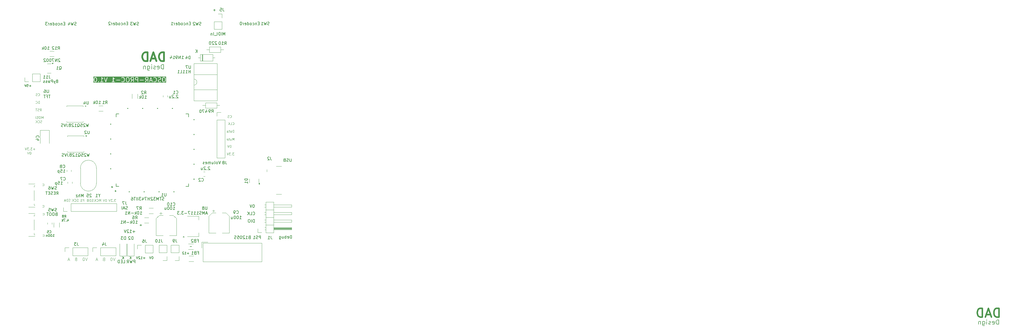
<source format=gbr>
%TF.GenerationSoftware,KiCad,Pcbnew,9.0.5*%
%TF.CreationDate,2025-11-16T19:48:47+01:00*%
%TF.ProjectId,OSCAR_Proc,4f534341-525f-4507-926f-632e6b696361,rev?*%
%TF.SameCoordinates,Original*%
%TF.FileFunction,Legend,Bot*%
%TF.FilePolarity,Positive*%
%FSLAX46Y46*%
G04 Gerber Fmt 4.6, Leading zero omitted, Abs format (unit mm)*
G04 Created by KiCad (PCBNEW 9.0.5) date 2025-11-16 19:48:47*
%MOMM*%
%LPD*%
G01*
G04 APERTURE LIST*
%ADD10C,0.150000*%
%ADD11C,0.187500*%
%ADD12C,0.100000*%
%ADD13C,0.200000*%
%ADD14C,0.500000*%
%ADD15C,0.600000*%
%ADD16C,0.120000*%
%ADD17C,0.152400*%
%ADD18C,0.000000*%
G04 APERTURE END LIST*
D10*
X144590839Y-98639533D02*
X143981316Y-98639533D01*
X144286077Y-98944295D02*
X144286077Y-98334771D01*
D11*
X431969502Y-131981678D02*
X431969502Y-130481678D01*
X431969502Y-130481678D02*
X431612359Y-130481678D01*
X431612359Y-130481678D02*
X431398073Y-130553107D01*
X431398073Y-130553107D02*
X431255216Y-130695964D01*
X431255216Y-130695964D02*
X431183787Y-130838821D01*
X431183787Y-130838821D02*
X431112359Y-131124535D01*
X431112359Y-131124535D02*
X431112359Y-131338821D01*
X431112359Y-131338821D02*
X431183787Y-131624535D01*
X431183787Y-131624535D02*
X431255216Y-131767392D01*
X431255216Y-131767392D02*
X431398073Y-131910250D01*
X431398073Y-131910250D02*
X431612359Y-131981678D01*
X431612359Y-131981678D02*
X431969502Y-131981678D01*
X429898073Y-131910250D02*
X430040930Y-131981678D01*
X430040930Y-131981678D02*
X430326645Y-131981678D01*
X430326645Y-131981678D02*
X430469502Y-131910250D01*
X430469502Y-131910250D02*
X430540930Y-131767392D01*
X430540930Y-131767392D02*
X430540930Y-131195964D01*
X430540930Y-131195964D02*
X430469502Y-131053107D01*
X430469502Y-131053107D02*
X430326645Y-130981678D01*
X430326645Y-130981678D02*
X430040930Y-130981678D01*
X430040930Y-130981678D02*
X429898073Y-131053107D01*
X429898073Y-131053107D02*
X429826645Y-131195964D01*
X429826645Y-131195964D02*
X429826645Y-131338821D01*
X429826645Y-131338821D02*
X430540930Y-131481678D01*
X429255216Y-131910250D02*
X429112359Y-131981678D01*
X429112359Y-131981678D02*
X428826645Y-131981678D01*
X428826645Y-131981678D02*
X428683788Y-131910250D01*
X428683788Y-131910250D02*
X428612359Y-131767392D01*
X428612359Y-131767392D02*
X428612359Y-131695964D01*
X428612359Y-131695964D02*
X428683788Y-131553107D01*
X428683788Y-131553107D02*
X428826645Y-131481678D01*
X428826645Y-131481678D02*
X429040931Y-131481678D01*
X429040931Y-131481678D02*
X429183788Y-131410250D01*
X429183788Y-131410250D02*
X429255216Y-131267392D01*
X429255216Y-131267392D02*
X429255216Y-131195964D01*
X429255216Y-131195964D02*
X429183788Y-131053107D01*
X429183788Y-131053107D02*
X429040931Y-130981678D01*
X429040931Y-130981678D02*
X428826645Y-130981678D01*
X428826645Y-130981678D02*
X428683788Y-131053107D01*
X427969502Y-131981678D02*
X427969502Y-130981678D01*
X427969502Y-130481678D02*
X428040930Y-130553107D01*
X428040930Y-130553107D02*
X427969502Y-130624535D01*
X427969502Y-130624535D02*
X427898073Y-130553107D01*
X427898073Y-130553107D02*
X427969502Y-130481678D01*
X427969502Y-130481678D02*
X427969502Y-130624535D01*
X426612359Y-130981678D02*
X426612359Y-132195964D01*
X426612359Y-132195964D02*
X426683787Y-132338821D01*
X426683787Y-132338821D02*
X426755216Y-132410250D01*
X426755216Y-132410250D02*
X426898073Y-132481678D01*
X426898073Y-132481678D02*
X427112359Y-132481678D01*
X427112359Y-132481678D02*
X427255216Y-132410250D01*
X426612359Y-131910250D02*
X426755216Y-131981678D01*
X426755216Y-131981678D02*
X427040930Y-131981678D01*
X427040930Y-131981678D02*
X427183787Y-131910250D01*
X427183787Y-131910250D02*
X427255216Y-131838821D01*
X427255216Y-131838821D02*
X427326644Y-131695964D01*
X427326644Y-131695964D02*
X427326644Y-131267392D01*
X427326644Y-131267392D02*
X427255216Y-131124535D01*
X427255216Y-131124535D02*
X427183787Y-131053107D01*
X427183787Y-131053107D02*
X427040930Y-130981678D01*
X427040930Y-130981678D02*
X426755216Y-130981678D01*
X426755216Y-130981678D02*
X426612359Y-131053107D01*
X425898073Y-130981678D02*
X425898073Y-131981678D01*
X425898073Y-131124535D02*
X425826644Y-131053107D01*
X425826644Y-131053107D02*
X425683787Y-130981678D01*
X425683787Y-130981678D02*
X425469501Y-130981678D01*
X425469501Y-130981678D02*
X425326644Y-131053107D01*
X425326644Y-131053107D02*
X425255216Y-131195964D01*
X425255216Y-131195964D02*
X425255216Y-131981678D01*
D12*
X120591830Y-90648800D02*
X120477544Y-90686895D01*
X120477544Y-90686895D02*
X120287068Y-90686895D01*
X120287068Y-90686895D02*
X120210877Y-90648800D01*
X120210877Y-90648800D02*
X120172782Y-90610704D01*
X120172782Y-90610704D02*
X120134687Y-90534514D01*
X120134687Y-90534514D02*
X120134687Y-90458323D01*
X120134687Y-90458323D02*
X120172782Y-90382133D01*
X120172782Y-90382133D02*
X120210877Y-90344038D01*
X120210877Y-90344038D02*
X120287068Y-90305942D01*
X120287068Y-90305942D02*
X120439449Y-90267847D01*
X120439449Y-90267847D02*
X120515639Y-90229752D01*
X120515639Y-90229752D02*
X120553734Y-90191657D01*
X120553734Y-90191657D02*
X120591830Y-90115466D01*
X120591830Y-90115466D02*
X120591830Y-90039276D01*
X120591830Y-90039276D02*
X120553734Y-89963085D01*
X120553734Y-89963085D02*
X120515639Y-89924990D01*
X120515639Y-89924990D02*
X120439449Y-89886895D01*
X120439449Y-89886895D02*
X120248972Y-89886895D01*
X120248972Y-89886895D02*
X120134687Y-89924990D01*
X119791829Y-90686895D02*
X119791829Y-89886895D01*
X119791829Y-89886895D02*
X119601353Y-89886895D01*
X119601353Y-89886895D02*
X119487067Y-89924990D01*
X119487067Y-89924990D02*
X119410877Y-90001180D01*
X119410877Y-90001180D02*
X119372782Y-90077371D01*
X119372782Y-90077371D02*
X119334686Y-90229752D01*
X119334686Y-90229752D02*
X119334686Y-90344038D01*
X119334686Y-90344038D02*
X119372782Y-90496419D01*
X119372782Y-90496419D02*
X119410877Y-90572609D01*
X119410877Y-90572609D02*
X119487067Y-90648800D01*
X119487067Y-90648800D02*
X119601353Y-90686895D01*
X119601353Y-90686895D02*
X119791829Y-90686895D01*
X119029925Y-90458323D02*
X118648972Y-90458323D01*
X119106115Y-90686895D02*
X118839448Y-89886895D01*
X118839448Y-89886895D02*
X118572782Y-90686895D01*
D10*
X169280839Y-26359533D02*
X168671316Y-26359533D01*
X168976077Y-26664295D02*
X168976077Y-26054771D01*
D13*
X181878898Y-95131980D02*
X181926517Y-95179600D01*
X181926517Y-95179600D02*
X182069374Y-95227219D01*
X182069374Y-95227219D02*
X182164612Y-95227219D01*
X182164612Y-95227219D02*
X182307469Y-95179600D01*
X182307469Y-95179600D02*
X182402707Y-95084361D01*
X182402707Y-95084361D02*
X182450326Y-94989123D01*
X182450326Y-94989123D02*
X182497945Y-94798647D01*
X182497945Y-94798647D02*
X182497945Y-94655790D01*
X182497945Y-94655790D02*
X182450326Y-94465314D01*
X182450326Y-94465314D02*
X182402707Y-94370076D01*
X182402707Y-94370076D02*
X182307469Y-94274838D01*
X182307469Y-94274838D02*
X182164612Y-94227219D01*
X182164612Y-94227219D02*
X182069374Y-94227219D01*
X182069374Y-94227219D02*
X181926517Y-94274838D01*
X181926517Y-94274838D02*
X181878898Y-94322457D01*
X180974136Y-95227219D02*
X181450326Y-95227219D01*
X181450326Y-95227219D02*
X181450326Y-94227219D01*
X180640802Y-95227219D02*
X180640802Y-94227219D01*
X180069374Y-95227219D02*
X180497945Y-94655790D01*
X180069374Y-94227219D02*
X180640802Y-94798647D01*
D12*
X130853734Y-90706895D02*
X130853734Y-89906895D01*
X130853734Y-89906895D02*
X130587068Y-90478323D01*
X130587068Y-90478323D02*
X130320401Y-89906895D01*
X130320401Y-89906895D02*
X130320401Y-90706895D01*
X129482305Y-90630704D02*
X129520401Y-90668800D01*
X129520401Y-90668800D02*
X129634686Y-90706895D01*
X129634686Y-90706895D02*
X129710877Y-90706895D01*
X129710877Y-90706895D02*
X129825163Y-90668800D01*
X129825163Y-90668800D02*
X129901353Y-90592609D01*
X129901353Y-90592609D02*
X129939448Y-90516419D01*
X129939448Y-90516419D02*
X129977544Y-90364038D01*
X129977544Y-90364038D02*
X129977544Y-90249752D01*
X129977544Y-90249752D02*
X129939448Y-90097371D01*
X129939448Y-90097371D02*
X129901353Y-90021180D01*
X129901353Y-90021180D02*
X129825163Y-89944990D01*
X129825163Y-89944990D02*
X129710877Y-89906895D01*
X129710877Y-89906895D02*
X129634686Y-89906895D01*
X129634686Y-89906895D02*
X129520401Y-89944990D01*
X129520401Y-89944990D02*
X129482305Y-89983085D01*
X129139448Y-90706895D02*
X129139448Y-89906895D01*
X128682305Y-90706895D02*
X129025163Y-90249752D01*
X128682305Y-89906895D02*
X129139448Y-90364038D01*
D10*
X142353220Y-100828866D02*
X141591316Y-100828866D01*
X141972268Y-101209819D02*
X141972268Y-100447914D01*
X140591316Y-101209819D02*
X141162744Y-101209819D01*
X140877030Y-101209819D02*
X140877030Y-100209819D01*
X140877030Y-100209819D02*
X140972268Y-100352676D01*
X140972268Y-100352676D02*
X141067506Y-100447914D01*
X141067506Y-100447914D02*
X141162744Y-100495533D01*
X140210363Y-100305057D02*
X140162744Y-100257438D01*
X140162744Y-100257438D02*
X140067506Y-100209819D01*
X140067506Y-100209819D02*
X139829411Y-100209819D01*
X139829411Y-100209819D02*
X139734173Y-100257438D01*
X139734173Y-100257438D02*
X139686554Y-100305057D01*
X139686554Y-100305057D02*
X139638935Y-100400295D01*
X139638935Y-100400295D02*
X139638935Y-100495533D01*
X139638935Y-100495533D02*
X139686554Y-100638390D01*
X139686554Y-100638390D02*
X140257982Y-101209819D01*
X140257982Y-101209819D02*
X139638935Y-101209819D01*
X139353220Y-100209819D02*
X139019887Y-101209819D01*
X139019887Y-101209819D02*
X138686554Y-100209819D01*
D12*
X175539925Y-74316895D02*
X175044687Y-74316895D01*
X175044687Y-74316895D02*
X175311353Y-74621657D01*
X175311353Y-74621657D02*
X175197068Y-74621657D01*
X175197068Y-74621657D02*
X175120877Y-74659752D01*
X175120877Y-74659752D02*
X175082782Y-74697847D01*
X175082782Y-74697847D02*
X175044687Y-74774038D01*
X175044687Y-74774038D02*
X175044687Y-74964514D01*
X175044687Y-74964514D02*
X175082782Y-75040704D01*
X175082782Y-75040704D02*
X175120877Y-75078800D01*
X175120877Y-75078800D02*
X175197068Y-75116895D01*
X175197068Y-75116895D02*
X175425639Y-75116895D01*
X175425639Y-75116895D02*
X175501830Y-75078800D01*
X175501830Y-75078800D02*
X175539925Y-75040704D01*
X174701829Y-75040704D02*
X174663734Y-75078800D01*
X174663734Y-75078800D02*
X174701829Y-75116895D01*
X174701829Y-75116895D02*
X174739925Y-75078800D01*
X174739925Y-75078800D02*
X174701829Y-75040704D01*
X174701829Y-75040704D02*
X174701829Y-75116895D01*
X174397068Y-74316895D02*
X173901830Y-74316895D01*
X173901830Y-74316895D02*
X174168496Y-74621657D01*
X174168496Y-74621657D02*
X174054211Y-74621657D01*
X174054211Y-74621657D02*
X173978020Y-74659752D01*
X173978020Y-74659752D02*
X173939925Y-74697847D01*
X173939925Y-74697847D02*
X173901830Y-74774038D01*
X173901830Y-74774038D02*
X173901830Y-74964514D01*
X173901830Y-74964514D02*
X173939925Y-75040704D01*
X173939925Y-75040704D02*
X173978020Y-75078800D01*
X173978020Y-75078800D02*
X174054211Y-75116895D01*
X174054211Y-75116895D02*
X174282782Y-75116895D01*
X174282782Y-75116895D02*
X174358973Y-75078800D01*
X174358973Y-75078800D02*
X174397068Y-75040704D01*
X173673258Y-74316895D02*
X173406591Y-75116895D01*
X173406591Y-75116895D02*
X173139925Y-74316895D01*
D14*
X432081767Y-129581857D02*
X432081767Y-126581857D01*
X432081767Y-126581857D02*
X431367481Y-126581857D01*
X431367481Y-126581857D02*
X430938910Y-126724714D01*
X430938910Y-126724714D02*
X430653195Y-127010428D01*
X430653195Y-127010428D02*
X430510338Y-127296142D01*
X430510338Y-127296142D02*
X430367481Y-127867571D01*
X430367481Y-127867571D02*
X430367481Y-128296142D01*
X430367481Y-128296142D02*
X430510338Y-128867571D01*
X430510338Y-128867571D02*
X430653195Y-129153285D01*
X430653195Y-129153285D02*
X430938910Y-129439000D01*
X430938910Y-129439000D02*
X431367481Y-129581857D01*
X431367481Y-129581857D02*
X432081767Y-129581857D01*
X429224624Y-128724714D02*
X427796053Y-128724714D01*
X429510338Y-129581857D02*
X428510338Y-126581857D01*
X428510338Y-126581857D02*
X427510338Y-129581857D01*
X426510338Y-129581857D02*
X426510338Y-126581857D01*
X426510338Y-126581857D02*
X425796052Y-126581857D01*
X425796052Y-126581857D02*
X425367481Y-126724714D01*
X425367481Y-126724714D02*
X425081766Y-127010428D01*
X425081766Y-127010428D02*
X424938909Y-127296142D01*
X424938909Y-127296142D02*
X424796052Y-127867571D01*
X424796052Y-127867571D02*
X424796052Y-128296142D01*
X424796052Y-128296142D02*
X424938909Y-128867571D01*
X424938909Y-128867571D02*
X425081766Y-129153285D01*
X425081766Y-129153285D02*
X425367481Y-129439000D01*
X425367481Y-129439000D02*
X425796052Y-129581857D01*
X425796052Y-129581857D02*
X426510338Y-129581857D01*
D10*
X107490839Y-51829533D02*
X106881316Y-51829533D01*
X107186077Y-52134295D02*
X107186077Y-51524771D01*
X106119411Y-51334295D02*
X106500363Y-51334295D01*
X106500363Y-51334295D02*
X106538459Y-51715247D01*
X106538459Y-51715247D02*
X106500363Y-51677152D01*
X106500363Y-51677152D02*
X106424173Y-51639057D01*
X106424173Y-51639057D02*
X106233697Y-51639057D01*
X106233697Y-51639057D02*
X106157506Y-51677152D01*
X106157506Y-51677152D02*
X106119411Y-51715247D01*
X106119411Y-51715247D02*
X106081316Y-51791438D01*
X106081316Y-51791438D02*
X106081316Y-51981914D01*
X106081316Y-51981914D02*
X106119411Y-52058104D01*
X106119411Y-52058104D02*
X106157506Y-52096200D01*
X106157506Y-52096200D02*
X106233697Y-52134295D01*
X106233697Y-52134295D02*
X106424173Y-52134295D01*
X106424173Y-52134295D02*
X106500363Y-52096200D01*
X106500363Y-52096200D02*
X106538459Y-52058104D01*
X105852744Y-51334295D02*
X105586077Y-52134295D01*
X105586077Y-52134295D02*
X105319411Y-51334295D01*
D12*
X126318972Y-109582419D02*
X125985639Y-110582419D01*
X125985639Y-110582419D02*
X125652306Y-109582419D01*
X125128496Y-109582419D02*
X125033258Y-109582419D01*
X125033258Y-109582419D02*
X124938020Y-109630038D01*
X124938020Y-109630038D02*
X124890401Y-109677657D01*
X124890401Y-109677657D02*
X124842782Y-109772895D01*
X124842782Y-109772895D02*
X124795163Y-109963371D01*
X124795163Y-109963371D02*
X124795163Y-110201466D01*
X124795163Y-110201466D02*
X124842782Y-110391942D01*
X124842782Y-110391942D02*
X124890401Y-110487180D01*
X124890401Y-110487180D02*
X124938020Y-110534800D01*
X124938020Y-110534800D02*
X125033258Y-110582419D01*
X125033258Y-110582419D02*
X125128496Y-110582419D01*
X125128496Y-110582419D02*
X125223734Y-110534800D01*
X125223734Y-110534800D02*
X125271353Y-110487180D01*
X125271353Y-110487180D02*
X125318972Y-110391942D01*
X125318972Y-110391942D02*
X125366591Y-110201466D01*
X125366591Y-110201466D02*
X125366591Y-109963371D01*
X125366591Y-109963371D02*
X125318972Y-109772895D01*
X125318972Y-109772895D02*
X125271353Y-109677657D01*
X125271353Y-109677657D02*
X125223734Y-109630038D01*
X125223734Y-109630038D02*
X125128496Y-109582419D01*
X122509448Y-110058609D02*
X122366591Y-110106228D01*
X122366591Y-110106228D02*
X122318972Y-110153847D01*
X122318972Y-110153847D02*
X122271353Y-110249085D01*
X122271353Y-110249085D02*
X122271353Y-110391942D01*
X122271353Y-110391942D02*
X122318972Y-110487180D01*
X122318972Y-110487180D02*
X122366591Y-110534800D01*
X122366591Y-110534800D02*
X122461829Y-110582419D01*
X122461829Y-110582419D02*
X122842781Y-110582419D01*
X122842781Y-110582419D02*
X122842781Y-109582419D01*
X122842781Y-109582419D02*
X122509448Y-109582419D01*
X122509448Y-109582419D02*
X122414210Y-109630038D01*
X122414210Y-109630038D02*
X122366591Y-109677657D01*
X122366591Y-109677657D02*
X122318972Y-109772895D01*
X122318972Y-109772895D02*
X122318972Y-109868133D01*
X122318972Y-109868133D02*
X122366591Y-109963371D01*
X122366591Y-109963371D02*
X122414210Y-110010990D01*
X122414210Y-110010990D02*
X122509448Y-110058609D01*
X122509448Y-110058609D02*
X122842781Y-110058609D01*
X120366590Y-110296704D02*
X119890400Y-110296704D01*
X120461828Y-110582419D02*
X120128495Y-109582419D01*
X120128495Y-109582419D02*
X119795162Y-110582419D01*
D13*
X182380326Y-97717219D02*
X182380326Y-96717219D01*
X182380326Y-96717219D02*
X182142231Y-96717219D01*
X182142231Y-96717219D02*
X181999374Y-96764838D01*
X181999374Y-96764838D02*
X181904136Y-96860076D01*
X181904136Y-96860076D02*
X181856517Y-96955314D01*
X181856517Y-96955314D02*
X181808898Y-97145790D01*
X181808898Y-97145790D02*
X181808898Y-97288647D01*
X181808898Y-97288647D02*
X181856517Y-97479123D01*
X181856517Y-97479123D02*
X181904136Y-97574361D01*
X181904136Y-97574361D02*
X181999374Y-97669600D01*
X181999374Y-97669600D02*
X182142231Y-97717219D01*
X182142231Y-97717219D02*
X182380326Y-97717219D01*
X181380326Y-97717219D02*
X181380326Y-96717219D01*
X180713660Y-96717219D02*
X180523184Y-96717219D01*
X180523184Y-96717219D02*
X180427946Y-96764838D01*
X180427946Y-96764838D02*
X180332708Y-96860076D01*
X180332708Y-96860076D02*
X180285089Y-97050552D01*
X180285089Y-97050552D02*
X180285089Y-97383885D01*
X180285089Y-97383885D02*
X180332708Y-97574361D01*
X180332708Y-97574361D02*
X180427946Y-97669600D01*
X180427946Y-97669600D02*
X180523184Y-97717219D01*
X180523184Y-97717219D02*
X180713660Y-97717219D01*
X180713660Y-97717219D02*
X180808898Y-97669600D01*
X180808898Y-97669600D02*
X180904136Y-97574361D01*
X180904136Y-97574361D02*
X180951755Y-97383885D01*
X180951755Y-97383885D02*
X180951755Y-97050552D01*
X180951755Y-97050552D02*
X180904136Y-96860076D01*
X180904136Y-96860076D02*
X180808898Y-96764838D01*
X180808898Y-96764838D02*
X180713660Y-96717219D01*
D10*
X138540839Y-110014295D02*
X138540839Y-109214295D01*
X138083696Y-110014295D02*
X138426554Y-109557152D01*
X138083696Y-109214295D02*
X138540839Y-109671438D01*
D12*
X175483734Y-67476895D02*
X175483734Y-66676895D01*
X175483734Y-66676895D02*
X175293258Y-66676895D01*
X175293258Y-66676895D02*
X175178972Y-66714990D01*
X175178972Y-66714990D02*
X175102782Y-66791180D01*
X175102782Y-66791180D02*
X175064687Y-66867371D01*
X175064687Y-66867371D02*
X175026591Y-67019752D01*
X175026591Y-67019752D02*
X175026591Y-67134038D01*
X175026591Y-67134038D02*
X175064687Y-67286419D01*
X175064687Y-67286419D02*
X175102782Y-67362609D01*
X175102782Y-67362609D02*
X175178972Y-67438800D01*
X175178972Y-67438800D02*
X175293258Y-67476895D01*
X175293258Y-67476895D02*
X175483734Y-67476895D01*
X174340877Y-67476895D02*
X174340877Y-67057847D01*
X174340877Y-67057847D02*
X174378972Y-66981657D01*
X174378972Y-66981657D02*
X174455163Y-66943561D01*
X174455163Y-66943561D02*
X174607544Y-66943561D01*
X174607544Y-66943561D02*
X174683734Y-66981657D01*
X174340877Y-67438800D02*
X174417068Y-67476895D01*
X174417068Y-67476895D02*
X174607544Y-67476895D01*
X174607544Y-67476895D02*
X174683734Y-67438800D01*
X174683734Y-67438800D02*
X174721830Y-67362609D01*
X174721830Y-67362609D02*
X174721830Y-67286419D01*
X174721830Y-67286419D02*
X174683734Y-67210228D01*
X174683734Y-67210228D02*
X174607544Y-67172133D01*
X174607544Y-67172133D02*
X174417068Y-67172133D01*
X174417068Y-67172133D02*
X174340877Y-67134038D01*
X174074210Y-66943561D02*
X173769448Y-66943561D01*
X173959924Y-66676895D02*
X173959924Y-67362609D01*
X173959924Y-67362609D02*
X173921829Y-67438800D01*
X173921829Y-67438800D02*
X173845639Y-67476895D01*
X173845639Y-67476895D02*
X173769448Y-67476895D01*
X173159924Y-67476895D02*
X173159924Y-67057847D01*
X173159924Y-67057847D02*
X173198019Y-66981657D01*
X173198019Y-66981657D02*
X173274210Y-66943561D01*
X173274210Y-66943561D02*
X173426591Y-66943561D01*
X173426591Y-66943561D02*
X173502781Y-66981657D01*
X173159924Y-67438800D02*
X173236115Y-67476895D01*
X173236115Y-67476895D02*
X173426591Y-67476895D01*
X173426591Y-67476895D02*
X173502781Y-67438800D01*
X173502781Y-67438800D02*
X173540877Y-67362609D01*
X173540877Y-67362609D02*
X173540877Y-67286419D01*
X173540877Y-67286419D02*
X173502781Y-67210228D01*
X173502781Y-67210228D02*
X173426591Y-67172133D01*
X173426591Y-67172133D02*
X173236115Y-67172133D01*
X173236115Y-67172133D02*
X173159924Y-67134038D01*
X175016591Y-64810704D02*
X175054687Y-64848800D01*
X175054687Y-64848800D02*
X175168972Y-64886895D01*
X175168972Y-64886895D02*
X175245163Y-64886895D01*
X175245163Y-64886895D02*
X175359449Y-64848800D01*
X175359449Y-64848800D02*
X175435639Y-64772609D01*
X175435639Y-64772609D02*
X175473734Y-64696419D01*
X175473734Y-64696419D02*
X175511830Y-64544038D01*
X175511830Y-64544038D02*
X175511830Y-64429752D01*
X175511830Y-64429752D02*
X175473734Y-64277371D01*
X175473734Y-64277371D02*
X175435639Y-64201180D01*
X175435639Y-64201180D02*
X175359449Y-64124990D01*
X175359449Y-64124990D02*
X175245163Y-64086895D01*
X175245163Y-64086895D02*
X175168972Y-64086895D01*
X175168972Y-64086895D02*
X175054687Y-64124990D01*
X175054687Y-64124990D02*
X175016591Y-64163085D01*
X174292782Y-64886895D02*
X174673734Y-64886895D01*
X174673734Y-64886895D02*
X174673734Y-64086895D01*
X174026115Y-64886895D02*
X174026115Y-64086895D01*
X173568972Y-64886895D02*
X173911830Y-64429752D01*
X173568972Y-64086895D02*
X174026115Y-64544038D01*
X111523734Y-62866895D02*
X111523734Y-62066895D01*
X111523734Y-62066895D02*
X111257068Y-62638323D01*
X111257068Y-62638323D02*
X110990401Y-62066895D01*
X110990401Y-62066895D02*
X110990401Y-62866895D01*
X110457067Y-62066895D02*
X110304686Y-62066895D01*
X110304686Y-62066895D02*
X110228496Y-62104990D01*
X110228496Y-62104990D02*
X110152305Y-62181180D01*
X110152305Y-62181180D02*
X110114210Y-62333561D01*
X110114210Y-62333561D02*
X110114210Y-62600228D01*
X110114210Y-62600228D02*
X110152305Y-62752609D01*
X110152305Y-62752609D02*
X110228496Y-62828800D01*
X110228496Y-62828800D02*
X110304686Y-62866895D01*
X110304686Y-62866895D02*
X110457067Y-62866895D01*
X110457067Y-62866895D02*
X110533258Y-62828800D01*
X110533258Y-62828800D02*
X110609448Y-62752609D01*
X110609448Y-62752609D02*
X110647544Y-62600228D01*
X110647544Y-62600228D02*
X110647544Y-62333561D01*
X110647544Y-62333561D02*
X110609448Y-62181180D01*
X110609448Y-62181180D02*
X110533258Y-62104990D01*
X110533258Y-62104990D02*
X110457067Y-62066895D01*
X109809449Y-62828800D02*
X109695163Y-62866895D01*
X109695163Y-62866895D02*
X109504687Y-62866895D01*
X109504687Y-62866895D02*
X109428496Y-62828800D01*
X109428496Y-62828800D02*
X109390401Y-62790704D01*
X109390401Y-62790704D02*
X109352306Y-62714514D01*
X109352306Y-62714514D02*
X109352306Y-62638323D01*
X109352306Y-62638323D02*
X109390401Y-62562133D01*
X109390401Y-62562133D02*
X109428496Y-62524038D01*
X109428496Y-62524038D02*
X109504687Y-62485942D01*
X109504687Y-62485942D02*
X109657068Y-62447847D01*
X109657068Y-62447847D02*
X109733258Y-62409752D01*
X109733258Y-62409752D02*
X109771353Y-62371657D01*
X109771353Y-62371657D02*
X109809449Y-62295466D01*
X109809449Y-62295466D02*
X109809449Y-62219276D01*
X109809449Y-62219276D02*
X109771353Y-62143085D01*
X109771353Y-62143085D02*
X109733258Y-62104990D01*
X109733258Y-62104990D02*
X109657068Y-62066895D01*
X109657068Y-62066895D02*
X109466591Y-62066895D01*
X109466591Y-62066895D02*
X109352306Y-62104990D01*
X109009448Y-62866895D02*
X109009448Y-62066895D01*
D13*
X182139850Y-91747219D02*
X182044612Y-91747219D01*
X182044612Y-91747219D02*
X181949374Y-91794838D01*
X181949374Y-91794838D02*
X181901755Y-91842457D01*
X181901755Y-91842457D02*
X181854136Y-91937695D01*
X181854136Y-91937695D02*
X181806517Y-92128171D01*
X181806517Y-92128171D02*
X181806517Y-92366266D01*
X181806517Y-92366266D02*
X181854136Y-92556742D01*
X181854136Y-92556742D02*
X181901755Y-92651980D01*
X181901755Y-92651980D02*
X181949374Y-92699600D01*
X181949374Y-92699600D02*
X182044612Y-92747219D01*
X182044612Y-92747219D02*
X182139850Y-92747219D01*
X182139850Y-92747219D02*
X182235088Y-92699600D01*
X182235088Y-92699600D02*
X182282707Y-92651980D01*
X182282707Y-92651980D02*
X182330326Y-92556742D01*
X182330326Y-92556742D02*
X182377945Y-92366266D01*
X182377945Y-92366266D02*
X182377945Y-92128171D01*
X182377945Y-92128171D02*
X182330326Y-91937695D01*
X182330326Y-91937695D02*
X182282707Y-91842457D01*
X182282707Y-91842457D02*
X182235088Y-91794838D01*
X182235088Y-91794838D02*
X182139850Y-91747219D01*
X181520802Y-91747219D02*
X181187469Y-92747219D01*
X181187469Y-92747219D02*
X180854136Y-91747219D01*
D11*
X151909502Y-46156678D02*
X151909502Y-44656678D01*
X151909502Y-44656678D02*
X151552359Y-44656678D01*
X151552359Y-44656678D02*
X151338073Y-44728107D01*
X151338073Y-44728107D02*
X151195216Y-44870964D01*
X151195216Y-44870964D02*
X151123787Y-45013821D01*
X151123787Y-45013821D02*
X151052359Y-45299535D01*
X151052359Y-45299535D02*
X151052359Y-45513821D01*
X151052359Y-45513821D02*
X151123787Y-45799535D01*
X151123787Y-45799535D02*
X151195216Y-45942392D01*
X151195216Y-45942392D02*
X151338073Y-46085250D01*
X151338073Y-46085250D02*
X151552359Y-46156678D01*
X151552359Y-46156678D02*
X151909502Y-46156678D01*
X149838073Y-46085250D02*
X149980930Y-46156678D01*
X149980930Y-46156678D02*
X150266645Y-46156678D01*
X150266645Y-46156678D02*
X150409502Y-46085250D01*
X150409502Y-46085250D02*
X150480930Y-45942392D01*
X150480930Y-45942392D02*
X150480930Y-45370964D01*
X150480930Y-45370964D02*
X150409502Y-45228107D01*
X150409502Y-45228107D02*
X150266645Y-45156678D01*
X150266645Y-45156678D02*
X149980930Y-45156678D01*
X149980930Y-45156678D02*
X149838073Y-45228107D01*
X149838073Y-45228107D02*
X149766645Y-45370964D01*
X149766645Y-45370964D02*
X149766645Y-45513821D01*
X149766645Y-45513821D02*
X150480930Y-45656678D01*
X149195216Y-46085250D02*
X149052359Y-46156678D01*
X149052359Y-46156678D02*
X148766645Y-46156678D01*
X148766645Y-46156678D02*
X148623788Y-46085250D01*
X148623788Y-46085250D02*
X148552359Y-45942392D01*
X148552359Y-45942392D02*
X148552359Y-45870964D01*
X148552359Y-45870964D02*
X148623788Y-45728107D01*
X148623788Y-45728107D02*
X148766645Y-45656678D01*
X148766645Y-45656678D02*
X148980931Y-45656678D01*
X148980931Y-45656678D02*
X149123788Y-45585250D01*
X149123788Y-45585250D02*
X149195216Y-45442392D01*
X149195216Y-45442392D02*
X149195216Y-45370964D01*
X149195216Y-45370964D02*
X149123788Y-45228107D01*
X149123788Y-45228107D02*
X148980931Y-45156678D01*
X148980931Y-45156678D02*
X148766645Y-45156678D01*
X148766645Y-45156678D02*
X148623788Y-45228107D01*
X147909502Y-46156678D02*
X147909502Y-45156678D01*
X147909502Y-44656678D02*
X147980930Y-44728107D01*
X147980930Y-44728107D02*
X147909502Y-44799535D01*
X147909502Y-44799535D02*
X147838073Y-44728107D01*
X147838073Y-44728107D02*
X147909502Y-44656678D01*
X147909502Y-44656678D02*
X147909502Y-44799535D01*
X146552359Y-45156678D02*
X146552359Y-46370964D01*
X146552359Y-46370964D02*
X146623787Y-46513821D01*
X146623787Y-46513821D02*
X146695216Y-46585250D01*
X146695216Y-46585250D02*
X146838073Y-46656678D01*
X146838073Y-46656678D02*
X147052359Y-46656678D01*
X147052359Y-46656678D02*
X147195216Y-46585250D01*
X146552359Y-46085250D02*
X146695216Y-46156678D01*
X146695216Y-46156678D02*
X146980930Y-46156678D01*
X146980930Y-46156678D02*
X147123787Y-46085250D01*
X147123787Y-46085250D02*
X147195216Y-46013821D01*
X147195216Y-46013821D02*
X147266644Y-45870964D01*
X147266644Y-45870964D02*
X147266644Y-45442392D01*
X147266644Y-45442392D02*
X147195216Y-45299535D01*
X147195216Y-45299535D02*
X147123787Y-45228107D01*
X147123787Y-45228107D02*
X146980930Y-45156678D01*
X146980930Y-45156678D02*
X146695216Y-45156678D01*
X146695216Y-45156678D02*
X146552359Y-45228107D01*
X145838073Y-45156678D02*
X145838073Y-46156678D01*
X145838073Y-45299535D02*
X145766644Y-45228107D01*
X145766644Y-45228107D02*
X145623787Y-45156678D01*
X145623787Y-45156678D02*
X145409501Y-45156678D01*
X145409501Y-45156678D02*
X145266644Y-45228107D01*
X145266644Y-45228107D02*
X145195216Y-45370964D01*
X145195216Y-45370964D02*
X145195216Y-46156678D01*
D12*
X110426591Y-60306895D02*
X110693258Y-59925942D01*
X110883734Y-60306895D02*
X110883734Y-59506895D01*
X110883734Y-59506895D02*
X110578972Y-59506895D01*
X110578972Y-59506895D02*
X110502782Y-59544990D01*
X110502782Y-59544990D02*
X110464687Y-59583085D01*
X110464687Y-59583085D02*
X110426591Y-59659276D01*
X110426591Y-59659276D02*
X110426591Y-59773561D01*
X110426591Y-59773561D02*
X110464687Y-59849752D01*
X110464687Y-59849752D02*
X110502782Y-59887847D01*
X110502782Y-59887847D02*
X110578972Y-59925942D01*
X110578972Y-59925942D02*
X110883734Y-59925942D01*
X110121830Y-60268800D02*
X110007544Y-60306895D01*
X110007544Y-60306895D02*
X109817068Y-60306895D01*
X109817068Y-60306895D02*
X109740877Y-60268800D01*
X109740877Y-60268800D02*
X109702782Y-60230704D01*
X109702782Y-60230704D02*
X109664687Y-60154514D01*
X109664687Y-60154514D02*
X109664687Y-60078323D01*
X109664687Y-60078323D02*
X109702782Y-60002133D01*
X109702782Y-60002133D02*
X109740877Y-59964038D01*
X109740877Y-59964038D02*
X109817068Y-59925942D01*
X109817068Y-59925942D02*
X109969449Y-59887847D01*
X109969449Y-59887847D02*
X110045639Y-59849752D01*
X110045639Y-59849752D02*
X110083734Y-59811657D01*
X110083734Y-59811657D02*
X110121830Y-59735466D01*
X110121830Y-59735466D02*
X110121830Y-59659276D01*
X110121830Y-59659276D02*
X110083734Y-59583085D01*
X110083734Y-59583085D02*
X110045639Y-59544990D01*
X110045639Y-59544990D02*
X109969449Y-59506895D01*
X109969449Y-59506895D02*
X109778972Y-59506895D01*
X109778972Y-59506895D02*
X109664687Y-59544990D01*
X109436115Y-59506895D02*
X108978972Y-59506895D01*
X109207544Y-60306895D02*
X109207544Y-59506895D01*
X110293734Y-57766895D02*
X110293734Y-56966895D01*
X110293734Y-56966895D02*
X110103258Y-56966895D01*
X110103258Y-56966895D02*
X109988972Y-57004990D01*
X109988972Y-57004990D02*
X109912782Y-57081180D01*
X109912782Y-57081180D02*
X109874687Y-57157371D01*
X109874687Y-57157371D02*
X109836591Y-57309752D01*
X109836591Y-57309752D02*
X109836591Y-57424038D01*
X109836591Y-57424038D02*
X109874687Y-57576419D01*
X109874687Y-57576419D02*
X109912782Y-57652609D01*
X109912782Y-57652609D02*
X109988972Y-57728800D01*
X109988972Y-57728800D02*
X110103258Y-57766895D01*
X110103258Y-57766895D02*
X110293734Y-57766895D01*
X109036591Y-57690704D02*
X109074687Y-57728800D01*
X109074687Y-57728800D02*
X109188972Y-57766895D01*
X109188972Y-57766895D02*
X109265163Y-57766895D01*
X109265163Y-57766895D02*
X109379449Y-57728800D01*
X109379449Y-57728800D02*
X109455639Y-57652609D01*
X109455639Y-57652609D02*
X109493734Y-57576419D01*
X109493734Y-57576419D02*
X109531830Y-57424038D01*
X109531830Y-57424038D02*
X109531830Y-57309752D01*
X109531830Y-57309752D02*
X109493734Y-57157371D01*
X109493734Y-57157371D02*
X109455639Y-57081180D01*
X109455639Y-57081180D02*
X109379449Y-57004990D01*
X109379449Y-57004990D02*
X109265163Y-56966895D01*
X109265163Y-56966895D02*
X109188972Y-56966895D01*
X109188972Y-56966895D02*
X109074687Y-57004990D01*
X109074687Y-57004990D02*
X109036591Y-57043085D01*
D15*
X152050978Y-43501657D02*
X152050978Y-40501657D01*
X152050978Y-40501657D02*
X151336692Y-40501657D01*
X151336692Y-40501657D02*
X150908121Y-40644514D01*
X150908121Y-40644514D02*
X150622406Y-40930228D01*
X150622406Y-40930228D02*
X150479549Y-41215942D01*
X150479549Y-41215942D02*
X150336692Y-41787371D01*
X150336692Y-41787371D02*
X150336692Y-42215942D01*
X150336692Y-42215942D02*
X150479549Y-42787371D01*
X150479549Y-42787371D02*
X150622406Y-43073085D01*
X150622406Y-43073085D02*
X150908121Y-43358800D01*
X150908121Y-43358800D02*
X151336692Y-43501657D01*
X151336692Y-43501657D02*
X152050978Y-43501657D01*
X149193835Y-42644514D02*
X147765264Y-42644514D01*
X149479549Y-43501657D02*
X148479549Y-40501657D01*
X148479549Y-40501657D02*
X147479549Y-43501657D01*
X146479549Y-43501657D02*
X146479549Y-40501657D01*
X146479549Y-40501657D02*
X145765263Y-40501657D01*
X145765263Y-40501657D02*
X145336692Y-40644514D01*
X145336692Y-40644514D02*
X145050977Y-40930228D01*
X145050977Y-40930228D02*
X144908120Y-41215942D01*
X144908120Y-41215942D02*
X144765263Y-41787371D01*
X144765263Y-41787371D02*
X144765263Y-42215942D01*
X144765263Y-42215942D02*
X144908120Y-42787371D01*
X144908120Y-42787371D02*
X145050977Y-43073085D01*
X145050977Y-43073085D02*
X145336692Y-43358800D01*
X145336692Y-43358800D02*
X145765263Y-43501657D01*
X145765263Y-43501657D02*
X146479549Y-43501657D01*
D12*
X109836591Y-55110704D02*
X109874687Y-55148800D01*
X109874687Y-55148800D02*
X109988972Y-55186895D01*
X109988972Y-55186895D02*
X110065163Y-55186895D01*
X110065163Y-55186895D02*
X110179449Y-55148800D01*
X110179449Y-55148800D02*
X110255639Y-55072609D01*
X110255639Y-55072609D02*
X110293734Y-54996419D01*
X110293734Y-54996419D02*
X110331830Y-54844038D01*
X110331830Y-54844038D02*
X110331830Y-54729752D01*
X110331830Y-54729752D02*
X110293734Y-54577371D01*
X110293734Y-54577371D02*
X110255639Y-54501180D01*
X110255639Y-54501180D02*
X110179449Y-54424990D01*
X110179449Y-54424990D02*
X110065163Y-54386895D01*
X110065163Y-54386895D02*
X109988972Y-54386895D01*
X109988972Y-54386895D02*
X109874687Y-54424990D01*
X109874687Y-54424990D02*
X109836591Y-54463085D01*
X109531830Y-55148800D02*
X109417544Y-55186895D01*
X109417544Y-55186895D02*
X109227068Y-55186895D01*
X109227068Y-55186895D02*
X109150877Y-55148800D01*
X109150877Y-55148800D02*
X109112782Y-55110704D01*
X109112782Y-55110704D02*
X109074687Y-55034514D01*
X109074687Y-55034514D02*
X109074687Y-54958323D01*
X109074687Y-54958323D02*
X109112782Y-54882133D01*
X109112782Y-54882133D02*
X109150877Y-54844038D01*
X109150877Y-54844038D02*
X109227068Y-54805942D01*
X109227068Y-54805942D02*
X109379449Y-54767847D01*
X109379449Y-54767847D02*
X109455639Y-54729752D01*
X109455639Y-54729752D02*
X109493734Y-54691657D01*
X109493734Y-54691657D02*
X109531830Y-54615466D01*
X109531830Y-54615466D02*
X109531830Y-54539276D01*
X109531830Y-54539276D02*
X109493734Y-54463085D01*
X109493734Y-54463085D02*
X109455639Y-54424990D01*
X109455639Y-54424990D02*
X109379449Y-54386895D01*
X109379449Y-54386895D02*
X109188972Y-54386895D01*
X109188972Y-54386895D02*
X109074687Y-54424990D01*
D10*
X160430839Y-108129533D02*
X159821316Y-108129533D01*
X160126077Y-108434295D02*
X160126077Y-107824771D01*
X159021316Y-108434295D02*
X159478459Y-108434295D01*
X159249887Y-108434295D02*
X159249887Y-107634295D01*
X159249887Y-107634295D02*
X159326078Y-107748580D01*
X159326078Y-107748580D02*
X159402268Y-107824771D01*
X159402268Y-107824771D02*
X159478459Y-107862866D01*
X158716554Y-107710485D02*
X158678458Y-107672390D01*
X158678458Y-107672390D02*
X158602268Y-107634295D01*
X158602268Y-107634295D02*
X158411792Y-107634295D01*
X158411792Y-107634295D02*
X158335601Y-107672390D01*
X158335601Y-107672390D02*
X158297506Y-107710485D01*
X158297506Y-107710485D02*
X158259411Y-107786676D01*
X158259411Y-107786676D02*
X158259411Y-107862866D01*
X158259411Y-107862866D02*
X158297506Y-107977152D01*
X158297506Y-107977152D02*
X158754649Y-108434295D01*
X158754649Y-108434295D02*
X158259411Y-108434295D01*
D12*
X132611353Y-89916895D02*
X132535163Y-89916895D01*
X132535163Y-89916895D02*
X132458972Y-89954990D01*
X132458972Y-89954990D02*
X132420877Y-89993085D01*
X132420877Y-89993085D02*
X132382782Y-90069276D01*
X132382782Y-90069276D02*
X132344687Y-90221657D01*
X132344687Y-90221657D02*
X132344687Y-90412133D01*
X132344687Y-90412133D02*
X132382782Y-90564514D01*
X132382782Y-90564514D02*
X132420877Y-90640704D01*
X132420877Y-90640704D02*
X132458972Y-90678800D01*
X132458972Y-90678800D02*
X132535163Y-90716895D01*
X132535163Y-90716895D02*
X132611353Y-90716895D01*
X132611353Y-90716895D02*
X132687544Y-90678800D01*
X132687544Y-90678800D02*
X132725639Y-90640704D01*
X132725639Y-90640704D02*
X132763734Y-90564514D01*
X132763734Y-90564514D02*
X132801830Y-90412133D01*
X132801830Y-90412133D02*
X132801830Y-90221657D01*
X132801830Y-90221657D02*
X132763734Y-90069276D01*
X132763734Y-90069276D02*
X132725639Y-89993085D01*
X132725639Y-89993085D02*
X132687544Y-89954990D01*
X132687544Y-89954990D02*
X132611353Y-89916895D01*
X132116115Y-89916895D02*
X131849448Y-90716895D01*
X131849448Y-90716895D02*
X131582782Y-89916895D01*
X135648972Y-109592419D02*
X135315639Y-110592419D01*
X135315639Y-110592419D02*
X134982306Y-109592419D01*
X134458496Y-109592419D02*
X134363258Y-109592419D01*
X134363258Y-109592419D02*
X134268020Y-109640038D01*
X134268020Y-109640038D02*
X134220401Y-109687657D01*
X134220401Y-109687657D02*
X134172782Y-109782895D01*
X134172782Y-109782895D02*
X134125163Y-109973371D01*
X134125163Y-109973371D02*
X134125163Y-110211466D01*
X134125163Y-110211466D02*
X134172782Y-110401942D01*
X134172782Y-110401942D02*
X134220401Y-110497180D01*
X134220401Y-110497180D02*
X134268020Y-110544800D01*
X134268020Y-110544800D02*
X134363258Y-110592419D01*
X134363258Y-110592419D02*
X134458496Y-110592419D01*
X134458496Y-110592419D02*
X134553734Y-110544800D01*
X134553734Y-110544800D02*
X134601353Y-110497180D01*
X134601353Y-110497180D02*
X134648972Y-110401942D01*
X134648972Y-110401942D02*
X134696591Y-110211466D01*
X134696591Y-110211466D02*
X134696591Y-109973371D01*
X134696591Y-109973371D02*
X134648972Y-109782895D01*
X134648972Y-109782895D02*
X134601353Y-109687657D01*
X134601353Y-109687657D02*
X134553734Y-109640038D01*
X134553734Y-109640038D02*
X134458496Y-109592419D01*
X131839448Y-110068609D02*
X131696591Y-110116228D01*
X131696591Y-110116228D02*
X131648972Y-110163847D01*
X131648972Y-110163847D02*
X131601353Y-110259085D01*
X131601353Y-110259085D02*
X131601353Y-110401942D01*
X131601353Y-110401942D02*
X131648972Y-110497180D01*
X131648972Y-110497180D02*
X131696591Y-110544800D01*
X131696591Y-110544800D02*
X131791829Y-110592419D01*
X131791829Y-110592419D02*
X132172781Y-110592419D01*
X132172781Y-110592419D02*
X132172781Y-109592419D01*
X132172781Y-109592419D02*
X131839448Y-109592419D01*
X131839448Y-109592419D02*
X131744210Y-109640038D01*
X131744210Y-109640038D02*
X131696591Y-109687657D01*
X131696591Y-109687657D02*
X131648972Y-109782895D01*
X131648972Y-109782895D02*
X131648972Y-109878133D01*
X131648972Y-109878133D02*
X131696591Y-109973371D01*
X131696591Y-109973371D02*
X131744210Y-110020990D01*
X131744210Y-110020990D02*
X131839448Y-110068609D01*
X131839448Y-110068609D02*
X132172781Y-110068609D01*
X129696590Y-110306704D02*
X129220400Y-110306704D01*
X129791828Y-110592419D02*
X129458495Y-109592419D01*
X129458495Y-109592419D02*
X129125162Y-110592419D01*
X174381353Y-71766895D02*
X174305163Y-71766895D01*
X174305163Y-71766895D02*
X174228972Y-71804990D01*
X174228972Y-71804990D02*
X174190877Y-71843085D01*
X174190877Y-71843085D02*
X174152782Y-71919276D01*
X174152782Y-71919276D02*
X174114687Y-72071657D01*
X174114687Y-72071657D02*
X174114687Y-72262133D01*
X174114687Y-72262133D02*
X174152782Y-72414514D01*
X174152782Y-72414514D02*
X174190877Y-72490704D01*
X174190877Y-72490704D02*
X174228972Y-72528800D01*
X174228972Y-72528800D02*
X174305163Y-72566895D01*
X174305163Y-72566895D02*
X174381353Y-72566895D01*
X174381353Y-72566895D02*
X174457544Y-72528800D01*
X174457544Y-72528800D02*
X174495639Y-72490704D01*
X174495639Y-72490704D02*
X174533734Y-72414514D01*
X174533734Y-72414514D02*
X174571830Y-72262133D01*
X174571830Y-72262133D02*
X174571830Y-72071657D01*
X174571830Y-72071657D02*
X174533734Y-71919276D01*
X174533734Y-71919276D02*
X174495639Y-71843085D01*
X174495639Y-71843085D02*
X174457544Y-71804990D01*
X174457544Y-71804990D02*
X174381353Y-71766895D01*
X173886115Y-71766895D02*
X173619448Y-72566895D01*
X173619448Y-72566895D02*
X173352782Y-71766895D01*
X107261353Y-74036895D02*
X107185163Y-74036895D01*
X107185163Y-74036895D02*
X107108972Y-74074990D01*
X107108972Y-74074990D02*
X107070877Y-74113085D01*
X107070877Y-74113085D02*
X107032782Y-74189276D01*
X107032782Y-74189276D02*
X106994687Y-74341657D01*
X106994687Y-74341657D02*
X106994687Y-74532133D01*
X106994687Y-74532133D02*
X107032782Y-74684514D01*
X107032782Y-74684514D02*
X107070877Y-74760704D01*
X107070877Y-74760704D02*
X107108972Y-74798800D01*
X107108972Y-74798800D02*
X107185163Y-74836895D01*
X107185163Y-74836895D02*
X107261353Y-74836895D01*
X107261353Y-74836895D02*
X107337544Y-74798800D01*
X107337544Y-74798800D02*
X107375639Y-74760704D01*
X107375639Y-74760704D02*
X107413734Y-74684514D01*
X107413734Y-74684514D02*
X107451830Y-74532133D01*
X107451830Y-74532133D02*
X107451830Y-74341657D01*
X107451830Y-74341657D02*
X107413734Y-74189276D01*
X107413734Y-74189276D02*
X107375639Y-74113085D01*
X107375639Y-74113085D02*
X107337544Y-74074990D01*
X107337544Y-74074990D02*
X107261353Y-74036895D01*
X106766115Y-74036895D02*
X106499448Y-74836895D01*
X106499448Y-74836895D02*
X106232782Y-74036895D01*
X175553734Y-70156895D02*
X175553734Y-69356895D01*
X175553734Y-69356895D02*
X175287068Y-69928323D01*
X175287068Y-69928323D02*
X175020401Y-69356895D01*
X175020401Y-69356895D02*
X175020401Y-70156895D01*
X174296591Y-69623561D02*
X174296591Y-70156895D01*
X174639448Y-69623561D02*
X174639448Y-70042609D01*
X174639448Y-70042609D02*
X174601353Y-70118800D01*
X174601353Y-70118800D02*
X174525163Y-70156895D01*
X174525163Y-70156895D02*
X174410877Y-70156895D01*
X174410877Y-70156895D02*
X174334686Y-70118800D01*
X174334686Y-70118800D02*
X174296591Y-70080704D01*
X174029924Y-69623561D02*
X173725162Y-69623561D01*
X173915638Y-69356895D02*
X173915638Y-70042609D01*
X173915638Y-70042609D02*
X173877543Y-70118800D01*
X173877543Y-70118800D02*
X173801353Y-70156895D01*
X173801353Y-70156895D02*
X173725162Y-70156895D01*
X173153733Y-70118800D02*
X173229924Y-70156895D01*
X173229924Y-70156895D02*
X173382305Y-70156895D01*
X173382305Y-70156895D02*
X173458495Y-70118800D01*
X173458495Y-70118800D02*
X173496591Y-70042609D01*
X173496591Y-70042609D02*
X173496591Y-69737847D01*
X173496591Y-69737847D02*
X173458495Y-69661657D01*
X173458495Y-69661657D02*
X173382305Y-69623561D01*
X173382305Y-69623561D02*
X173229924Y-69623561D01*
X173229924Y-69623561D02*
X173153733Y-69661657D01*
X173153733Y-69661657D02*
X173115638Y-69737847D01*
X173115638Y-69737847D02*
X173115638Y-69814038D01*
X173115638Y-69814038D02*
X173496591Y-69890228D01*
X123281830Y-90658800D02*
X123167544Y-90696895D01*
X123167544Y-90696895D02*
X122977068Y-90696895D01*
X122977068Y-90696895D02*
X122900877Y-90658800D01*
X122900877Y-90658800D02*
X122862782Y-90620704D01*
X122862782Y-90620704D02*
X122824687Y-90544514D01*
X122824687Y-90544514D02*
X122824687Y-90468323D01*
X122824687Y-90468323D02*
X122862782Y-90392133D01*
X122862782Y-90392133D02*
X122900877Y-90354038D01*
X122900877Y-90354038D02*
X122977068Y-90315942D01*
X122977068Y-90315942D02*
X123129449Y-90277847D01*
X123129449Y-90277847D02*
X123205639Y-90239752D01*
X123205639Y-90239752D02*
X123243734Y-90201657D01*
X123243734Y-90201657D02*
X123281830Y-90125466D01*
X123281830Y-90125466D02*
X123281830Y-90049276D01*
X123281830Y-90049276D02*
X123243734Y-89973085D01*
X123243734Y-89973085D02*
X123205639Y-89934990D01*
X123205639Y-89934990D02*
X123129449Y-89896895D01*
X123129449Y-89896895D02*
X122938972Y-89896895D01*
X122938972Y-89896895D02*
X122824687Y-89934990D01*
X122024686Y-90620704D02*
X122062782Y-90658800D01*
X122062782Y-90658800D02*
X122177067Y-90696895D01*
X122177067Y-90696895D02*
X122253258Y-90696895D01*
X122253258Y-90696895D02*
X122367544Y-90658800D01*
X122367544Y-90658800D02*
X122443734Y-90582609D01*
X122443734Y-90582609D02*
X122481829Y-90506419D01*
X122481829Y-90506419D02*
X122519925Y-90354038D01*
X122519925Y-90354038D02*
X122519925Y-90239752D01*
X122519925Y-90239752D02*
X122481829Y-90087371D01*
X122481829Y-90087371D02*
X122443734Y-90011180D01*
X122443734Y-90011180D02*
X122367544Y-89934990D01*
X122367544Y-89934990D02*
X122253258Y-89896895D01*
X122253258Y-89896895D02*
X122177067Y-89896895D01*
X122177067Y-89896895D02*
X122062782Y-89934990D01*
X122062782Y-89934990D02*
X122024686Y-89973085D01*
X121681829Y-90696895D02*
X121681829Y-89896895D01*
X121224686Y-90696895D02*
X121567544Y-90239752D01*
X121224686Y-89896895D02*
X121681829Y-90354038D01*
X135889925Y-89926895D02*
X135394687Y-89926895D01*
X135394687Y-89926895D02*
X135661353Y-90231657D01*
X135661353Y-90231657D02*
X135547068Y-90231657D01*
X135547068Y-90231657D02*
X135470877Y-90269752D01*
X135470877Y-90269752D02*
X135432782Y-90307847D01*
X135432782Y-90307847D02*
X135394687Y-90384038D01*
X135394687Y-90384038D02*
X135394687Y-90574514D01*
X135394687Y-90574514D02*
X135432782Y-90650704D01*
X135432782Y-90650704D02*
X135470877Y-90688800D01*
X135470877Y-90688800D02*
X135547068Y-90726895D01*
X135547068Y-90726895D02*
X135775639Y-90726895D01*
X135775639Y-90726895D02*
X135851830Y-90688800D01*
X135851830Y-90688800D02*
X135889925Y-90650704D01*
X135051829Y-90650704D02*
X135013734Y-90688800D01*
X135013734Y-90688800D02*
X135051829Y-90726895D01*
X135051829Y-90726895D02*
X135089925Y-90688800D01*
X135089925Y-90688800D02*
X135051829Y-90650704D01*
X135051829Y-90650704D02*
X135051829Y-90726895D01*
X134747068Y-89926895D02*
X134251830Y-89926895D01*
X134251830Y-89926895D02*
X134518496Y-90231657D01*
X134518496Y-90231657D02*
X134404211Y-90231657D01*
X134404211Y-90231657D02*
X134328020Y-90269752D01*
X134328020Y-90269752D02*
X134289925Y-90307847D01*
X134289925Y-90307847D02*
X134251830Y-90384038D01*
X134251830Y-90384038D02*
X134251830Y-90574514D01*
X134251830Y-90574514D02*
X134289925Y-90650704D01*
X134289925Y-90650704D02*
X134328020Y-90688800D01*
X134328020Y-90688800D02*
X134404211Y-90726895D01*
X134404211Y-90726895D02*
X134632782Y-90726895D01*
X134632782Y-90726895D02*
X134708973Y-90688800D01*
X134708973Y-90688800D02*
X134747068Y-90650704D01*
X134023258Y-89926895D02*
X133756591Y-90726895D01*
X133756591Y-90726895D02*
X133489925Y-89926895D01*
X128291830Y-90678800D02*
X128177544Y-90716895D01*
X128177544Y-90716895D02*
X127987068Y-90716895D01*
X127987068Y-90716895D02*
X127910877Y-90678800D01*
X127910877Y-90678800D02*
X127872782Y-90640704D01*
X127872782Y-90640704D02*
X127834687Y-90564514D01*
X127834687Y-90564514D02*
X127834687Y-90488323D01*
X127834687Y-90488323D02*
X127872782Y-90412133D01*
X127872782Y-90412133D02*
X127910877Y-90374038D01*
X127910877Y-90374038D02*
X127987068Y-90335942D01*
X127987068Y-90335942D02*
X128139449Y-90297847D01*
X128139449Y-90297847D02*
X128215639Y-90259752D01*
X128215639Y-90259752D02*
X128253734Y-90221657D01*
X128253734Y-90221657D02*
X128291830Y-90145466D01*
X128291830Y-90145466D02*
X128291830Y-90069276D01*
X128291830Y-90069276D02*
X128253734Y-89993085D01*
X128253734Y-89993085D02*
X128215639Y-89954990D01*
X128215639Y-89954990D02*
X128139449Y-89916895D01*
X128139449Y-89916895D02*
X127948972Y-89916895D01*
X127948972Y-89916895D02*
X127834687Y-89954990D01*
X127491829Y-90716895D02*
X127491829Y-89916895D01*
X127491829Y-89916895D02*
X127301353Y-89916895D01*
X127301353Y-89916895D02*
X127187067Y-89954990D01*
X127187067Y-89954990D02*
X127110877Y-90031180D01*
X127110877Y-90031180D02*
X127072782Y-90107371D01*
X127072782Y-90107371D02*
X127034686Y-90259752D01*
X127034686Y-90259752D02*
X127034686Y-90374038D01*
X127034686Y-90374038D02*
X127072782Y-90526419D01*
X127072782Y-90526419D02*
X127110877Y-90602609D01*
X127110877Y-90602609D02*
X127187067Y-90678800D01*
X127187067Y-90678800D02*
X127301353Y-90716895D01*
X127301353Y-90716895D02*
X127491829Y-90716895D01*
X126425163Y-90297847D02*
X126310877Y-90335942D01*
X126310877Y-90335942D02*
X126272782Y-90374038D01*
X126272782Y-90374038D02*
X126234686Y-90450228D01*
X126234686Y-90450228D02*
X126234686Y-90564514D01*
X126234686Y-90564514D02*
X126272782Y-90640704D01*
X126272782Y-90640704D02*
X126310877Y-90678800D01*
X126310877Y-90678800D02*
X126387067Y-90716895D01*
X126387067Y-90716895D02*
X126691829Y-90716895D01*
X126691829Y-90716895D02*
X126691829Y-89916895D01*
X126691829Y-89916895D02*
X126425163Y-89916895D01*
X126425163Y-89916895D02*
X126348972Y-89954990D01*
X126348972Y-89954990D02*
X126310877Y-89993085D01*
X126310877Y-89993085D02*
X126272782Y-90069276D01*
X126272782Y-90069276D02*
X126272782Y-90145466D01*
X126272782Y-90145466D02*
X126310877Y-90221657D01*
X126310877Y-90221657D02*
X126348972Y-90259752D01*
X126348972Y-90259752D02*
X126425163Y-90297847D01*
X126425163Y-90297847D02*
X126691829Y-90297847D01*
X108773734Y-73102133D02*
X108164211Y-73102133D01*
X108468972Y-73406895D02*
X108468972Y-72797371D01*
X107859449Y-72606895D02*
X107364211Y-72606895D01*
X107364211Y-72606895D02*
X107630877Y-72911657D01*
X107630877Y-72911657D02*
X107516592Y-72911657D01*
X107516592Y-72911657D02*
X107440401Y-72949752D01*
X107440401Y-72949752D02*
X107402306Y-72987847D01*
X107402306Y-72987847D02*
X107364211Y-73064038D01*
X107364211Y-73064038D02*
X107364211Y-73254514D01*
X107364211Y-73254514D02*
X107402306Y-73330704D01*
X107402306Y-73330704D02*
X107440401Y-73368800D01*
X107440401Y-73368800D02*
X107516592Y-73406895D01*
X107516592Y-73406895D02*
X107745163Y-73406895D01*
X107745163Y-73406895D02*
X107821354Y-73368800D01*
X107821354Y-73368800D02*
X107859449Y-73330704D01*
X107021353Y-73330704D02*
X106983258Y-73368800D01*
X106983258Y-73368800D02*
X107021353Y-73406895D01*
X107021353Y-73406895D02*
X107059449Y-73368800D01*
X107059449Y-73368800D02*
X107021353Y-73330704D01*
X107021353Y-73330704D02*
X107021353Y-73406895D01*
X106716592Y-72606895D02*
X106221354Y-72606895D01*
X106221354Y-72606895D02*
X106488020Y-72911657D01*
X106488020Y-72911657D02*
X106373735Y-72911657D01*
X106373735Y-72911657D02*
X106297544Y-72949752D01*
X106297544Y-72949752D02*
X106259449Y-72987847D01*
X106259449Y-72987847D02*
X106221354Y-73064038D01*
X106221354Y-73064038D02*
X106221354Y-73254514D01*
X106221354Y-73254514D02*
X106259449Y-73330704D01*
X106259449Y-73330704D02*
X106297544Y-73368800D01*
X106297544Y-73368800D02*
X106373735Y-73406895D01*
X106373735Y-73406895D02*
X106602306Y-73406895D01*
X106602306Y-73406895D02*
X106678497Y-73368800D01*
X106678497Y-73368800D02*
X106716592Y-73330704D01*
X105992782Y-72606895D02*
X105726115Y-73406895D01*
X105726115Y-73406895D02*
X105459449Y-72606895D01*
X174176591Y-62440704D02*
X174214687Y-62478800D01*
X174214687Y-62478800D02*
X174328972Y-62516895D01*
X174328972Y-62516895D02*
X174405163Y-62516895D01*
X174405163Y-62516895D02*
X174519449Y-62478800D01*
X174519449Y-62478800D02*
X174595639Y-62402609D01*
X174595639Y-62402609D02*
X174633734Y-62326419D01*
X174633734Y-62326419D02*
X174671830Y-62174038D01*
X174671830Y-62174038D02*
X174671830Y-62059752D01*
X174671830Y-62059752D02*
X174633734Y-61907371D01*
X174633734Y-61907371D02*
X174595639Y-61831180D01*
X174595639Y-61831180D02*
X174519449Y-61754990D01*
X174519449Y-61754990D02*
X174405163Y-61716895D01*
X174405163Y-61716895D02*
X174328972Y-61716895D01*
X174328972Y-61716895D02*
X174214687Y-61754990D01*
X174214687Y-61754990D02*
X174176591Y-61793085D01*
X173871830Y-62478800D02*
X173757544Y-62516895D01*
X173757544Y-62516895D02*
X173567068Y-62516895D01*
X173567068Y-62516895D02*
X173490877Y-62478800D01*
X173490877Y-62478800D02*
X173452782Y-62440704D01*
X173452782Y-62440704D02*
X173414687Y-62364514D01*
X173414687Y-62364514D02*
X173414687Y-62288323D01*
X173414687Y-62288323D02*
X173452782Y-62212133D01*
X173452782Y-62212133D02*
X173490877Y-62174038D01*
X173490877Y-62174038D02*
X173567068Y-62135942D01*
X173567068Y-62135942D02*
X173719449Y-62097847D01*
X173719449Y-62097847D02*
X173795639Y-62059752D01*
X173795639Y-62059752D02*
X173833734Y-62021657D01*
X173833734Y-62021657D02*
X173871830Y-61945466D01*
X173871830Y-61945466D02*
X173871830Y-61869276D01*
X173871830Y-61869276D02*
X173833734Y-61793085D01*
X173833734Y-61793085D02*
X173795639Y-61754990D01*
X173795639Y-61754990D02*
X173719449Y-61716895D01*
X173719449Y-61716895D02*
X173528972Y-61716895D01*
X173528972Y-61716895D02*
X173414687Y-61754990D01*
D10*
X141020839Y-110034295D02*
X141020839Y-109234295D01*
X140563696Y-110034295D02*
X140906554Y-109577152D01*
X140563696Y-109234295D02*
X141020839Y-109691438D01*
D12*
X111071830Y-64238800D02*
X110957544Y-64276895D01*
X110957544Y-64276895D02*
X110767068Y-64276895D01*
X110767068Y-64276895D02*
X110690877Y-64238800D01*
X110690877Y-64238800D02*
X110652782Y-64200704D01*
X110652782Y-64200704D02*
X110614687Y-64124514D01*
X110614687Y-64124514D02*
X110614687Y-64048323D01*
X110614687Y-64048323D02*
X110652782Y-63972133D01*
X110652782Y-63972133D02*
X110690877Y-63934038D01*
X110690877Y-63934038D02*
X110767068Y-63895942D01*
X110767068Y-63895942D02*
X110919449Y-63857847D01*
X110919449Y-63857847D02*
X110995639Y-63819752D01*
X110995639Y-63819752D02*
X111033734Y-63781657D01*
X111033734Y-63781657D02*
X111071830Y-63705466D01*
X111071830Y-63705466D02*
X111071830Y-63629276D01*
X111071830Y-63629276D02*
X111033734Y-63553085D01*
X111033734Y-63553085D02*
X110995639Y-63514990D01*
X110995639Y-63514990D02*
X110919449Y-63476895D01*
X110919449Y-63476895D02*
X110728972Y-63476895D01*
X110728972Y-63476895D02*
X110614687Y-63514990D01*
X109814686Y-64200704D02*
X109852782Y-64238800D01*
X109852782Y-64238800D02*
X109967067Y-64276895D01*
X109967067Y-64276895D02*
X110043258Y-64276895D01*
X110043258Y-64276895D02*
X110157544Y-64238800D01*
X110157544Y-64238800D02*
X110233734Y-64162609D01*
X110233734Y-64162609D02*
X110271829Y-64086419D01*
X110271829Y-64086419D02*
X110309925Y-63934038D01*
X110309925Y-63934038D02*
X110309925Y-63819752D01*
X110309925Y-63819752D02*
X110271829Y-63667371D01*
X110271829Y-63667371D02*
X110233734Y-63591180D01*
X110233734Y-63591180D02*
X110157544Y-63514990D01*
X110157544Y-63514990D02*
X110043258Y-63476895D01*
X110043258Y-63476895D02*
X109967067Y-63476895D01*
X109967067Y-63476895D02*
X109852782Y-63514990D01*
X109852782Y-63514990D02*
X109814686Y-63553085D01*
X109471829Y-64276895D02*
X109471829Y-63476895D01*
X109014686Y-64276895D02*
X109357544Y-63819752D01*
X109014686Y-63476895D02*
X109471829Y-63934038D01*
X124927068Y-90297847D02*
X125193734Y-90297847D01*
X125193734Y-90716895D02*
X125193734Y-89916895D01*
X125193734Y-89916895D02*
X124812782Y-89916895D01*
X124546116Y-90678800D02*
X124431830Y-90716895D01*
X124431830Y-90716895D02*
X124241354Y-90716895D01*
X124241354Y-90716895D02*
X124165163Y-90678800D01*
X124165163Y-90678800D02*
X124127068Y-90640704D01*
X124127068Y-90640704D02*
X124088973Y-90564514D01*
X124088973Y-90564514D02*
X124088973Y-90488323D01*
X124088973Y-90488323D02*
X124127068Y-90412133D01*
X124127068Y-90412133D02*
X124165163Y-90374038D01*
X124165163Y-90374038D02*
X124241354Y-90335942D01*
X124241354Y-90335942D02*
X124393735Y-90297847D01*
X124393735Y-90297847D02*
X124469925Y-90259752D01*
X124469925Y-90259752D02*
X124508020Y-90221657D01*
X124508020Y-90221657D02*
X124546116Y-90145466D01*
X124546116Y-90145466D02*
X124546116Y-90069276D01*
X124546116Y-90069276D02*
X124508020Y-89993085D01*
X124508020Y-89993085D02*
X124469925Y-89954990D01*
X124469925Y-89954990D02*
X124393735Y-89916895D01*
X124393735Y-89916895D02*
X124203258Y-89916895D01*
X124203258Y-89916895D02*
X124088973Y-89954990D01*
D11*
G36*
X129199684Y-49155156D02*
G01*
X129249596Y-49205069D01*
X129309619Y-49325114D01*
X129375752Y-49589647D01*
X129375752Y-49923709D01*
X129309618Y-50188242D01*
X129249596Y-50308286D01*
X129199681Y-50358201D01*
X129090227Y-50412928D01*
X128991634Y-50412928D01*
X128882179Y-50358201D01*
X128832265Y-50308286D01*
X128772243Y-50188243D01*
X128706109Y-49923707D01*
X128706109Y-49589649D01*
X128772243Y-49325112D01*
X128832265Y-49205068D01*
X128882179Y-49155155D01*
X128991634Y-49100428D01*
X129090227Y-49100428D01*
X129199684Y-49155156D01*
G37*
G36*
X140128256Y-49155157D02*
G01*
X140241991Y-49268892D01*
X140304323Y-49518218D01*
X140304323Y-49995137D01*
X140241991Y-50244462D01*
X140128254Y-50358200D01*
X140018798Y-50412928D01*
X139777348Y-50412928D01*
X139667891Y-50358199D01*
X139554155Y-50244463D01*
X139491823Y-49995135D01*
X139491823Y-49518220D01*
X139554155Y-49268892D01*
X139667892Y-49155156D01*
X139777348Y-49100428D01*
X140018798Y-49100428D01*
X140128256Y-49155157D01*
G37*
G36*
X152271113Y-49155157D02*
G01*
X152384848Y-49268892D01*
X152447180Y-49518218D01*
X152447180Y-49995137D01*
X152384848Y-50244462D01*
X152271111Y-50358200D01*
X152161655Y-50412928D01*
X151920205Y-50412928D01*
X151810748Y-50358199D01*
X151697012Y-50244463D01*
X151634680Y-49995135D01*
X151634680Y-49518220D01*
X151697012Y-49268892D01*
X151810749Y-49155156D01*
X151920205Y-49100428D01*
X152161655Y-49100428D01*
X152271113Y-49155157D01*
G37*
G36*
X141732895Y-49698642D02*
G01*
X141277348Y-49698642D01*
X141167890Y-49643913D01*
X141117980Y-49594003D01*
X141063252Y-49484546D01*
X141063252Y-49314523D01*
X141117978Y-49205069D01*
X141167893Y-49155155D01*
X141277348Y-49100428D01*
X141732895Y-49100428D01*
X141732895Y-49698642D01*
G37*
G36*
X146590038Y-49698642D02*
G01*
X146134491Y-49698642D01*
X146025033Y-49643913D01*
X145975123Y-49594003D01*
X145920395Y-49484546D01*
X145920395Y-49314523D01*
X145975121Y-49205069D01*
X146025036Y-49155155D01*
X146134491Y-49100428D01*
X146590038Y-49100428D01*
X146590038Y-49698642D01*
G37*
G36*
X147910859Y-49984357D02*
G01*
X147456715Y-49984357D01*
X147683786Y-49303141D01*
X147910859Y-49984357D01*
G37*
G36*
X143232895Y-49698642D02*
G01*
X142777348Y-49698642D01*
X142667890Y-49643913D01*
X142617980Y-49594003D01*
X142563252Y-49484546D01*
X142563252Y-49314523D01*
X142617978Y-49205069D01*
X142667893Y-49155155D01*
X142777348Y-49100428D01*
X143232895Y-49100428D01*
X143232895Y-49698642D01*
G37*
G36*
X152801347Y-50767095D02*
G01*
X128351942Y-50767095D01*
X128351942Y-49578107D01*
X128518609Y-49578107D01*
X128518609Y-49935250D01*
X128518922Y-49938437D01*
X128518719Y-49939807D01*
X128519732Y-49946659D01*
X128520410Y-49953540D01*
X128520939Y-49954817D01*
X128521408Y-49957988D01*
X128592837Y-50243702D01*
X128593319Y-50245051D01*
X128593367Y-50245726D01*
X128596271Y-50253314D01*
X128599020Y-50261009D01*
X128599424Y-50261555D01*
X128599936Y-50262891D01*
X128671364Y-50405747D01*
X128676318Y-50413618D01*
X128677266Y-50415905D01*
X128679379Y-50418480D01*
X128681155Y-50421301D01*
X128683025Y-50422923D01*
X128688925Y-50430112D01*
X128760353Y-50501541D01*
X128767542Y-50507440D01*
X128769165Y-50509312D01*
X128771986Y-50511088D01*
X128774560Y-50513200D01*
X128776845Y-50514146D01*
X128784719Y-50519103D01*
X128927576Y-50590531D01*
X128944741Y-50597099D01*
X128948099Y-50597337D01*
X128951212Y-50598627D01*
X128969502Y-50600428D01*
X129112359Y-50600428D01*
X129130649Y-50598627D01*
X129133761Y-50597337D01*
X129137120Y-50597099D01*
X129154285Y-50590531D01*
X129297143Y-50519103D01*
X129305016Y-50514146D01*
X129307302Y-50513200D01*
X129309875Y-50511088D01*
X129312697Y-50509312D01*
X129314320Y-50507440D01*
X129321509Y-50501541D01*
X129392937Y-50430112D01*
X129398836Y-50422923D01*
X129400707Y-50421301D01*
X129402482Y-50418480D01*
X129403729Y-50416961D01*
X129948982Y-50416961D01*
X129948982Y-50453540D01*
X129950347Y-50456835D01*
X129962980Y-50487335D01*
X129962985Y-50487340D01*
X129974640Y-50501542D01*
X130046069Y-50572970D01*
X130060270Y-50584624D01*
X130060275Y-50584629D01*
X130079264Y-50592494D01*
X130094070Y-50598627D01*
X130094071Y-50598627D01*
X130130649Y-50598627D01*
X130130650Y-50598627D01*
X130145456Y-50592494D01*
X130164445Y-50584629D01*
X130178651Y-50572969D01*
X130250079Y-50501542D01*
X130260874Y-50488388D01*
X130663267Y-50488388D01*
X130663267Y-50524968D01*
X130677266Y-50558763D01*
X130703131Y-50584628D01*
X130736926Y-50598627D01*
X130755216Y-50600428D01*
X131612359Y-50600428D01*
X131630649Y-50598627D01*
X131664444Y-50584628D01*
X131690309Y-50558763D01*
X131704308Y-50524968D01*
X131704308Y-50488388D01*
X131690309Y-50454593D01*
X131664444Y-50428728D01*
X131630649Y-50414729D01*
X131612359Y-50412928D01*
X131277538Y-50412928D01*
X131277538Y-49304439D01*
X131403211Y-49430112D01*
X131410399Y-49436012D01*
X131412022Y-49437883D01*
X131414839Y-49439656D01*
X131417417Y-49441772D01*
X131419707Y-49442720D01*
X131427575Y-49447673D01*
X131570432Y-49519102D01*
X131587597Y-49525671D01*
X131624084Y-49528264D01*
X131658786Y-49516697D01*
X131686421Y-49492730D01*
X131702780Y-49460012D01*
X131705373Y-49423524D01*
X131693805Y-49388823D01*
X131669839Y-49361188D01*
X131654285Y-49351397D01*
X131525035Y-49286772D01*
X131399502Y-49161239D01*
X131304278Y-49018403D01*
X131947916Y-49018403D01*
X131951991Y-49036324D01*
X132451991Y-50536325D01*
X132459483Y-50553106D01*
X132463873Y-50558167D01*
X132466868Y-50564157D01*
X132475748Y-50571859D01*
X132483451Y-50580740D01*
X132489440Y-50583734D01*
X132494502Y-50588125D01*
X132505655Y-50591842D01*
X132516168Y-50597099D01*
X132522850Y-50597573D01*
X132529205Y-50599692D01*
X132540930Y-50598858D01*
X132552655Y-50599692D01*
X132559009Y-50597573D01*
X132565692Y-50597099D01*
X132576204Y-50591842D01*
X132587358Y-50588125D01*
X132592419Y-50583734D01*
X132598409Y-50580740D01*
X132606111Y-50571859D01*
X132614992Y-50564157D01*
X132617986Y-50558167D01*
X132622377Y-50553106D01*
X132629869Y-50536324D01*
X132645848Y-50488388D01*
X134520409Y-50488388D01*
X134520409Y-50524968D01*
X134534408Y-50558763D01*
X134560273Y-50584628D01*
X134594068Y-50598627D01*
X134612358Y-50600428D01*
X135469501Y-50600428D01*
X135487791Y-50598627D01*
X135521586Y-50584628D01*
X135547451Y-50558763D01*
X135561450Y-50524968D01*
X135561450Y-50488388D01*
X135547451Y-50454593D01*
X135521586Y-50428728D01*
X135487791Y-50414729D01*
X135469501Y-50412928D01*
X135134680Y-50412928D01*
X135134680Y-49916960D01*
X136020410Y-49916960D01*
X136020410Y-49953540D01*
X136034409Y-49987335D01*
X136060274Y-50013200D01*
X136094069Y-50027199D01*
X136112359Y-50029000D01*
X137255216Y-50029000D01*
X137273506Y-50027199D01*
X137307301Y-50013200D01*
X137333166Y-49987335D01*
X137347165Y-49953540D01*
X137347165Y-49916960D01*
X137333166Y-49883165D01*
X137307301Y-49857300D01*
X137273506Y-49843301D01*
X137255216Y-49841500D01*
X136112359Y-49841500D01*
X136094069Y-49843301D01*
X136060274Y-49857300D01*
X136034409Y-49883165D01*
X136020410Y-49916960D01*
X135134680Y-49916960D01*
X135134680Y-49304439D01*
X135260353Y-49430112D01*
X135267541Y-49436012D01*
X135269164Y-49437883D01*
X135271981Y-49439656D01*
X135274559Y-49441772D01*
X135276849Y-49442720D01*
X135284717Y-49447673D01*
X135427574Y-49519102D01*
X135444739Y-49525671D01*
X135481226Y-49528264D01*
X135515928Y-49516697D01*
X135543563Y-49492730D01*
X135559922Y-49460012D01*
X135562515Y-49423524D01*
X135550947Y-49388823D01*
X135526981Y-49361188D01*
X135511427Y-49351397D01*
X135382177Y-49286772D01*
X135256644Y-49161239D01*
X135236649Y-49131246D01*
X137806124Y-49131246D01*
X137806124Y-49167824D01*
X137820122Y-49201620D01*
X137845988Y-49227486D01*
X137879784Y-49241484D01*
X137916362Y-49241484D01*
X137950158Y-49227486D01*
X137964364Y-49215826D01*
X138020143Y-49160047D01*
X138199000Y-49100428D01*
X138311431Y-49100428D01*
X138490288Y-49160047D01*
X138606738Y-49276497D01*
X138666760Y-49396542D01*
X138732894Y-49661075D01*
X138732894Y-49852280D01*
X138666760Y-50116813D01*
X138606738Y-50236857D01*
X138490288Y-50353309D01*
X138311431Y-50412928D01*
X138199000Y-50412928D01*
X138020144Y-50353310D01*
X137964365Y-50297530D01*
X137950158Y-50285871D01*
X137916363Y-50271872D01*
X137879784Y-50271872D01*
X137845989Y-50285870D01*
X137820123Y-50311736D01*
X137806124Y-50345531D01*
X137806124Y-50382110D01*
X137820122Y-50415905D01*
X137831781Y-50430112D01*
X137903209Y-50501541D01*
X137917416Y-50513200D01*
X137920526Y-50514488D01*
X137923073Y-50516697D01*
X137939855Y-50524189D01*
X138154141Y-50595617D01*
X138163207Y-50597678D01*
X138165497Y-50598627D01*
X138168815Y-50598953D01*
X138172062Y-50599692D01*
X138174530Y-50599516D01*
X138183787Y-50600428D01*
X138326644Y-50600428D01*
X138335900Y-50599516D01*
X138338369Y-50599692D01*
X138341615Y-50598953D01*
X138344934Y-50598627D01*
X138347223Y-50597678D01*
X138356290Y-50595617D01*
X138570576Y-50524189D01*
X138587358Y-50516697D01*
X138589902Y-50514490D01*
X138593015Y-50513201D01*
X138607221Y-50501541D01*
X138750078Y-50358683D01*
X138755978Y-50351494D01*
X138757849Y-50349872D01*
X138759622Y-50347054D01*
X138761738Y-50344477D01*
X138762686Y-50342186D01*
X138767639Y-50334319D01*
X138839068Y-50191462D01*
X138839579Y-50190126D01*
X138839984Y-50189580D01*
X138842732Y-50181885D01*
X138845637Y-50174297D01*
X138845684Y-50173622D01*
X138846167Y-50172273D01*
X138917595Y-49886559D01*
X138918063Y-49883388D01*
X138918593Y-49882111D01*
X138919270Y-49875230D01*
X138920284Y-49868378D01*
X138920080Y-49867008D01*
X138920394Y-49863821D01*
X138920394Y-49649535D01*
X138920080Y-49646347D01*
X138920284Y-49644978D01*
X138919270Y-49638125D01*
X138918593Y-49631245D01*
X138918063Y-49629967D01*
X138917595Y-49626797D01*
X138887565Y-49506678D01*
X139304323Y-49506678D01*
X139304323Y-50006678D01*
X139304636Y-50009865D01*
X139304433Y-50011235D01*
X139305446Y-50018087D01*
X139306124Y-50024968D01*
X139306653Y-50026245D01*
X139307122Y-50029416D01*
X139378551Y-50315130D01*
X139384734Y-50332437D01*
X139388883Y-50338037D01*
X139391551Y-50344477D01*
X139403211Y-50358683D01*
X139546067Y-50501541D01*
X139553257Y-50507442D01*
X139554879Y-50509312D01*
X139557696Y-50511085D01*
X139560274Y-50513201D01*
X139562563Y-50514149D01*
X139570433Y-50519103D01*
X139713290Y-50590531D01*
X139730455Y-50597099D01*
X139733813Y-50597337D01*
X139736926Y-50598627D01*
X139755216Y-50600428D01*
X140040930Y-50600428D01*
X140059220Y-50598627D01*
X140062332Y-50597337D01*
X140065691Y-50597099D01*
X140082856Y-50590531D01*
X140225714Y-50519103D01*
X140233583Y-50514149D01*
X140235873Y-50513201D01*
X140238449Y-50511086D01*
X140241268Y-50509312D01*
X140242890Y-50507440D01*
X140250079Y-50501541D01*
X140392936Y-50358683D01*
X140404596Y-50344477D01*
X140407263Y-50338037D01*
X140411413Y-50332437D01*
X140417596Y-50315130D01*
X140489024Y-50029416D01*
X140489492Y-50026245D01*
X140490022Y-50024968D01*
X140490699Y-50018087D01*
X140491713Y-50011235D01*
X140491509Y-50009865D01*
X140491823Y-50006678D01*
X140491823Y-49506678D01*
X140491509Y-49503490D01*
X140491713Y-49502121D01*
X140490699Y-49495268D01*
X140490022Y-49488388D01*
X140489492Y-49487110D01*
X140489024Y-49483940D01*
X140441137Y-49292392D01*
X140875752Y-49292392D01*
X140875752Y-49506678D01*
X140877553Y-49524968D01*
X140878842Y-49528080D01*
X140879081Y-49531440D01*
X140885649Y-49548604D01*
X140957077Y-49691461D01*
X140962030Y-49699330D01*
X140962979Y-49701620D01*
X140965093Y-49704196D01*
X140966868Y-49707015D01*
X140968739Y-49708637D01*
X140974639Y-49715826D01*
X141046068Y-49787255D01*
X141053256Y-49793155D01*
X141054879Y-49795026D01*
X141057697Y-49796800D01*
X141060274Y-49798915D01*
X141062563Y-49799863D01*
X141070433Y-49804817D01*
X141213290Y-49876245D01*
X141230455Y-49882813D01*
X141233813Y-49883051D01*
X141236926Y-49884341D01*
X141255216Y-49886142D01*
X141289441Y-49886142D01*
X140892699Y-50452916D01*
X140883686Y-50468932D01*
X140875774Y-50504646D01*
X140882131Y-50540668D01*
X140901789Y-50571517D01*
X140931756Y-50592494D01*
X140967470Y-50600406D01*
X141003492Y-50594049D01*
X141034341Y-50574391D01*
X141046305Y-50560440D01*
X141518313Y-49886142D01*
X141732895Y-49886142D01*
X141732895Y-50506678D01*
X141734696Y-50524968D01*
X141748695Y-50558763D01*
X141774560Y-50584628D01*
X141808355Y-50598627D01*
X141844935Y-50598627D01*
X141878730Y-50584628D01*
X141904595Y-50558763D01*
X141918594Y-50524968D01*
X141920395Y-50506678D01*
X141920395Y-49292392D01*
X142375752Y-49292392D01*
X142375752Y-49506678D01*
X142377553Y-49524968D01*
X142378842Y-49528080D01*
X142379081Y-49531440D01*
X142385649Y-49548604D01*
X142457077Y-49691461D01*
X142462030Y-49699330D01*
X142462979Y-49701620D01*
X142465093Y-49704196D01*
X142466868Y-49707015D01*
X142468739Y-49708637D01*
X142474639Y-49715826D01*
X142546068Y-49787255D01*
X142553256Y-49793155D01*
X142554879Y-49795026D01*
X142557697Y-49796800D01*
X142560274Y-49798915D01*
X142562563Y-49799863D01*
X142570433Y-49804817D01*
X142713290Y-49876245D01*
X142730455Y-49882813D01*
X142733813Y-49883051D01*
X142736926Y-49884341D01*
X142755216Y-49886142D01*
X143232895Y-49886142D01*
X143232895Y-50506678D01*
X143234696Y-50524968D01*
X143248695Y-50558763D01*
X143274560Y-50584628D01*
X143308355Y-50598627D01*
X143344935Y-50598627D01*
X143378730Y-50584628D01*
X143404595Y-50558763D01*
X143418594Y-50524968D01*
X143420395Y-50506678D01*
X143420395Y-49916960D01*
X143948982Y-49916960D01*
X143948982Y-49953540D01*
X143962981Y-49987335D01*
X143988846Y-50013200D01*
X144022641Y-50027199D01*
X144040931Y-50029000D01*
X145183788Y-50029000D01*
X145202078Y-50027199D01*
X145235873Y-50013200D01*
X145261738Y-49987335D01*
X145275737Y-49953540D01*
X145275737Y-49916960D01*
X145261738Y-49883165D01*
X145235873Y-49857300D01*
X145202078Y-49843301D01*
X145183788Y-49841500D01*
X144040931Y-49841500D01*
X144022641Y-49843301D01*
X143988846Y-49857300D01*
X143962981Y-49883165D01*
X143948982Y-49916960D01*
X143420395Y-49916960D01*
X143420395Y-49292392D01*
X145732895Y-49292392D01*
X145732895Y-49506678D01*
X145734696Y-49524968D01*
X145735985Y-49528080D01*
X145736224Y-49531440D01*
X145742792Y-49548604D01*
X145814220Y-49691461D01*
X145819173Y-49699330D01*
X145820122Y-49701620D01*
X145822236Y-49704196D01*
X145824011Y-49707015D01*
X145825882Y-49708637D01*
X145831782Y-49715826D01*
X145903211Y-49787255D01*
X145910399Y-49793155D01*
X145912022Y-49795026D01*
X145914840Y-49796800D01*
X145917417Y-49798915D01*
X145919706Y-49799863D01*
X145927576Y-49804817D01*
X146070433Y-49876245D01*
X146087598Y-49882813D01*
X146090956Y-49883051D01*
X146094069Y-49884341D01*
X146112359Y-49886142D01*
X146146584Y-49886142D01*
X145749842Y-50452916D01*
X145740829Y-50468932D01*
X145732917Y-50504646D01*
X145739274Y-50540668D01*
X145758932Y-50571517D01*
X145788899Y-50592494D01*
X145824613Y-50600406D01*
X145860635Y-50594049D01*
X145891484Y-50574391D01*
X145903448Y-50560440D01*
X146375456Y-49886142D01*
X146590038Y-49886142D01*
X146590038Y-50506678D01*
X146591839Y-50524968D01*
X146605838Y-50558763D01*
X146631703Y-50584628D01*
X146665498Y-50598627D01*
X146702078Y-50598627D01*
X146735873Y-50584628D01*
X146761738Y-50558763D01*
X146775737Y-50524968D01*
X146777538Y-50506678D01*
X146777538Y-50494953D01*
X147090773Y-50494953D01*
X147093366Y-50531440D01*
X147109725Y-50564157D01*
X147137359Y-50588125D01*
X147172062Y-50599692D01*
X147208549Y-50597099D01*
X147241266Y-50580740D01*
X147265234Y-50553106D01*
X147272726Y-50536324D01*
X147394215Y-50171857D01*
X147973359Y-50171857D01*
X148094848Y-50536325D01*
X148102340Y-50553106D01*
X148126308Y-50580740D01*
X148159025Y-50597099D01*
X148195512Y-50599692D01*
X148230215Y-50588125D01*
X148257849Y-50564157D01*
X148274208Y-50531440D01*
X148276801Y-50494953D01*
X148272726Y-50477032D01*
X147824131Y-49131246D01*
X148520410Y-49131246D01*
X148520410Y-49167824D01*
X148534408Y-49201620D01*
X148560274Y-49227486D01*
X148594070Y-49241484D01*
X148630648Y-49241484D01*
X148664444Y-49227486D01*
X148678650Y-49215826D01*
X148734429Y-49160047D01*
X148913286Y-49100428D01*
X149025717Y-49100428D01*
X149204574Y-49160047D01*
X149321024Y-49276497D01*
X149381046Y-49396542D01*
X149447180Y-49661075D01*
X149447180Y-49852280D01*
X149381046Y-50116813D01*
X149321024Y-50236857D01*
X149204574Y-50353309D01*
X149025717Y-50412928D01*
X148913286Y-50412928D01*
X148734430Y-50353310D01*
X148678651Y-50297530D01*
X148664444Y-50285871D01*
X148630649Y-50271872D01*
X148594070Y-50271872D01*
X148560275Y-50285870D01*
X148534409Y-50311736D01*
X148520410Y-50345531D01*
X148520410Y-50382110D01*
X148534408Y-50415905D01*
X148546067Y-50430112D01*
X148617495Y-50501541D01*
X148631702Y-50513200D01*
X148634812Y-50514488D01*
X148637359Y-50516697D01*
X148654141Y-50524189D01*
X148868427Y-50595617D01*
X148877493Y-50597678D01*
X148879783Y-50598627D01*
X148883101Y-50598953D01*
X148886348Y-50599692D01*
X148888816Y-50599516D01*
X148898073Y-50600428D01*
X149040930Y-50600428D01*
X149050186Y-50599516D01*
X149052655Y-50599692D01*
X149055901Y-50598953D01*
X149059220Y-50598627D01*
X149061509Y-50597678D01*
X149070576Y-50595617D01*
X149284862Y-50524189D01*
X149301644Y-50516697D01*
X149304188Y-50514490D01*
X149307301Y-50513201D01*
X149321507Y-50501541D01*
X149464364Y-50358683D01*
X149470264Y-50351494D01*
X149472135Y-50349872D01*
X149473908Y-50347054D01*
X149476024Y-50344477D01*
X149476972Y-50342186D01*
X149481925Y-50334319D01*
X149553354Y-50191462D01*
X149553865Y-50190126D01*
X149554270Y-50189580D01*
X149557018Y-50181885D01*
X149559923Y-50174297D01*
X149559970Y-50173622D01*
X149560453Y-50172273D01*
X149583994Y-50078107D01*
X150018608Y-50078107D01*
X150018608Y-50220964D01*
X150020409Y-50239254D01*
X150021698Y-50242366D01*
X150021937Y-50245726D01*
X150028506Y-50262891D01*
X150099934Y-50405747D01*
X150104887Y-50413616D01*
X150105836Y-50415906D01*
X150107950Y-50418482D01*
X150109725Y-50421301D01*
X150111595Y-50422923D01*
X150117496Y-50430112D01*
X150188925Y-50501541D01*
X150196113Y-50507441D01*
X150197736Y-50509312D01*
X150200554Y-50511086D01*
X150203131Y-50513201D01*
X150205420Y-50514149D01*
X150213290Y-50519103D01*
X150356147Y-50590531D01*
X150373312Y-50597099D01*
X150376670Y-50597337D01*
X150379783Y-50598627D01*
X150398073Y-50600428D01*
X150755216Y-50600428D01*
X150764472Y-50599516D01*
X150766941Y-50599692D01*
X150770187Y-50598953D01*
X150773506Y-50598627D01*
X150775795Y-50597678D01*
X150784862Y-50595617D01*
X150999147Y-50524189D01*
X151015929Y-50516697D01*
X151043563Y-50492729D01*
X151059921Y-50460012D01*
X151062515Y-50423525D01*
X151050948Y-50388822D01*
X151026980Y-50361188D01*
X150994263Y-50344829D01*
X150957776Y-50342236D01*
X150939855Y-50346311D01*
X150740003Y-50412928D01*
X150420205Y-50412928D01*
X150310747Y-50358199D01*
X150260835Y-50308287D01*
X150206108Y-50198832D01*
X150206108Y-50100238D01*
X150260835Y-49990783D01*
X150310749Y-49940870D01*
X150430794Y-49880847D01*
X150706524Y-49811915D01*
X150707873Y-49811433D01*
X150708549Y-49811385D01*
X150716144Y-49808478D01*
X150723832Y-49805732D01*
X150724378Y-49805327D01*
X150725714Y-49804816D01*
X150868570Y-49733388D01*
X150876441Y-49728433D01*
X150878728Y-49727486D01*
X150881303Y-49725372D01*
X150884124Y-49723597D01*
X150885746Y-49721726D01*
X150892935Y-49715827D01*
X150964364Y-49644399D01*
X150970263Y-49637209D01*
X150972135Y-49635587D01*
X150973911Y-49632765D01*
X150976023Y-49630192D01*
X150976969Y-49627906D01*
X150981926Y-49620033D01*
X151038603Y-49506678D01*
X151447180Y-49506678D01*
X151447180Y-50006678D01*
X151447493Y-50009865D01*
X151447290Y-50011235D01*
X151448303Y-50018087D01*
X151448981Y-50024968D01*
X151449510Y-50026245D01*
X151449979Y-50029416D01*
X151521408Y-50315130D01*
X151527591Y-50332437D01*
X151531740Y-50338037D01*
X151534408Y-50344477D01*
X151546068Y-50358683D01*
X151688924Y-50501541D01*
X151696114Y-50507442D01*
X151697736Y-50509312D01*
X151700553Y-50511085D01*
X151703131Y-50513201D01*
X151705420Y-50514149D01*
X151713290Y-50519103D01*
X151856147Y-50590531D01*
X151873312Y-50597099D01*
X151876670Y-50597337D01*
X151879783Y-50598627D01*
X151898073Y-50600428D01*
X152183787Y-50600428D01*
X152202077Y-50598627D01*
X152205189Y-50597337D01*
X152208548Y-50597099D01*
X152225713Y-50590531D01*
X152368571Y-50519103D01*
X152376440Y-50514149D01*
X152378730Y-50513201D01*
X152381306Y-50511086D01*
X152384125Y-50509312D01*
X152385747Y-50507440D01*
X152392936Y-50501541D01*
X152535793Y-50358683D01*
X152547453Y-50344477D01*
X152550120Y-50338037D01*
X152554270Y-50332437D01*
X152560453Y-50315130D01*
X152631881Y-50029416D01*
X152632349Y-50026245D01*
X152632879Y-50024968D01*
X152633556Y-50018087D01*
X152634570Y-50011235D01*
X152634366Y-50009865D01*
X152634680Y-50006678D01*
X152634680Y-49506678D01*
X152634366Y-49503490D01*
X152634570Y-49502121D01*
X152633556Y-49495268D01*
X152632879Y-49488388D01*
X152632349Y-49487110D01*
X152631881Y-49483940D01*
X152560453Y-49198226D01*
X152554270Y-49180919D01*
X152550120Y-49175318D01*
X152547453Y-49168879D01*
X152535793Y-49154673D01*
X152392936Y-49011816D01*
X152385747Y-49005915D01*
X152384125Y-49004045D01*
X152381306Y-49002270D01*
X152378730Y-49000156D01*
X152376440Y-48999207D01*
X152368571Y-48994254D01*
X152225713Y-48922825D01*
X152208549Y-48916257D01*
X152205189Y-48916018D01*
X152202077Y-48914729D01*
X152183787Y-48912928D01*
X151898073Y-48912928D01*
X151879783Y-48914729D01*
X151876670Y-48916018D01*
X151873311Y-48916257D01*
X151856146Y-48922826D01*
X151713289Y-48994255D01*
X151705421Y-48999207D01*
X151703131Y-49000156D01*
X151700553Y-49002271D01*
X151697736Y-49004045D01*
X151696113Y-49005915D01*
X151688925Y-49011816D01*
X151546068Y-49154673D01*
X151534408Y-49168879D01*
X151531740Y-49175318D01*
X151527591Y-49180919D01*
X151521408Y-49198226D01*
X151449979Y-49483940D01*
X151449510Y-49487110D01*
X151448981Y-49488388D01*
X151448303Y-49495268D01*
X151447290Y-49502121D01*
X151447493Y-49503490D01*
X151447180Y-49506678D01*
X151038603Y-49506678D01*
X151053354Y-49477176D01*
X151059922Y-49460011D01*
X151060160Y-49456652D01*
X151061450Y-49453540D01*
X151063251Y-49435250D01*
X151063251Y-49292392D01*
X151061450Y-49274102D01*
X151060160Y-49270989D01*
X151059922Y-49267631D01*
X151053354Y-49250466D01*
X150981926Y-49107609D01*
X150976969Y-49099735D01*
X150976023Y-49097450D01*
X150973911Y-49094876D01*
X150972135Y-49092055D01*
X150970263Y-49090432D01*
X150964364Y-49083243D01*
X150892935Y-49011815D01*
X150885746Y-49005915D01*
X150884124Y-49004045D01*
X150881303Y-49002269D01*
X150878728Y-49000156D01*
X150876441Y-48999208D01*
X150868570Y-48994254D01*
X150725714Y-48922826D01*
X150708549Y-48916257D01*
X150705189Y-48916018D01*
X150702077Y-48914729D01*
X150683787Y-48912928D01*
X150326644Y-48912928D01*
X150317387Y-48913839D01*
X150314918Y-48913664D01*
X150311670Y-48914402D01*
X150308354Y-48914729D01*
X150306065Y-48915676D01*
X150296997Y-48917739D01*
X150082712Y-48989168D01*
X150065930Y-48996660D01*
X150038296Y-49020628D01*
X150021937Y-49053345D01*
X150019344Y-49089833D01*
X150030911Y-49124535D01*
X150054879Y-49152169D01*
X150087596Y-49168528D01*
X150124084Y-49171121D01*
X150142004Y-49167046D01*
X150341857Y-49100428D01*
X150661656Y-49100428D01*
X150771109Y-49155155D01*
X150821024Y-49205069D01*
X150875751Y-49314523D01*
X150875751Y-49413118D01*
X150821024Y-49522572D01*
X150771109Y-49572486D01*
X150651066Y-49632508D01*
X150375335Y-49701441D01*
X150373985Y-49701923D01*
X150373311Y-49701971D01*
X150365722Y-49704875D01*
X150358028Y-49707624D01*
X150357481Y-49708028D01*
X150356146Y-49708540D01*
X150213289Y-49779969D01*
X150205421Y-49784921D01*
X150203131Y-49785870D01*
X150200553Y-49787985D01*
X150197736Y-49789759D01*
X150196113Y-49791629D01*
X150188925Y-49797530D01*
X150117496Y-49868959D01*
X150111595Y-49876147D01*
X150109725Y-49877770D01*
X150107950Y-49880588D01*
X150105836Y-49883165D01*
X150104887Y-49885454D01*
X150099934Y-49893324D01*
X150028506Y-50036180D01*
X150021937Y-50053345D01*
X150021698Y-50056704D01*
X150020409Y-50059817D01*
X150018608Y-50078107D01*
X149583994Y-50078107D01*
X149631881Y-49886559D01*
X149632349Y-49883388D01*
X149632879Y-49882111D01*
X149633556Y-49875230D01*
X149634570Y-49868378D01*
X149634366Y-49867008D01*
X149634680Y-49863821D01*
X149634680Y-49649535D01*
X149634366Y-49646347D01*
X149634570Y-49644978D01*
X149633556Y-49638125D01*
X149632879Y-49631245D01*
X149632349Y-49629967D01*
X149631881Y-49626797D01*
X149560453Y-49341083D01*
X149559970Y-49339733D01*
X149559923Y-49339059D01*
X149557018Y-49331470D01*
X149554270Y-49323776D01*
X149553865Y-49323229D01*
X149553354Y-49321894D01*
X149481925Y-49179037D01*
X149476972Y-49171169D01*
X149476024Y-49168879D01*
X149473908Y-49166301D01*
X149472135Y-49163484D01*
X149470264Y-49161861D01*
X149464364Y-49154673D01*
X149321507Y-49011816D01*
X149307301Y-49000156D01*
X149304188Y-48998866D01*
X149301644Y-48996660D01*
X149284862Y-48989168D01*
X149070576Y-48917739D01*
X149061508Y-48915677D01*
X149059220Y-48914729D01*
X149055903Y-48914402D01*
X149052656Y-48913664D01*
X149050186Y-48913839D01*
X149040930Y-48912928D01*
X148898073Y-48912928D01*
X148888816Y-48913839D01*
X148886347Y-48913664D01*
X148883099Y-48914402D01*
X148879783Y-48914729D01*
X148877494Y-48915676D01*
X148868426Y-48917739D01*
X148654141Y-48989168D01*
X148637359Y-48996660D01*
X148634812Y-48998868D01*
X148631702Y-49000157D01*
X148617495Y-49011816D01*
X148546068Y-49083244D01*
X148534408Y-49097450D01*
X148520410Y-49131246D01*
X147824131Y-49131246D01*
X147772726Y-48977032D01*
X147765234Y-48960250D01*
X147760843Y-48955188D01*
X147757849Y-48949199D01*
X147748968Y-48941496D01*
X147741266Y-48932616D01*
X147735276Y-48929621D01*
X147730215Y-48925231D01*
X147719061Y-48921513D01*
X147708549Y-48916257D01*
X147701866Y-48915782D01*
X147695512Y-48913664D01*
X147683787Y-48914497D01*
X147672062Y-48913664D01*
X147665707Y-48915782D01*
X147659025Y-48916257D01*
X147648512Y-48921513D01*
X147637359Y-48925231D01*
X147632297Y-48929621D01*
X147626308Y-48932616D01*
X147618605Y-48941496D01*
X147609725Y-48949199D01*
X147606730Y-48955188D01*
X147602340Y-48960250D01*
X147594848Y-48977031D01*
X147094848Y-50477032D01*
X147090773Y-50494953D01*
X146777538Y-50494953D01*
X146777538Y-49006678D01*
X146775737Y-48988388D01*
X146761738Y-48954593D01*
X146735873Y-48928728D01*
X146702078Y-48914729D01*
X146683788Y-48912928D01*
X146112359Y-48912928D01*
X146094069Y-48914729D01*
X146090956Y-48916018D01*
X146087597Y-48916257D01*
X146070432Y-48922826D01*
X145927575Y-48994255D01*
X145919705Y-48999208D01*
X145917418Y-49000156D01*
X145914842Y-49002269D01*
X145912022Y-49004045D01*
X145910399Y-49005915D01*
X145903211Y-49011815D01*
X145831782Y-49083243D01*
X145825882Y-49090431D01*
X145824011Y-49092055D01*
X145822234Y-49094876D01*
X145820123Y-49097450D01*
X145819176Y-49099735D01*
X145814220Y-49107609D01*
X145742792Y-49250466D01*
X145736224Y-49267630D01*
X145735985Y-49270989D01*
X145734696Y-49274102D01*
X145732895Y-49292392D01*
X143420395Y-49292392D01*
X143420395Y-49006678D01*
X143418594Y-48988388D01*
X143404595Y-48954593D01*
X143378730Y-48928728D01*
X143344935Y-48914729D01*
X143326645Y-48912928D01*
X142755216Y-48912928D01*
X142736926Y-48914729D01*
X142733813Y-48916018D01*
X142730454Y-48916257D01*
X142713289Y-48922826D01*
X142570432Y-48994255D01*
X142562562Y-48999208D01*
X142560275Y-49000156D01*
X142557699Y-49002269D01*
X142554879Y-49004045D01*
X142553256Y-49005915D01*
X142546068Y-49011815D01*
X142474639Y-49083243D01*
X142468739Y-49090431D01*
X142466868Y-49092055D01*
X142465091Y-49094876D01*
X142462980Y-49097450D01*
X142462033Y-49099735D01*
X142457077Y-49107609D01*
X142385649Y-49250466D01*
X142379081Y-49267630D01*
X142378842Y-49270989D01*
X142377553Y-49274102D01*
X142375752Y-49292392D01*
X141920395Y-49292392D01*
X141920395Y-49006678D01*
X141918594Y-48988388D01*
X141904595Y-48954593D01*
X141878730Y-48928728D01*
X141844935Y-48914729D01*
X141826645Y-48912928D01*
X141255216Y-48912928D01*
X141236926Y-48914729D01*
X141233813Y-48916018D01*
X141230454Y-48916257D01*
X141213289Y-48922826D01*
X141070432Y-48994255D01*
X141062562Y-48999208D01*
X141060275Y-49000156D01*
X141057699Y-49002269D01*
X141054879Y-49004045D01*
X141053256Y-49005915D01*
X141046068Y-49011815D01*
X140974639Y-49083243D01*
X140968739Y-49090431D01*
X140966868Y-49092055D01*
X140965091Y-49094876D01*
X140962980Y-49097450D01*
X140962033Y-49099735D01*
X140957077Y-49107609D01*
X140885649Y-49250466D01*
X140879081Y-49267630D01*
X140878842Y-49270989D01*
X140877553Y-49274102D01*
X140875752Y-49292392D01*
X140441137Y-49292392D01*
X140417596Y-49198226D01*
X140411413Y-49180919D01*
X140407263Y-49175318D01*
X140404596Y-49168879D01*
X140392936Y-49154673D01*
X140250079Y-49011816D01*
X140242890Y-49005915D01*
X140241268Y-49004045D01*
X140238449Y-49002270D01*
X140235873Y-49000156D01*
X140233583Y-48999207D01*
X140225714Y-48994254D01*
X140082856Y-48922825D01*
X140065692Y-48916257D01*
X140062332Y-48916018D01*
X140059220Y-48914729D01*
X140040930Y-48912928D01*
X139755216Y-48912928D01*
X139736926Y-48914729D01*
X139733813Y-48916018D01*
X139730454Y-48916257D01*
X139713289Y-48922826D01*
X139570432Y-48994255D01*
X139562564Y-48999207D01*
X139560274Y-49000156D01*
X139557696Y-49002271D01*
X139554879Y-49004045D01*
X139553256Y-49005915D01*
X139546068Y-49011816D01*
X139403211Y-49154673D01*
X139391551Y-49168879D01*
X139388883Y-49175318D01*
X139384734Y-49180919D01*
X139378551Y-49198226D01*
X139307122Y-49483940D01*
X139306653Y-49487110D01*
X139306124Y-49488388D01*
X139305446Y-49495268D01*
X139304433Y-49502121D01*
X139304636Y-49503490D01*
X139304323Y-49506678D01*
X138887565Y-49506678D01*
X138846167Y-49341083D01*
X138845684Y-49339733D01*
X138845637Y-49339059D01*
X138842732Y-49331470D01*
X138839984Y-49323776D01*
X138839579Y-49323229D01*
X138839068Y-49321894D01*
X138767639Y-49179037D01*
X138762686Y-49171169D01*
X138761738Y-49168879D01*
X138759622Y-49166301D01*
X138757849Y-49163484D01*
X138755978Y-49161861D01*
X138750078Y-49154673D01*
X138607221Y-49011816D01*
X138593015Y-49000156D01*
X138589902Y-48998866D01*
X138587358Y-48996660D01*
X138570576Y-48989168D01*
X138356290Y-48917739D01*
X138347222Y-48915677D01*
X138344934Y-48914729D01*
X138341617Y-48914402D01*
X138338370Y-48913664D01*
X138335900Y-48913839D01*
X138326644Y-48912928D01*
X138183787Y-48912928D01*
X138174530Y-48913839D01*
X138172061Y-48913664D01*
X138168813Y-48914402D01*
X138165497Y-48914729D01*
X138163208Y-48915676D01*
X138154140Y-48917739D01*
X137939855Y-48989168D01*
X137923073Y-48996660D01*
X137920526Y-48998868D01*
X137917416Y-49000157D01*
X137903209Y-49011816D01*
X137831782Y-49083244D01*
X137820122Y-49097450D01*
X137806124Y-49131246D01*
X135236649Y-49131246D01*
X135118935Y-48954675D01*
X135118892Y-48954623D01*
X135118880Y-48954593D01*
X135118812Y-48954525D01*
X135107291Y-48940456D01*
X135099577Y-48935290D01*
X135093015Y-48928728D01*
X135084528Y-48925212D01*
X135076897Y-48920102D01*
X135067797Y-48918281D01*
X135059220Y-48914729D01*
X135050033Y-48914729D01*
X135041029Y-48912928D01*
X135031924Y-48914729D01*
X135022640Y-48914729D01*
X135014155Y-48918243D01*
X135005144Y-48920026D01*
X134997417Y-48925176D01*
X134988845Y-48928728D01*
X134982352Y-48935220D01*
X134974708Y-48940317D01*
X134969542Y-48948030D01*
X134962980Y-48954593D01*
X134959464Y-48963079D01*
X134954354Y-48970711D01*
X134952533Y-48979810D01*
X134948981Y-48988388D01*
X134947199Y-49006482D01*
X134947180Y-49006579D01*
X134947186Y-49006611D01*
X134947180Y-49006678D01*
X134947180Y-50412928D01*
X134612358Y-50412928D01*
X134594068Y-50414729D01*
X134560273Y-50428728D01*
X134534408Y-50454593D01*
X134520409Y-50488388D01*
X132645848Y-50488388D01*
X133129869Y-49036324D01*
X133133944Y-49018403D01*
X133131351Y-48981916D01*
X133114992Y-48949199D01*
X133087358Y-48925231D01*
X133052655Y-48913664D01*
X133016168Y-48916257D01*
X132983451Y-48932616D01*
X132959483Y-48960250D01*
X132951991Y-48977031D01*
X132540929Y-50210214D01*
X132129869Y-48977032D01*
X132122377Y-48960250D01*
X132098409Y-48932616D01*
X132065692Y-48916257D01*
X132029205Y-48913664D01*
X131994502Y-48925231D01*
X131966868Y-48949199D01*
X131950509Y-48981916D01*
X131947916Y-49018403D01*
X131304278Y-49018403D01*
X131261793Y-48954675D01*
X131261750Y-48954623D01*
X131261738Y-48954593D01*
X131261670Y-48954525D01*
X131250149Y-48940456D01*
X131242435Y-48935290D01*
X131235873Y-48928728D01*
X131227386Y-48925212D01*
X131219755Y-48920102D01*
X131210655Y-48918281D01*
X131202078Y-48914729D01*
X131192891Y-48914729D01*
X131183887Y-48912928D01*
X131174782Y-48914729D01*
X131165498Y-48914729D01*
X131157013Y-48918243D01*
X131148002Y-48920026D01*
X131140275Y-48925176D01*
X131131703Y-48928728D01*
X131125210Y-48935220D01*
X131117566Y-48940317D01*
X131112400Y-48948030D01*
X131105838Y-48954593D01*
X131102322Y-48963079D01*
X131097212Y-48970711D01*
X131095391Y-48979810D01*
X131091839Y-48988388D01*
X131090057Y-49006482D01*
X131090038Y-49006579D01*
X131090044Y-49006611D01*
X131090038Y-49006678D01*
X131090038Y-50412928D01*
X130755216Y-50412928D01*
X130736926Y-50414729D01*
X130703131Y-50428728D01*
X130677266Y-50454593D01*
X130663267Y-50488388D01*
X130260874Y-50488388D01*
X130261738Y-50487335D01*
X130275736Y-50453540D01*
X130275736Y-50437883D01*
X130275737Y-50416961D01*
X130261739Y-50383166D01*
X130250080Y-50368959D01*
X130178652Y-50297530D01*
X130164450Y-50285875D01*
X130164445Y-50285870D01*
X130133491Y-50273049D01*
X130130650Y-50271872D01*
X130094070Y-50271872D01*
X130091229Y-50273049D01*
X130060275Y-50285870D01*
X130046069Y-50297530D01*
X129974640Y-50368959D01*
X129962980Y-50383165D01*
X129949419Y-50415905D01*
X129948982Y-50416961D01*
X129403729Y-50416961D01*
X129404596Y-50415905D01*
X129405543Y-50413617D01*
X129410497Y-50405748D01*
X129481926Y-50262891D01*
X129482437Y-50261555D01*
X129482842Y-50261009D01*
X129485590Y-50253314D01*
X129488495Y-50245726D01*
X129488542Y-50245051D01*
X129489025Y-50243702D01*
X129560453Y-49957988D01*
X129560921Y-49954817D01*
X129561451Y-49953540D01*
X129562128Y-49946659D01*
X129563142Y-49939807D01*
X129562938Y-49938437D01*
X129563252Y-49935250D01*
X129563252Y-49578107D01*
X129562938Y-49574919D01*
X129563142Y-49573550D01*
X129562128Y-49566697D01*
X129561451Y-49559817D01*
X129560921Y-49558539D01*
X129560453Y-49555369D01*
X129489025Y-49269655D01*
X129488543Y-49268305D01*
X129488495Y-49267630D01*
X129485588Y-49260034D01*
X129482842Y-49252347D01*
X129482437Y-49251800D01*
X129481926Y-49250465D01*
X129410497Y-49107608D01*
X129405541Y-49099735D01*
X129404595Y-49097450D01*
X129402482Y-49094876D01*
X129400707Y-49092055D01*
X129398835Y-49090432D01*
X129392936Y-49083243D01*
X129321508Y-49011816D01*
X129314319Y-49005915D01*
X129312697Y-49004045D01*
X129309878Y-49002270D01*
X129307302Y-49000156D01*
X129305012Y-48999207D01*
X129297143Y-48994254D01*
X129154285Y-48922825D01*
X129137121Y-48916257D01*
X129133761Y-48916018D01*
X129130649Y-48914729D01*
X129112359Y-48912928D01*
X128969502Y-48912928D01*
X128951212Y-48914729D01*
X128948099Y-48916018D01*
X128944740Y-48916257D01*
X128927575Y-48922826D01*
X128784718Y-48994255D01*
X128776845Y-48999210D01*
X128774560Y-49000157D01*
X128771986Y-49002269D01*
X128769165Y-49004045D01*
X128767542Y-49005916D01*
X128760353Y-49011816D01*
X128688926Y-49083244D01*
X128683025Y-49090432D01*
X128681155Y-49092055D01*
X128679380Y-49094873D01*
X128677266Y-49097450D01*
X128676317Y-49099739D01*
X128671364Y-49107609D01*
X128599936Y-49250465D01*
X128599424Y-49251800D01*
X128599020Y-49252347D01*
X128596273Y-49260034D01*
X128593367Y-49267630D01*
X128593318Y-49268305D01*
X128592837Y-49269655D01*
X128521408Y-49555369D01*
X128520939Y-49558539D01*
X128520410Y-49559817D01*
X128519732Y-49566697D01*
X128518719Y-49573550D01*
X128518922Y-49574919D01*
X128518609Y-49578107D01*
X128351942Y-49578107D01*
X128351942Y-48746261D01*
X152801347Y-48746261D01*
X152801347Y-50767095D01*
G37*
D10*
X148228458Y-109194295D02*
X148152268Y-109194295D01*
X148152268Y-109194295D02*
X148076077Y-109232390D01*
X148076077Y-109232390D02*
X148037982Y-109270485D01*
X148037982Y-109270485D02*
X147999887Y-109346676D01*
X147999887Y-109346676D02*
X147961792Y-109499057D01*
X147961792Y-109499057D02*
X147961792Y-109689533D01*
X147961792Y-109689533D02*
X147999887Y-109841914D01*
X147999887Y-109841914D02*
X148037982Y-109918104D01*
X148037982Y-109918104D02*
X148076077Y-109956200D01*
X148076077Y-109956200D02*
X148152268Y-109994295D01*
X148152268Y-109994295D02*
X148228458Y-109994295D01*
X148228458Y-109994295D02*
X148304649Y-109956200D01*
X148304649Y-109956200D02*
X148342744Y-109918104D01*
X148342744Y-109918104D02*
X148380839Y-109841914D01*
X148380839Y-109841914D02*
X148418935Y-109689533D01*
X148418935Y-109689533D02*
X148418935Y-109499057D01*
X148418935Y-109499057D02*
X148380839Y-109346676D01*
X148380839Y-109346676D02*
X148342744Y-109270485D01*
X148342744Y-109270485D02*
X148304649Y-109232390D01*
X148304649Y-109232390D02*
X148228458Y-109194295D01*
X147733220Y-109194295D02*
X147466553Y-109994295D01*
X147466553Y-109994295D02*
X147199887Y-109194295D01*
X145714172Y-109689533D02*
X145104649Y-109689533D01*
X145409410Y-109994295D02*
X145409410Y-109384771D01*
X144304649Y-109994295D02*
X144761792Y-109994295D01*
X144533220Y-109994295D02*
X144533220Y-109194295D01*
X144533220Y-109194295D02*
X144609411Y-109308580D01*
X144609411Y-109308580D02*
X144685601Y-109384771D01*
X144685601Y-109384771D02*
X144761792Y-109422866D01*
X143999887Y-109270485D02*
X143961791Y-109232390D01*
X143961791Y-109232390D02*
X143885601Y-109194295D01*
X143885601Y-109194295D02*
X143695125Y-109194295D01*
X143695125Y-109194295D02*
X143618934Y-109232390D01*
X143618934Y-109232390D02*
X143580839Y-109270485D01*
X143580839Y-109270485D02*
X143542744Y-109346676D01*
X143542744Y-109346676D02*
X143542744Y-109422866D01*
X143542744Y-109422866D02*
X143580839Y-109537152D01*
X143580839Y-109537152D02*
X144037982Y-109994295D01*
X144037982Y-109994295D02*
X143542744Y-109994295D01*
X143314172Y-109194295D02*
X143047505Y-109994295D01*
X143047505Y-109994295D02*
X142780839Y-109194295D01*
X187353332Y-31317200D02*
X187210475Y-31364819D01*
X187210475Y-31364819D02*
X186972380Y-31364819D01*
X186972380Y-31364819D02*
X186877142Y-31317200D01*
X186877142Y-31317200D02*
X186829523Y-31269580D01*
X186829523Y-31269580D02*
X186781904Y-31174342D01*
X186781904Y-31174342D02*
X186781904Y-31079104D01*
X186781904Y-31079104D02*
X186829523Y-30983866D01*
X186829523Y-30983866D02*
X186877142Y-30936247D01*
X186877142Y-30936247D02*
X186972380Y-30888628D01*
X186972380Y-30888628D02*
X187162856Y-30841009D01*
X187162856Y-30841009D02*
X187258094Y-30793390D01*
X187258094Y-30793390D02*
X187305713Y-30745771D01*
X187305713Y-30745771D02*
X187353332Y-30650533D01*
X187353332Y-30650533D02*
X187353332Y-30555295D01*
X187353332Y-30555295D02*
X187305713Y-30460057D01*
X187305713Y-30460057D02*
X187258094Y-30412438D01*
X187258094Y-30412438D02*
X187162856Y-30364819D01*
X187162856Y-30364819D02*
X186924761Y-30364819D01*
X186924761Y-30364819D02*
X186781904Y-30412438D01*
X186448570Y-30364819D02*
X186210475Y-31364819D01*
X186210475Y-31364819D02*
X186019999Y-30650533D01*
X186019999Y-30650533D02*
X185829523Y-31364819D01*
X185829523Y-31364819D02*
X185591428Y-30364819D01*
X184686666Y-31364819D02*
X185258094Y-31364819D01*
X184972380Y-31364819D02*
X184972380Y-30364819D01*
X184972380Y-30364819D02*
X185067618Y-30507676D01*
X185067618Y-30507676D02*
X185162856Y-30602914D01*
X185162856Y-30602914D02*
X185258094Y-30650533D01*
X184024285Y-30861009D02*
X183690952Y-30861009D01*
X183548095Y-31384819D02*
X184024285Y-31384819D01*
X184024285Y-31384819D02*
X184024285Y-30384819D01*
X184024285Y-30384819D02*
X183548095Y-30384819D01*
X183119523Y-30718152D02*
X183119523Y-31384819D01*
X183119523Y-30813390D02*
X183071904Y-30765771D01*
X183071904Y-30765771D02*
X182976666Y-30718152D01*
X182976666Y-30718152D02*
X182833809Y-30718152D01*
X182833809Y-30718152D02*
X182738571Y-30765771D01*
X182738571Y-30765771D02*
X182690952Y-30861009D01*
X182690952Y-30861009D02*
X182690952Y-31384819D01*
X181786190Y-31337200D02*
X181881428Y-31384819D01*
X181881428Y-31384819D02*
X182071904Y-31384819D01*
X182071904Y-31384819D02*
X182167142Y-31337200D01*
X182167142Y-31337200D02*
X182214761Y-31289580D01*
X182214761Y-31289580D02*
X182262380Y-31194342D01*
X182262380Y-31194342D02*
X182262380Y-30908628D01*
X182262380Y-30908628D02*
X182214761Y-30813390D01*
X182214761Y-30813390D02*
X182167142Y-30765771D01*
X182167142Y-30765771D02*
X182071904Y-30718152D01*
X182071904Y-30718152D02*
X181881428Y-30718152D01*
X181881428Y-30718152D02*
X181786190Y-30765771D01*
X181214761Y-31384819D02*
X181309999Y-31337200D01*
X181309999Y-31337200D02*
X181357618Y-31289580D01*
X181357618Y-31289580D02*
X181405237Y-31194342D01*
X181405237Y-31194342D02*
X181405237Y-30908628D01*
X181405237Y-30908628D02*
X181357618Y-30813390D01*
X181357618Y-30813390D02*
X181309999Y-30765771D01*
X181309999Y-30765771D02*
X181214761Y-30718152D01*
X181214761Y-30718152D02*
X181071904Y-30718152D01*
X181071904Y-30718152D02*
X180976666Y-30765771D01*
X180976666Y-30765771D02*
X180929047Y-30813390D01*
X180929047Y-30813390D02*
X180881428Y-30908628D01*
X180881428Y-30908628D02*
X180881428Y-31194342D01*
X180881428Y-31194342D02*
X180929047Y-31289580D01*
X180929047Y-31289580D02*
X180976666Y-31337200D01*
X180976666Y-31337200D02*
X181071904Y-31384819D01*
X181071904Y-31384819D02*
X181214761Y-31384819D01*
X180024285Y-31384819D02*
X180024285Y-30384819D01*
X180024285Y-31337200D02*
X180119523Y-31384819D01*
X180119523Y-31384819D02*
X180309999Y-31384819D01*
X180309999Y-31384819D02*
X180405237Y-31337200D01*
X180405237Y-31337200D02*
X180452856Y-31289580D01*
X180452856Y-31289580D02*
X180500475Y-31194342D01*
X180500475Y-31194342D02*
X180500475Y-30908628D01*
X180500475Y-30908628D02*
X180452856Y-30813390D01*
X180452856Y-30813390D02*
X180405237Y-30765771D01*
X180405237Y-30765771D02*
X180309999Y-30718152D01*
X180309999Y-30718152D02*
X180119523Y-30718152D01*
X180119523Y-30718152D02*
X180024285Y-30765771D01*
X179167142Y-31337200D02*
X179262380Y-31384819D01*
X179262380Y-31384819D02*
X179452856Y-31384819D01*
X179452856Y-31384819D02*
X179548094Y-31337200D01*
X179548094Y-31337200D02*
X179595713Y-31241961D01*
X179595713Y-31241961D02*
X179595713Y-30861009D01*
X179595713Y-30861009D02*
X179548094Y-30765771D01*
X179548094Y-30765771D02*
X179452856Y-30718152D01*
X179452856Y-30718152D02*
X179262380Y-30718152D01*
X179262380Y-30718152D02*
X179167142Y-30765771D01*
X179167142Y-30765771D02*
X179119523Y-30861009D01*
X179119523Y-30861009D02*
X179119523Y-30956247D01*
X179119523Y-30956247D02*
X179595713Y-31051485D01*
X178690951Y-31384819D02*
X178690951Y-30718152D01*
X178690951Y-30908628D02*
X178643332Y-30813390D01*
X178643332Y-30813390D02*
X178595713Y-30765771D01*
X178595713Y-30765771D02*
X178500475Y-30718152D01*
X178500475Y-30718152D02*
X178405237Y-30718152D01*
X177881427Y-30384819D02*
X177786189Y-30384819D01*
X177786189Y-30384819D02*
X177690951Y-30432438D01*
X177690951Y-30432438D02*
X177643332Y-30480057D01*
X177643332Y-30480057D02*
X177595713Y-30575295D01*
X177595713Y-30575295D02*
X177548094Y-30765771D01*
X177548094Y-30765771D02*
X177548094Y-31003866D01*
X177548094Y-31003866D02*
X177595713Y-31194342D01*
X177595713Y-31194342D02*
X177643332Y-31289580D01*
X177643332Y-31289580D02*
X177690951Y-31337200D01*
X177690951Y-31337200D02*
X177786189Y-31384819D01*
X177786189Y-31384819D02*
X177881427Y-31384819D01*
X177881427Y-31384819D02*
X177976665Y-31337200D01*
X177976665Y-31337200D02*
X178024284Y-31289580D01*
X178024284Y-31289580D02*
X178071903Y-31194342D01*
X178071903Y-31194342D02*
X178119522Y-31003866D01*
X178119522Y-31003866D02*
X178119522Y-30765771D01*
X178119522Y-30765771D02*
X178071903Y-30575295D01*
X178071903Y-30575295D02*
X178024284Y-30480057D01*
X178024284Y-30480057D02*
X177976665Y-30432438D01*
X177976665Y-30432438D02*
X177881427Y-30384819D01*
X164483332Y-31387200D02*
X164340475Y-31434819D01*
X164340475Y-31434819D02*
X164102380Y-31434819D01*
X164102380Y-31434819D02*
X164007142Y-31387200D01*
X164007142Y-31387200D02*
X163959523Y-31339580D01*
X163959523Y-31339580D02*
X163911904Y-31244342D01*
X163911904Y-31244342D02*
X163911904Y-31149104D01*
X163911904Y-31149104D02*
X163959523Y-31053866D01*
X163959523Y-31053866D02*
X164007142Y-31006247D01*
X164007142Y-31006247D02*
X164102380Y-30958628D01*
X164102380Y-30958628D02*
X164292856Y-30911009D01*
X164292856Y-30911009D02*
X164388094Y-30863390D01*
X164388094Y-30863390D02*
X164435713Y-30815771D01*
X164435713Y-30815771D02*
X164483332Y-30720533D01*
X164483332Y-30720533D02*
X164483332Y-30625295D01*
X164483332Y-30625295D02*
X164435713Y-30530057D01*
X164435713Y-30530057D02*
X164388094Y-30482438D01*
X164388094Y-30482438D02*
X164292856Y-30434819D01*
X164292856Y-30434819D02*
X164054761Y-30434819D01*
X164054761Y-30434819D02*
X163911904Y-30482438D01*
X163578570Y-30434819D02*
X163340475Y-31434819D01*
X163340475Y-31434819D02*
X163149999Y-30720533D01*
X163149999Y-30720533D02*
X162959523Y-31434819D01*
X162959523Y-31434819D02*
X162721428Y-30434819D01*
X162388094Y-30530057D02*
X162340475Y-30482438D01*
X162340475Y-30482438D02*
X162245237Y-30434819D01*
X162245237Y-30434819D02*
X162007142Y-30434819D01*
X162007142Y-30434819D02*
X161911904Y-30482438D01*
X161911904Y-30482438D02*
X161864285Y-30530057D01*
X161864285Y-30530057D02*
X161816666Y-30625295D01*
X161816666Y-30625295D02*
X161816666Y-30720533D01*
X161816666Y-30720533D02*
X161864285Y-30863390D01*
X161864285Y-30863390D02*
X162435713Y-31434819D01*
X162435713Y-31434819D02*
X161816666Y-31434819D01*
X160944285Y-30861009D02*
X160610952Y-30861009D01*
X160468095Y-31384819D02*
X160944285Y-31384819D01*
X160944285Y-31384819D02*
X160944285Y-30384819D01*
X160944285Y-30384819D02*
X160468095Y-30384819D01*
X160039523Y-30718152D02*
X160039523Y-31384819D01*
X160039523Y-30813390D02*
X159991904Y-30765771D01*
X159991904Y-30765771D02*
X159896666Y-30718152D01*
X159896666Y-30718152D02*
X159753809Y-30718152D01*
X159753809Y-30718152D02*
X159658571Y-30765771D01*
X159658571Y-30765771D02*
X159610952Y-30861009D01*
X159610952Y-30861009D02*
X159610952Y-31384819D01*
X158706190Y-31337200D02*
X158801428Y-31384819D01*
X158801428Y-31384819D02*
X158991904Y-31384819D01*
X158991904Y-31384819D02*
X159087142Y-31337200D01*
X159087142Y-31337200D02*
X159134761Y-31289580D01*
X159134761Y-31289580D02*
X159182380Y-31194342D01*
X159182380Y-31194342D02*
X159182380Y-30908628D01*
X159182380Y-30908628D02*
X159134761Y-30813390D01*
X159134761Y-30813390D02*
X159087142Y-30765771D01*
X159087142Y-30765771D02*
X158991904Y-30718152D01*
X158991904Y-30718152D02*
X158801428Y-30718152D01*
X158801428Y-30718152D02*
X158706190Y-30765771D01*
X158134761Y-31384819D02*
X158229999Y-31337200D01*
X158229999Y-31337200D02*
X158277618Y-31289580D01*
X158277618Y-31289580D02*
X158325237Y-31194342D01*
X158325237Y-31194342D02*
X158325237Y-30908628D01*
X158325237Y-30908628D02*
X158277618Y-30813390D01*
X158277618Y-30813390D02*
X158229999Y-30765771D01*
X158229999Y-30765771D02*
X158134761Y-30718152D01*
X158134761Y-30718152D02*
X157991904Y-30718152D01*
X157991904Y-30718152D02*
X157896666Y-30765771D01*
X157896666Y-30765771D02*
X157849047Y-30813390D01*
X157849047Y-30813390D02*
X157801428Y-30908628D01*
X157801428Y-30908628D02*
X157801428Y-31194342D01*
X157801428Y-31194342D02*
X157849047Y-31289580D01*
X157849047Y-31289580D02*
X157896666Y-31337200D01*
X157896666Y-31337200D02*
X157991904Y-31384819D01*
X157991904Y-31384819D02*
X158134761Y-31384819D01*
X156944285Y-31384819D02*
X156944285Y-30384819D01*
X156944285Y-31337200D02*
X157039523Y-31384819D01*
X157039523Y-31384819D02*
X157229999Y-31384819D01*
X157229999Y-31384819D02*
X157325237Y-31337200D01*
X157325237Y-31337200D02*
X157372856Y-31289580D01*
X157372856Y-31289580D02*
X157420475Y-31194342D01*
X157420475Y-31194342D02*
X157420475Y-30908628D01*
X157420475Y-30908628D02*
X157372856Y-30813390D01*
X157372856Y-30813390D02*
X157325237Y-30765771D01*
X157325237Y-30765771D02*
X157229999Y-30718152D01*
X157229999Y-30718152D02*
X157039523Y-30718152D01*
X157039523Y-30718152D02*
X156944285Y-30765771D01*
X156087142Y-31337200D02*
X156182380Y-31384819D01*
X156182380Y-31384819D02*
X156372856Y-31384819D01*
X156372856Y-31384819D02*
X156468094Y-31337200D01*
X156468094Y-31337200D02*
X156515713Y-31241961D01*
X156515713Y-31241961D02*
X156515713Y-30861009D01*
X156515713Y-30861009D02*
X156468094Y-30765771D01*
X156468094Y-30765771D02*
X156372856Y-30718152D01*
X156372856Y-30718152D02*
X156182380Y-30718152D01*
X156182380Y-30718152D02*
X156087142Y-30765771D01*
X156087142Y-30765771D02*
X156039523Y-30861009D01*
X156039523Y-30861009D02*
X156039523Y-30956247D01*
X156039523Y-30956247D02*
X156515713Y-31051485D01*
X155610951Y-31384819D02*
X155610951Y-30718152D01*
X155610951Y-30908628D02*
X155563332Y-30813390D01*
X155563332Y-30813390D02*
X155515713Y-30765771D01*
X155515713Y-30765771D02*
X155420475Y-30718152D01*
X155420475Y-30718152D02*
X155325237Y-30718152D01*
X154468094Y-31384819D02*
X155039522Y-31384819D01*
X154753808Y-31384819D02*
X154753808Y-30384819D01*
X154753808Y-30384819D02*
X154849046Y-30527676D01*
X154849046Y-30527676D02*
X154944284Y-30622914D01*
X154944284Y-30622914D02*
X155039522Y-30670533D01*
X113401904Y-53124819D02*
X113401904Y-53934342D01*
X113401904Y-53934342D02*
X113354285Y-54029580D01*
X113354285Y-54029580D02*
X113306666Y-54077200D01*
X113306666Y-54077200D02*
X113211428Y-54124819D01*
X113211428Y-54124819D02*
X113020952Y-54124819D01*
X113020952Y-54124819D02*
X112925714Y-54077200D01*
X112925714Y-54077200D02*
X112878095Y-54029580D01*
X112878095Y-54029580D02*
X112830476Y-53934342D01*
X112830476Y-53934342D02*
X112830476Y-53124819D01*
X111925714Y-53124819D02*
X112116190Y-53124819D01*
X112116190Y-53124819D02*
X112211428Y-53172438D01*
X112211428Y-53172438D02*
X112259047Y-53220057D01*
X112259047Y-53220057D02*
X112354285Y-53362914D01*
X112354285Y-53362914D02*
X112401904Y-53553390D01*
X112401904Y-53553390D02*
X112401904Y-53934342D01*
X112401904Y-53934342D02*
X112354285Y-54029580D01*
X112354285Y-54029580D02*
X112306666Y-54077200D01*
X112306666Y-54077200D02*
X112211428Y-54124819D01*
X112211428Y-54124819D02*
X112020952Y-54124819D01*
X112020952Y-54124819D02*
X111925714Y-54077200D01*
X111925714Y-54077200D02*
X111878095Y-54029580D01*
X111878095Y-54029580D02*
X111830476Y-53934342D01*
X111830476Y-53934342D02*
X111830476Y-53696247D01*
X111830476Y-53696247D02*
X111878095Y-53601009D01*
X111878095Y-53601009D02*
X111925714Y-53553390D01*
X111925714Y-53553390D02*
X112020952Y-53505771D01*
X112020952Y-53505771D02*
X112211428Y-53505771D01*
X112211428Y-53505771D02*
X112306666Y-53553390D01*
X112306666Y-53553390D02*
X112354285Y-53601009D01*
X112354285Y-53601009D02*
X112401904Y-53696247D01*
X113925237Y-54934819D02*
X113353809Y-54934819D01*
X113639523Y-55934819D02*
X113639523Y-54934819D01*
X112687142Y-55411009D02*
X113020475Y-55411009D01*
X113020475Y-55934819D02*
X113020475Y-54934819D01*
X113020475Y-54934819D02*
X112544285Y-54934819D01*
X112306189Y-54934819D02*
X111734761Y-54934819D01*
X112020475Y-55934819D02*
X112020475Y-54934819D01*
X143543332Y-31387200D02*
X143400475Y-31434819D01*
X143400475Y-31434819D02*
X143162380Y-31434819D01*
X143162380Y-31434819D02*
X143067142Y-31387200D01*
X143067142Y-31387200D02*
X143019523Y-31339580D01*
X143019523Y-31339580D02*
X142971904Y-31244342D01*
X142971904Y-31244342D02*
X142971904Y-31149104D01*
X142971904Y-31149104D02*
X143019523Y-31053866D01*
X143019523Y-31053866D02*
X143067142Y-31006247D01*
X143067142Y-31006247D02*
X143162380Y-30958628D01*
X143162380Y-30958628D02*
X143352856Y-30911009D01*
X143352856Y-30911009D02*
X143448094Y-30863390D01*
X143448094Y-30863390D02*
X143495713Y-30815771D01*
X143495713Y-30815771D02*
X143543332Y-30720533D01*
X143543332Y-30720533D02*
X143543332Y-30625295D01*
X143543332Y-30625295D02*
X143495713Y-30530057D01*
X143495713Y-30530057D02*
X143448094Y-30482438D01*
X143448094Y-30482438D02*
X143352856Y-30434819D01*
X143352856Y-30434819D02*
X143114761Y-30434819D01*
X143114761Y-30434819D02*
X142971904Y-30482438D01*
X142638570Y-30434819D02*
X142400475Y-31434819D01*
X142400475Y-31434819D02*
X142209999Y-30720533D01*
X142209999Y-30720533D02*
X142019523Y-31434819D01*
X142019523Y-31434819D02*
X141781428Y-30434819D01*
X141495713Y-30434819D02*
X140876666Y-30434819D01*
X140876666Y-30434819D02*
X141209999Y-30815771D01*
X141209999Y-30815771D02*
X141067142Y-30815771D01*
X141067142Y-30815771D02*
X140971904Y-30863390D01*
X140971904Y-30863390D02*
X140924285Y-30911009D01*
X140924285Y-30911009D02*
X140876666Y-31006247D01*
X140876666Y-31006247D02*
X140876666Y-31244342D01*
X140876666Y-31244342D02*
X140924285Y-31339580D01*
X140924285Y-31339580D02*
X140971904Y-31387200D01*
X140971904Y-31387200D02*
X141067142Y-31434819D01*
X141067142Y-31434819D02*
X141352856Y-31434819D01*
X141352856Y-31434819D02*
X141448094Y-31387200D01*
X141448094Y-31387200D02*
X141495713Y-31339580D01*
X139944285Y-30861009D02*
X139610952Y-30861009D01*
X139468095Y-31384819D02*
X139944285Y-31384819D01*
X139944285Y-31384819D02*
X139944285Y-30384819D01*
X139944285Y-30384819D02*
X139468095Y-30384819D01*
X139039523Y-30718152D02*
X139039523Y-31384819D01*
X139039523Y-30813390D02*
X138991904Y-30765771D01*
X138991904Y-30765771D02*
X138896666Y-30718152D01*
X138896666Y-30718152D02*
X138753809Y-30718152D01*
X138753809Y-30718152D02*
X138658571Y-30765771D01*
X138658571Y-30765771D02*
X138610952Y-30861009D01*
X138610952Y-30861009D02*
X138610952Y-31384819D01*
X137706190Y-31337200D02*
X137801428Y-31384819D01*
X137801428Y-31384819D02*
X137991904Y-31384819D01*
X137991904Y-31384819D02*
X138087142Y-31337200D01*
X138087142Y-31337200D02*
X138134761Y-31289580D01*
X138134761Y-31289580D02*
X138182380Y-31194342D01*
X138182380Y-31194342D02*
X138182380Y-30908628D01*
X138182380Y-30908628D02*
X138134761Y-30813390D01*
X138134761Y-30813390D02*
X138087142Y-30765771D01*
X138087142Y-30765771D02*
X137991904Y-30718152D01*
X137991904Y-30718152D02*
X137801428Y-30718152D01*
X137801428Y-30718152D02*
X137706190Y-30765771D01*
X137134761Y-31384819D02*
X137229999Y-31337200D01*
X137229999Y-31337200D02*
X137277618Y-31289580D01*
X137277618Y-31289580D02*
X137325237Y-31194342D01*
X137325237Y-31194342D02*
X137325237Y-30908628D01*
X137325237Y-30908628D02*
X137277618Y-30813390D01*
X137277618Y-30813390D02*
X137229999Y-30765771D01*
X137229999Y-30765771D02*
X137134761Y-30718152D01*
X137134761Y-30718152D02*
X136991904Y-30718152D01*
X136991904Y-30718152D02*
X136896666Y-30765771D01*
X136896666Y-30765771D02*
X136849047Y-30813390D01*
X136849047Y-30813390D02*
X136801428Y-30908628D01*
X136801428Y-30908628D02*
X136801428Y-31194342D01*
X136801428Y-31194342D02*
X136849047Y-31289580D01*
X136849047Y-31289580D02*
X136896666Y-31337200D01*
X136896666Y-31337200D02*
X136991904Y-31384819D01*
X136991904Y-31384819D02*
X137134761Y-31384819D01*
X135944285Y-31384819D02*
X135944285Y-30384819D01*
X135944285Y-31337200D02*
X136039523Y-31384819D01*
X136039523Y-31384819D02*
X136229999Y-31384819D01*
X136229999Y-31384819D02*
X136325237Y-31337200D01*
X136325237Y-31337200D02*
X136372856Y-31289580D01*
X136372856Y-31289580D02*
X136420475Y-31194342D01*
X136420475Y-31194342D02*
X136420475Y-30908628D01*
X136420475Y-30908628D02*
X136372856Y-30813390D01*
X136372856Y-30813390D02*
X136325237Y-30765771D01*
X136325237Y-30765771D02*
X136229999Y-30718152D01*
X136229999Y-30718152D02*
X136039523Y-30718152D01*
X136039523Y-30718152D02*
X135944285Y-30765771D01*
X135087142Y-31337200D02*
X135182380Y-31384819D01*
X135182380Y-31384819D02*
X135372856Y-31384819D01*
X135372856Y-31384819D02*
X135468094Y-31337200D01*
X135468094Y-31337200D02*
X135515713Y-31241961D01*
X135515713Y-31241961D02*
X135515713Y-30861009D01*
X135515713Y-30861009D02*
X135468094Y-30765771D01*
X135468094Y-30765771D02*
X135372856Y-30718152D01*
X135372856Y-30718152D02*
X135182380Y-30718152D01*
X135182380Y-30718152D02*
X135087142Y-30765771D01*
X135087142Y-30765771D02*
X135039523Y-30861009D01*
X135039523Y-30861009D02*
X135039523Y-30956247D01*
X135039523Y-30956247D02*
X135515713Y-31051485D01*
X134610951Y-31384819D02*
X134610951Y-30718152D01*
X134610951Y-30908628D02*
X134563332Y-30813390D01*
X134563332Y-30813390D02*
X134515713Y-30765771D01*
X134515713Y-30765771D02*
X134420475Y-30718152D01*
X134420475Y-30718152D02*
X134325237Y-30718152D01*
X134039522Y-30480057D02*
X133991903Y-30432438D01*
X133991903Y-30432438D02*
X133896665Y-30384819D01*
X133896665Y-30384819D02*
X133658570Y-30384819D01*
X133658570Y-30384819D02*
X133563332Y-30432438D01*
X133563332Y-30432438D02*
X133515713Y-30480057D01*
X133515713Y-30480057D02*
X133468094Y-30575295D01*
X133468094Y-30575295D02*
X133468094Y-30670533D01*
X133468094Y-30670533D02*
X133515713Y-30813390D01*
X133515713Y-30813390D02*
X134087141Y-31384819D01*
X134087141Y-31384819D02*
X133468094Y-31384819D01*
X122623332Y-31407200D02*
X122480475Y-31454819D01*
X122480475Y-31454819D02*
X122242380Y-31454819D01*
X122242380Y-31454819D02*
X122147142Y-31407200D01*
X122147142Y-31407200D02*
X122099523Y-31359580D01*
X122099523Y-31359580D02*
X122051904Y-31264342D01*
X122051904Y-31264342D02*
X122051904Y-31169104D01*
X122051904Y-31169104D02*
X122099523Y-31073866D01*
X122099523Y-31073866D02*
X122147142Y-31026247D01*
X122147142Y-31026247D02*
X122242380Y-30978628D01*
X122242380Y-30978628D02*
X122432856Y-30931009D01*
X122432856Y-30931009D02*
X122528094Y-30883390D01*
X122528094Y-30883390D02*
X122575713Y-30835771D01*
X122575713Y-30835771D02*
X122623332Y-30740533D01*
X122623332Y-30740533D02*
X122623332Y-30645295D01*
X122623332Y-30645295D02*
X122575713Y-30550057D01*
X122575713Y-30550057D02*
X122528094Y-30502438D01*
X122528094Y-30502438D02*
X122432856Y-30454819D01*
X122432856Y-30454819D02*
X122194761Y-30454819D01*
X122194761Y-30454819D02*
X122051904Y-30502438D01*
X121718570Y-30454819D02*
X121480475Y-31454819D01*
X121480475Y-31454819D02*
X121289999Y-30740533D01*
X121289999Y-30740533D02*
X121099523Y-31454819D01*
X121099523Y-31454819D02*
X120861428Y-30454819D01*
X120051904Y-30788152D02*
X120051904Y-31454819D01*
X120289999Y-30407200D02*
X120528094Y-31121485D01*
X120528094Y-31121485D02*
X119909047Y-31121485D01*
X118804285Y-30911009D02*
X118470952Y-30911009D01*
X118328095Y-31434819D02*
X118804285Y-31434819D01*
X118804285Y-31434819D02*
X118804285Y-30434819D01*
X118804285Y-30434819D02*
X118328095Y-30434819D01*
X117899523Y-30768152D02*
X117899523Y-31434819D01*
X117899523Y-30863390D02*
X117851904Y-30815771D01*
X117851904Y-30815771D02*
X117756666Y-30768152D01*
X117756666Y-30768152D02*
X117613809Y-30768152D01*
X117613809Y-30768152D02*
X117518571Y-30815771D01*
X117518571Y-30815771D02*
X117470952Y-30911009D01*
X117470952Y-30911009D02*
X117470952Y-31434819D01*
X116566190Y-31387200D02*
X116661428Y-31434819D01*
X116661428Y-31434819D02*
X116851904Y-31434819D01*
X116851904Y-31434819D02*
X116947142Y-31387200D01*
X116947142Y-31387200D02*
X116994761Y-31339580D01*
X116994761Y-31339580D02*
X117042380Y-31244342D01*
X117042380Y-31244342D02*
X117042380Y-30958628D01*
X117042380Y-30958628D02*
X116994761Y-30863390D01*
X116994761Y-30863390D02*
X116947142Y-30815771D01*
X116947142Y-30815771D02*
X116851904Y-30768152D01*
X116851904Y-30768152D02*
X116661428Y-30768152D01*
X116661428Y-30768152D02*
X116566190Y-30815771D01*
X115994761Y-31434819D02*
X116089999Y-31387200D01*
X116089999Y-31387200D02*
X116137618Y-31339580D01*
X116137618Y-31339580D02*
X116185237Y-31244342D01*
X116185237Y-31244342D02*
X116185237Y-30958628D01*
X116185237Y-30958628D02*
X116137618Y-30863390D01*
X116137618Y-30863390D02*
X116089999Y-30815771D01*
X116089999Y-30815771D02*
X115994761Y-30768152D01*
X115994761Y-30768152D02*
X115851904Y-30768152D01*
X115851904Y-30768152D02*
X115756666Y-30815771D01*
X115756666Y-30815771D02*
X115709047Y-30863390D01*
X115709047Y-30863390D02*
X115661428Y-30958628D01*
X115661428Y-30958628D02*
X115661428Y-31244342D01*
X115661428Y-31244342D02*
X115709047Y-31339580D01*
X115709047Y-31339580D02*
X115756666Y-31387200D01*
X115756666Y-31387200D02*
X115851904Y-31434819D01*
X115851904Y-31434819D02*
X115994761Y-31434819D01*
X114804285Y-31434819D02*
X114804285Y-30434819D01*
X114804285Y-31387200D02*
X114899523Y-31434819D01*
X114899523Y-31434819D02*
X115089999Y-31434819D01*
X115089999Y-31434819D02*
X115185237Y-31387200D01*
X115185237Y-31387200D02*
X115232856Y-31339580D01*
X115232856Y-31339580D02*
X115280475Y-31244342D01*
X115280475Y-31244342D02*
X115280475Y-30958628D01*
X115280475Y-30958628D02*
X115232856Y-30863390D01*
X115232856Y-30863390D02*
X115185237Y-30815771D01*
X115185237Y-30815771D02*
X115089999Y-30768152D01*
X115089999Y-30768152D02*
X114899523Y-30768152D01*
X114899523Y-30768152D02*
X114804285Y-30815771D01*
X113947142Y-31387200D02*
X114042380Y-31434819D01*
X114042380Y-31434819D02*
X114232856Y-31434819D01*
X114232856Y-31434819D02*
X114328094Y-31387200D01*
X114328094Y-31387200D02*
X114375713Y-31291961D01*
X114375713Y-31291961D02*
X114375713Y-30911009D01*
X114375713Y-30911009D02*
X114328094Y-30815771D01*
X114328094Y-30815771D02*
X114232856Y-30768152D01*
X114232856Y-30768152D02*
X114042380Y-30768152D01*
X114042380Y-30768152D02*
X113947142Y-30815771D01*
X113947142Y-30815771D02*
X113899523Y-30911009D01*
X113899523Y-30911009D02*
X113899523Y-31006247D01*
X113899523Y-31006247D02*
X114375713Y-31101485D01*
X113470951Y-31434819D02*
X113470951Y-30768152D01*
X113470951Y-30958628D02*
X113423332Y-30863390D01*
X113423332Y-30863390D02*
X113375713Y-30815771D01*
X113375713Y-30815771D02*
X113280475Y-30768152D01*
X113280475Y-30768152D02*
X113185237Y-30768152D01*
X112947141Y-30434819D02*
X112328094Y-30434819D01*
X112328094Y-30434819D02*
X112661427Y-30815771D01*
X112661427Y-30815771D02*
X112518570Y-30815771D01*
X112518570Y-30815771D02*
X112423332Y-30863390D01*
X112423332Y-30863390D02*
X112375713Y-30911009D01*
X112375713Y-30911009D02*
X112328094Y-31006247D01*
X112328094Y-31006247D02*
X112328094Y-31244342D01*
X112328094Y-31244342D02*
X112375713Y-31339580D01*
X112375713Y-31339580D02*
X112423332Y-31387200D01*
X112423332Y-31387200D02*
X112518570Y-31434819D01*
X112518570Y-31434819D02*
X112804284Y-31434819D01*
X112804284Y-31434819D02*
X112899522Y-31387200D01*
X112899522Y-31387200D02*
X112947141Y-31339580D01*
X139198094Y-103524819D02*
X139198094Y-102524819D01*
X139198094Y-102524819D02*
X138959999Y-102524819D01*
X138959999Y-102524819D02*
X138817142Y-102572438D01*
X138817142Y-102572438D02*
X138721904Y-102667676D01*
X138721904Y-102667676D02*
X138674285Y-102762914D01*
X138674285Y-102762914D02*
X138626666Y-102953390D01*
X138626666Y-102953390D02*
X138626666Y-103096247D01*
X138626666Y-103096247D02*
X138674285Y-103286723D01*
X138674285Y-103286723D02*
X138721904Y-103381961D01*
X138721904Y-103381961D02*
X138817142Y-103477200D01*
X138817142Y-103477200D02*
X138959999Y-103524819D01*
X138959999Y-103524819D02*
X139198094Y-103524819D01*
X138293332Y-102524819D02*
X137674285Y-102524819D01*
X137674285Y-102524819D02*
X138007618Y-102905771D01*
X138007618Y-102905771D02*
X137864761Y-102905771D01*
X137864761Y-102905771D02*
X137769523Y-102953390D01*
X137769523Y-102953390D02*
X137721904Y-103001009D01*
X137721904Y-103001009D02*
X137674285Y-103096247D01*
X137674285Y-103096247D02*
X137674285Y-103334342D01*
X137674285Y-103334342D02*
X137721904Y-103429580D01*
X137721904Y-103429580D02*
X137769523Y-103477200D01*
X137769523Y-103477200D02*
X137864761Y-103524819D01*
X137864761Y-103524819D02*
X138150475Y-103524819D01*
X138150475Y-103524819D02*
X138245713Y-103477200D01*
X138245713Y-103477200D02*
X138293332Y-103429580D01*
X138392857Y-111394819D02*
X138869047Y-111394819D01*
X138869047Y-111394819D02*
X138869047Y-110394819D01*
X138059523Y-110871009D02*
X137726190Y-110871009D01*
X137583333Y-111394819D02*
X138059523Y-111394819D01*
X138059523Y-111394819D02*
X138059523Y-110394819D01*
X138059523Y-110394819D02*
X137583333Y-110394819D01*
X137154761Y-111394819D02*
X137154761Y-110394819D01*
X137154761Y-110394819D02*
X136916666Y-110394819D01*
X136916666Y-110394819D02*
X136773809Y-110442438D01*
X136773809Y-110442438D02*
X136678571Y-110537676D01*
X136678571Y-110537676D02*
X136630952Y-110632914D01*
X136630952Y-110632914D02*
X136583333Y-110823390D01*
X136583333Y-110823390D02*
X136583333Y-110966247D01*
X136583333Y-110966247D02*
X136630952Y-111156723D01*
X136630952Y-111156723D02*
X136678571Y-111251961D01*
X136678571Y-111251961D02*
X136773809Y-111347200D01*
X136773809Y-111347200D02*
X136916666Y-111394819D01*
X136916666Y-111394819D02*
X137154761Y-111394819D01*
X176406666Y-94699580D02*
X176454285Y-94747200D01*
X176454285Y-94747200D02*
X176597142Y-94794819D01*
X176597142Y-94794819D02*
X176692380Y-94794819D01*
X176692380Y-94794819D02*
X176835237Y-94747200D01*
X176835237Y-94747200D02*
X176930475Y-94651961D01*
X176930475Y-94651961D02*
X176978094Y-94556723D01*
X176978094Y-94556723D02*
X177025713Y-94366247D01*
X177025713Y-94366247D02*
X177025713Y-94223390D01*
X177025713Y-94223390D02*
X176978094Y-94032914D01*
X176978094Y-94032914D02*
X176930475Y-93937676D01*
X176930475Y-93937676D02*
X176835237Y-93842438D01*
X176835237Y-93842438D02*
X176692380Y-93794819D01*
X176692380Y-93794819D02*
X176597142Y-93794819D01*
X176597142Y-93794819D02*
X176454285Y-93842438D01*
X176454285Y-93842438D02*
X176406666Y-93890057D01*
X175930475Y-94794819D02*
X175739999Y-94794819D01*
X175739999Y-94794819D02*
X175644761Y-94747200D01*
X175644761Y-94747200D02*
X175597142Y-94699580D01*
X175597142Y-94699580D02*
X175501904Y-94556723D01*
X175501904Y-94556723D02*
X175454285Y-94366247D01*
X175454285Y-94366247D02*
X175454285Y-93985295D01*
X175454285Y-93985295D02*
X175501904Y-93890057D01*
X175501904Y-93890057D02*
X175549523Y-93842438D01*
X175549523Y-93842438D02*
X175644761Y-93794819D01*
X175644761Y-93794819D02*
X175835237Y-93794819D01*
X175835237Y-93794819D02*
X175930475Y-93842438D01*
X175930475Y-93842438D02*
X175978094Y-93890057D01*
X175978094Y-93890057D02*
X176025713Y-93985295D01*
X176025713Y-93985295D02*
X176025713Y-94223390D01*
X176025713Y-94223390D02*
X175978094Y-94318628D01*
X175978094Y-94318628D02*
X175930475Y-94366247D01*
X175930475Y-94366247D02*
X175835237Y-94413866D01*
X175835237Y-94413866D02*
X175644761Y-94413866D01*
X175644761Y-94413866D02*
X175549523Y-94366247D01*
X175549523Y-94366247D02*
X175501904Y-94318628D01*
X175501904Y-94318628D02*
X175454285Y-94223390D01*
X177419047Y-96554819D02*
X177990475Y-96554819D01*
X177704761Y-96554819D02*
X177704761Y-95554819D01*
X177704761Y-95554819D02*
X177799999Y-95697676D01*
X177799999Y-95697676D02*
X177895237Y-95792914D01*
X177895237Y-95792914D02*
X177990475Y-95840533D01*
X176799999Y-95554819D02*
X176704761Y-95554819D01*
X176704761Y-95554819D02*
X176609523Y-95602438D01*
X176609523Y-95602438D02*
X176561904Y-95650057D01*
X176561904Y-95650057D02*
X176514285Y-95745295D01*
X176514285Y-95745295D02*
X176466666Y-95935771D01*
X176466666Y-95935771D02*
X176466666Y-96173866D01*
X176466666Y-96173866D02*
X176514285Y-96364342D01*
X176514285Y-96364342D02*
X176561904Y-96459580D01*
X176561904Y-96459580D02*
X176609523Y-96507200D01*
X176609523Y-96507200D02*
X176704761Y-96554819D01*
X176704761Y-96554819D02*
X176799999Y-96554819D01*
X176799999Y-96554819D02*
X176895237Y-96507200D01*
X176895237Y-96507200D02*
X176942856Y-96459580D01*
X176942856Y-96459580D02*
X176990475Y-96364342D01*
X176990475Y-96364342D02*
X177038094Y-96173866D01*
X177038094Y-96173866D02*
X177038094Y-95935771D01*
X177038094Y-95935771D02*
X176990475Y-95745295D01*
X176990475Y-95745295D02*
X176942856Y-95650057D01*
X176942856Y-95650057D02*
X176895237Y-95602438D01*
X176895237Y-95602438D02*
X176799999Y-95554819D01*
X175847618Y-95554819D02*
X175752380Y-95554819D01*
X175752380Y-95554819D02*
X175657142Y-95602438D01*
X175657142Y-95602438D02*
X175609523Y-95650057D01*
X175609523Y-95650057D02*
X175561904Y-95745295D01*
X175561904Y-95745295D02*
X175514285Y-95935771D01*
X175514285Y-95935771D02*
X175514285Y-96173866D01*
X175514285Y-96173866D02*
X175561904Y-96364342D01*
X175561904Y-96364342D02*
X175609523Y-96459580D01*
X175609523Y-96459580D02*
X175657142Y-96507200D01*
X175657142Y-96507200D02*
X175752380Y-96554819D01*
X175752380Y-96554819D02*
X175847618Y-96554819D01*
X175847618Y-96554819D02*
X175942856Y-96507200D01*
X175942856Y-96507200D02*
X175990475Y-96459580D01*
X175990475Y-96459580D02*
X176038094Y-96364342D01*
X176038094Y-96364342D02*
X176085713Y-96173866D01*
X176085713Y-96173866D02*
X176085713Y-95935771D01*
X176085713Y-95935771D02*
X176038094Y-95745295D01*
X176038094Y-95745295D02*
X175990475Y-95650057D01*
X175990475Y-95650057D02*
X175942856Y-95602438D01*
X175942856Y-95602438D02*
X175847618Y-95554819D01*
X174657142Y-95888152D02*
X174657142Y-96554819D01*
X175085713Y-95888152D02*
X175085713Y-96411961D01*
X175085713Y-96411961D02*
X175038094Y-96507200D01*
X175038094Y-96507200D02*
X174942856Y-96554819D01*
X174942856Y-96554819D02*
X174799999Y-96554819D01*
X174799999Y-96554819D02*
X174704761Y-96507200D01*
X174704761Y-96507200D02*
X174657142Y-96459580D01*
X145436666Y-54554819D02*
X145769999Y-54078628D01*
X146008094Y-54554819D02*
X146008094Y-53554819D01*
X146008094Y-53554819D02*
X145627142Y-53554819D01*
X145627142Y-53554819D02*
X145531904Y-53602438D01*
X145531904Y-53602438D02*
X145484285Y-53650057D01*
X145484285Y-53650057D02*
X145436666Y-53745295D01*
X145436666Y-53745295D02*
X145436666Y-53888152D01*
X145436666Y-53888152D02*
X145484285Y-53983390D01*
X145484285Y-53983390D02*
X145531904Y-54031009D01*
X145531904Y-54031009D02*
X145627142Y-54078628D01*
X145627142Y-54078628D02*
X146008094Y-54078628D01*
X145055713Y-53650057D02*
X145008094Y-53602438D01*
X145008094Y-53602438D02*
X144912856Y-53554819D01*
X144912856Y-53554819D02*
X144674761Y-53554819D01*
X144674761Y-53554819D02*
X144579523Y-53602438D01*
X144579523Y-53602438D02*
X144531904Y-53650057D01*
X144531904Y-53650057D02*
X144484285Y-53745295D01*
X144484285Y-53745295D02*
X144484285Y-53840533D01*
X144484285Y-53840533D02*
X144531904Y-53983390D01*
X144531904Y-53983390D02*
X145103332Y-54554819D01*
X145103332Y-54554819D02*
X144484285Y-54554819D01*
X145595238Y-56044819D02*
X146166666Y-56044819D01*
X145880952Y-56044819D02*
X145880952Y-55044819D01*
X145880952Y-55044819D02*
X145976190Y-55187676D01*
X145976190Y-55187676D02*
X146071428Y-55282914D01*
X146071428Y-55282914D02*
X146166666Y-55330533D01*
X144976190Y-55044819D02*
X144880952Y-55044819D01*
X144880952Y-55044819D02*
X144785714Y-55092438D01*
X144785714Y-55092438D02*
X144738095Y-55140057D01*
X144738095Y-55140057D02*
X144690476Y-55235295D01*
X144690476Y-55235295D02*
X144642857Y-55425771D01*
X144642857Y-55425771D02*
X144642857Y-55663866D01*
X144642857Y-55663866D02*
X144690476Y-55854342D01*
X144690476Y-55854342D02*
X144738095Y-55949580D01*
X144738095Y-55949580D02*
X144785714Y-55997200D01*
X144785714Y-55997200D02*
X144880952Y-56044819D01*
X144880952Y-56044819D02*
X144976190Y-56044819D01*
X144976190Y-56044819D02*
X145071428Y-55997200D01*
X145071428Y-55997200D02*
X145119047Y-55949580D01*
X145119047Y-55949580D02*
X145166666Y-55854342D01*
X145166666Y-55854342D02*
X145214285Y-55663866D01*
X145214285Y-55663866D02*
X145214285Y-55425771D01*
X145214285Y-55425771D02*
X145166666Y-55235295D01*
X145166666Y-55235295D02*
X145119047Y-55140057D01*
X145119047Y-55140057D02*
X145071428Y-55092438D01*
X145071428Y-55092438D02*
X144976190Y-55044819D01*
X144214285Y-56044819D02*
X144214285Y-55044819D01*
X144119047Y-55663866D02*
X143833333Y-56044819D01*
X143833333Y-55378152D02*
X144214285Y-55759104D01*
X126731904Y-57024819D02*
X126731904Y-57834342D01*
X126731904Y-57834342D02*
X126684285Y-57929580D01*
X126684285Y-57929580D02*
X126636666Y-57977200D01*
X126636666Y-57977200D02*
X126541428Y-58024819D01*
X126541428Y-58024819D02*
X126350952Y-58024819D01*
X126350952Y-58024819D02*
X126255714Y-57977200D01*
X126255714Y-57977200D02*
X126208095Y-57929580D01*
X126208095Y-57929580D02*
X126160476Y-57834342D01*
X126160476Y-57834342D02*
X126160476Y-57024819D01*
X125255714Y-57358152D02*
X125255714Y-58024819D01*
X125493809Y-56977200D02*
X125731904Y-57691485D01*
X125731904Y-57691485D02*
X125112857Y-57691485D01*
X126809047Y-64554819D02*
X126570952Y-65554819D01*
X126570952Y-65554819D02*
X126380476Y-64840533D01*
X126380476Y-64840533D02*
X126190000Y-65554819D01*
X126190000Y-65554819D02*
X125951905Y-64554819D01*
X125618571Y-64650057D02*
X125570952Y-64602438D01*
X125570952Y-64602438D02*
X125475714Y-64554819D01*
X125475714Y-64554819D02*
X125237619Y-64554819D01*
X125237619Y-64554819D02*
X125142381Y-64602438D01*
X125142381Y-64602438D02*
X125094762Y-64650057D01*
X125094762Y-64650057D02*
X125047143Y-64745295D01*
X125047143Y-64745295D02*
X125047143Y-64840533D01*
X125047143Y-64840533D02*
X125094762Y-64983390D01*
X125094762Y-64983390D02*
X125666190Y-65554819D01*
X125666190Y-65554819D02*
X125047143Y-65554819D01*
X124142381Y-64554819D02*
X124618571Y-64554819D01*
X124618571Y-64554819D02*
X124666190Y-65031009D01*
X124666190Y-65031009D02*
X124618571Y-64983390D01*
X124618571Y-64983390D02*
X124523333Y-64935771D01*
X124523333Y-64935771D02*
X124285238Y-64935771D01*
X124285238Y-64935771D02*
X124190000Y-64983390D01*
X124190000Y-64983390D02*
X124142381Y-65031009D01*
X124142381Y-65031009D02*
X124094762Y-65126247D01*
X124094762Y-65126247D02*
X124094762Y-65364342D01*
X124094762Y-65364342D02*
X124142381Y-65459580D01*
X124142381Y-65459580D02*
X124190000Y-65507200D01*
X124190000Y-65507200D02*
X124285238Y-65554819D01*
X124285238Y-65554819D02*
X124523333Y-65554819D01*
X124523333Y-65554819D02*
X124618571Y-65507200D01*
X124618571Y-65507200D02*
X124666190Y-65459580D01*
X122999524Y-65650057D02*
X123094762Y-65602438D01*
X123094762Y-65602438D02*
X123190000Y-65507200D01*
X123190000Y-65507200D02*
X123332857Y-65364342D01*
X123332857Y-65364342D02*
X123428095Y-65316723D01*
X123428095Y-65316723D02*
X123523333Y-65316723D01*
X123475714Y-65554819D02*
X123570952Y-65507200D01*
X123570952Y-65507200D02*
X123666190Y-65411961D01*
X123666190Y-65411961D02*
X123713809Y-65221485D01*
X123713809Y-65221485D02*
X123713809Y-64888152D01*
X123713809Y-64888152D02*
X123666190Y-64697676D01*
X123666190Y-64697676D02*
X123570952Y-64602438D01*
X123570952Y-64602438D02*
X123475714Y-64554819D01*
X123475714Y-64554819D02*
X123285238Y-64554819D01*
X123285238Y-64554819D02*
X123190000Y-64602438D01*
X123190000Y-64602438D02*
X123094762Y-64697676D01*
X123094762Y-64697676D02*
X123047143Y-64888152D01*
X123047143Y-64888152D02*
X123047143Y-65221485D01*
X123047143Y-65221485D02*
X123094762Y-65411961D01*
X123094762Y-65411961D02*
X123190000Y-65507200D01*
X123190000Y-65507200D02*
X123285238Y-65554819D01*
X123285238Y-65554819D02*
X123475714Y-65554819D01*
X122094762Y-65554819D02*
X122666190Y-65554819D01*
X122380476Y-65554819D02*
X122380476Y-64554819D01*
X122380476Y-64554819D02*
X122475714Y-64697676D01*
X122475714Y-64697676D02*
X122570952Y-64792914D01*
X122570952Y-64792914D02*
X122666190Y-64840533D01*
X121713809Y-64650057D02*
X121666190Y-64602438D01*
X121666190Y-64602438D02*
X121570952Y-64554819D01*
X121570952Y-64554819D02*
X121332857Y-64554819D01*
X121332857Y-64554819D02*
X121237619Y-64602438D01*
X121237619Y-64602438D02*
X121190000Y-64650057D01*
X121190000Y-64650057D02*
X121142381Y-64745295D01*
X121142381Y-64745295D02*
X121142381Y-64840533D01*
X121142381Y-64840533D02*
X121190000Y-64983390D01*
X121190000Y-64983390D02*
X121761428Y-65554819D01*
X121761428Y-65554819D02*
X121142381Y-65554819D01*
X120570952Y-64983390D02*
X120666190Y-64935771D01*
X120666190Y-64935771D02*
X120713809Y-64888152D01*
X120713809Y-64888152D02*
X120761428Y-64792914D01*
X120761428Y-64792914D02*
X120761428Y-64745295D01*
X120761428Y-64745295D02*
X120713809Y-64650057D01*
X120713809Y-64650057D02*
X120666190Y-64602438D01*
X120666190Y-64602438D02*
X120570952Y-64554819D01*
X120570952Y-64554819D02*
X120380476Y-64554819D01*
X120380476Y-64554819D02*
X120285238Y-64602438D01*
X120285238Y-64602438D02*
X120237619Y-64650057D01*
X120237619Y-64650057D02*
X120190000Y-64745295D01*
X120190000Y-64745295D02*
X120190000Y-64792914D01*
X120190000Y-64792914D02*
X120237619Y-64888152D01*
X120237619Y-64888152D02*
X120285238Y-64935771D01*
X120285238Y-64935771D02*
X120380476Y-64983390D01*
X120380476Y-64983390D02*
X120570952Y-64983390D01*
X120570952Y-64983390D02*
X120666190Y-65031009D01*
X120666190Y-65031009D02*
X120713809Y-65078628D01*
X120713809Y-65078628D02*
X120761428Y-65173866D01*
X120761428Y-65173866D02*
X120761428Y-65364342D01*
X120761428Y-65364342D02*
X120713809Y-65459580D01*
X120713809Y-65459580D02*
X120666190Y-65507200D01*
X120666190Y-65507200D02*
X120570952Y-65554819D01*
X120570952Y-65554819D02*
X120380476Y-65554819D01*
X120380476Y-65554819D02*
X120285238Y-65507200D01*
X120285238Y-65507200D02*
X120237619Y-65459580D01*
X120237619Y-65459580D02*
X120190000Y-65364342D01*
X120190000Y-65364342D02*
X120190000Y-65173866D01*
X120190000Y-65173866D02*
X120237619Y-65078628D01*
X120237619Y-65078628D02*
X120285238Y-65031009D01*
X120285238Y-65031009D02*
X120380476Y-64983390D01*
X119475714Y-64554819D02*
X119475714Y-65269104D01*
X119475714Y-65269104D02*
X119523333Y-65411961D01*
X119523333Y-65411961D02*
X119618571Y-65507200D01*
X119618571Y-65507200D02*
X119761428Y-65554819D01*
X119761428Y-65554819D02*
X119856666Y-65554819D01*
X119142380Y-64554819D02*
X118809047Y-65554819D01*
X118809047Y-65554819D02*
X118475714Y-64554819D01*
X118189999Y-65507200D02*
X118047142Y-65554819D01*
X118047142Y-65554819D02*
X117809047Y-65554819D01*
X117809047Y-65554819D02*
X117713809Y-65507200D01*
X117713809Y-65507200D02*
X117666190Y-65459580D01*
X117666190Y-65459580D02*
X117618571Y-65364342D01*
X117618571Y-65364342D02*
X117618571Y-65269104D01*
X117618571Y-65269104D02*
X117666190Y-65173866D01*
X117666190Y-65173866D02*
X117713809Y-65126247D01*
X117713809Y-65126247D02*
X117809047Y-65078628D01*
X117809047Y-65078628D02*
X117999523Y-65031009D01*
X117999523Y-65031009D02*
X118094761Y-64983390D01*
X118094761Y-64983390D02*
X118142380Y-64935771D01*
X118142380Y-64935771D02*
X118189999Y-64840533D01*
X118189999Y-64840533D02*
X118189999Y-64745295D01*
X118189999Y-64745295D02*
X118142380Y-64650057D01*
X118142380Y-64650057D02*
X118094761Y-64602438D01*
X118094761Y-64602438D02*
X117999523Y-64554819D01*
X117999523Y-64554819D02*
X117761428Y-64554819D01*
X117761428Y-64554819D02*
X117618571Y-64602438D01*
X110069580Y-69215833D02*
X110117200Y-69168214D01*
X110117200Y-69168214D02*
X110164819Y-69025357D01*
X110164819Y-69025357D02*
X110164819Y-68930119D01*
X110164819Y-68930119D02*
X110117200Y-68787262D01*
X110117200Y-68787262D02*
X110021961Y-68692024D01*
X110021961Y-68692024D02*
X109926723Y-68644405D01*
X109926723Y-68644405D02*
X109736247Y-68596786D01*
X109736247Y-68596786D02*
X109593390Y-68596786D01*
X109593390Y-68596786D02*
X109402914Y-68644405D01*
X109402914Y-68644405D02*
X109307676Y-68692024D01*
X109307676Y-68692024D02*
X109212438Y-68787262D01*
X109212438Y-68787262D02*
X109164819Y-68930119D01*
X109164819Y-68930119D02*
X109164819Y-69025357D01*
X109164819Y-69025357D02*
X109212438Y-69168214D01*
X109212438Y-69168214D02*
X109260057Y-69215833D01*
X109498152Y-70072976D02*
X110164819Y-70072976D01*
X109117200Y-69834881D02*
X109831485Y-69596786D01*
X109831485Y-69596786D02*
X109831485Y-70215833D01*
X139193333Y-90704819D02*
X139193333Y-91419104D01*
X139193333Y-91419104D02*
X139240952Y-91561961D01*
X139240952Y-91561961D02*
X139336190Y-91657200D01*
X139336190Y-91657200D02*
X139479047Y-91704819D01*
X139479047Y-91704819D02*
X139574285Y-91704819D01*
X138812380Y-90704819D02*
X138145714Y-90704819D01*
X138145714Y-90704819D02*
X138574285Y-91704819D01*
X139842380Y-93277200D02*
X139699523Y-93324819D01*
X139699523Y-93324819D02*
X139461428Y-93324819D01*
X139461428Y-93324819D02*
X139366190Y-93277200D01*
X139366190Y-93277200D02*
X139318571Y-93229580D01*
X139318571Y-93229580D02*
X139270952Y-93134342D01*
X139270952Y-93134342D02*
X139270952Y-93039104D01*
X139270952Y-93039104D02*
X139318571Y-92943866D01*
X139318571Y-92943866D02*
X139366190Y-92896247D01*
X139366190Y-92896247D02*
X139461428Y-92848628D01*
X139461428Y-92848628D02*
X139651904Y-92801009D01*
X139651904Y-92801009D02*
X139747142Y-92753390D01*
X139747142Y-92753390D02*
X139794761Y-92705771D01*
X139794761Y-92705771D02*
X139842380Y-92610533D01*
X139842380Y-92610533D02*
X139842380Y-92515295D01*
X139842380Y-92515295D02*
X139794761Y-92420057D01*
X139794761Y-92420057D02*
X139747142Y-92372438D01*
X139747142Y-92372438D02*
X139651904Y-92324819D01*
X139651904Y-92324819D02*
X139413809Y-92324819D01*
X139413809Y-92324819D02*
X139270952Y-92372438D01*
X138889999Y-93039104D02*
X138413809Y-93039104D01*
X138985237Y-93324819D02*
X138651904Y-92324819D01*
X138651904Y-92324819D02*
X138318571Y-93324819D01*
X137985237Y-93324819D02*
X137985237Y-92324819D01*
X118346666Y-83469580D02*
X118394285Y-83517200D01*
X118394285Y-83517200D02*
X118537142Y-83564819D01*
X118537142Y-83564819D02*
X118632380Y-83564819D01*
X118632380Y-83564819D02*
X118775237Y-83517200D01*
X118775237Y-83517200D02*
X118870475Y-83421961D01*
X118870475Y-83421961D02*
X118918094Y-83326723D01*
X118918094Y-83326723D02*
X118965713Y-83136247D01*
X118965713Y-83136247D02*
X118965713Y-82993390D01*
X118965713Y-82993390D02*
X118918094Y-82802914D01*
X118918094Y-82802914D02*
X118870475Y-82707676D01*
X118870475Y-82707676D02*
X118775237Y-82612438D01*
X118775237Y-82612438D02*
X118632380Y-82564819D01*
X118632380Y-82564819D02*
X118537142Y-82564819D01*
X118537142Y-82564819D02*
X118394285Y-82612438D01*
X118394285Y-82612438D02*
X118346666Y-82660057D01*
X118013332Y-82564819D02*
X117346666Y-82564819D01*
X117346666Y-82564819D02*
X117775237Y-83564819D01*
X117432857Y-84954819D02*
X118004285Y-84954819D01*
X117718571Y-84954819D02*
X117718571Y-83954819D01*
X117718571Y-83954819D02*
X117813809Y-84097676D01*
X117813809Y-84097676D02*
X117909047Y-84192914D01*
X117909047Y-84192914D02*
X118004285Y-84240533D01*
X116528095Y-83954819D02*
X117004285Y-83954819D01*
X117004285Y-83954819D02*
X117051904Y-84431009D01*
X117051904Y-84431009D02*
X117004285Y-84383390D01*
X117004285Y-84383390D02*
X116909047Y-84335771D01*
X116909047Y-84335771D02*
X116670952Y-84335771D01*
X116670952Y-84335771D02*
X116575714Y-84383390D01*
X116575714Y-84383390D02*
X116528095Y-84431009D01*
X116528095Y-84431009D02*
X116480476Y-84526247D01*
X116480476Y-84526247D02*
X116480476Y-84764342D01*
X116480476Y-84764342D02*
X116528095Y-84859580D01*
X116528095Y-84859580D02*
X116575714Y-84907200D01*
X116575714Y-84907200D02*
X116670952Y-84954819D01*
X116670952Y-84954819D02*
X116909047Y-84954819D01*
X116909047Y-84954819D02*
X117004285Y-84907200D01*
X117004285Y-84907200D02*
X117051904Y-84859580D01*
X116051904Y-84288152D02*
X116051904Y-85288152D01*
X116051904Y-84335771D02*
X115956666Y-84288152D01*
X115956666Y-84288152D02*
X115766190Y-84288152D01*
X115766190Y-84288152D02*
X115670952Y-84335771D01*
X115670952Y-84335771D02*
X115623333Y-84383390D01*
X115623333Y-84383390D02*
X115575714Y-84478628D01*
X115575714Y-84478628D02*
X115575714Y-84764342D01*
X115575714Y-84764342D02*
X115623333Y-84859580D01*
X115623333Y-84859580D02*
X115670952Y-84907200D01*
X115670952Y-84907200D02*
X115766190Y-84954819D01*
X115766190Y-84954819D02*
X115956666Y-84954819D01*
X115956666Y-84954819D02*
X116051904Y-84907200D01*
X156073333Y-103424819D02*
X156073333Y-104139104D01*
X156073333Y-104139104D02*
X156120952Y-104281961D01*
X156120952Y-104281961D02*
X156216190Y-104377200D01*
X156216190Y-104377200D02*
X156359047Y-104424819D01*
X156359047Y-104424819D02*
X156454285Y-104424819D01*
X155549523Y-104424819D02*
X155359047Y-104424819D01*
X155359047Y-104424819D02*
X155263809Y-104377200D01*
X155263809Y-104377200D02*
X155216190Y-104329580D01*
X155216190Y-104329580D02*
X155120952Y-104186723D01*
X155120952Y-104186723D02*
X155073333Y-103996247D01*
X155073333Y-103996247D02*
X155073333Y-103615295D01*
X155073333Y-103615295D02*
X155120952Y-103520057D01*
X155120952Y-103520057D02*
X155168571Y-103472438D01*
X155168571Y-103472438D02*
X155263809Y-103424819D01*
X155263809Y-103424819D02*
X155454285Y-103424819D01*
X155454285Y-103424819D02*
X155549523Y-103472438D01*
X155549523Y-103472438D02*
X155597142Y-103520057D01*
X155597142Y-103520057D02*
X155644761Y-103615295D01*
X155644761Y-103615295D02*
X155644761Y-103853390D01*
X155644761Y-103853390D02*
X155597142Y-103948628D01*
X155597142Y-103948628D02*
X155549523Y-103996247D01*
X155549523Y-103996247D02*
X155454285Y-104043866D01*
X155454285Y-104043866D02*
X155263809Y-104043866D01*
X155263809Y-104043866D02*
X155168571Y-103996247D01*
X155168571Y-103996247D02*
X155120952Y-103948628D01*
X155120952Y-103948628D02*
X155073333Y-103853390D01*
X141678094Y-103494819D02*
X141678094Y-102494819D01*
X141678094Y-102494819D02*
X141439999Y-102494819D01*
X141439999Y-102494819D02*
X141297142Y-102542438D01*
X141297142Y-102542438D02*
X141201904Y-102637676D01*
X141201904Y-102637676D02*
X141154285Y-102732914D01*
X141154285Y-102732914D02*
X141106666Y-102923390D01*
X141106666Y-102923390D02*
X141106666Y-103066247D01*
X141106666Y-103066247D02*
X141154285Y-103256723D01*
X141154285Y-103256723D02*
X141201904Y-103351961D01*
X141201904Y-103351961D02*
X141297142Y-103447200D01*
X141297142Y-103447200D02*
X141439999Y-103494819D01*
X141439999Y-103494819D02*
X141678094Y-103494819D01*
X140725713Y-102590057D02*
X140678094Y-102542438D01*
X140678094Y-102542438D02*
X140582856Y-102494819D01*
X140582856Y-102494819D02*
X140344761Y-102494819D01*
X140344761Y-102494819D02*
X140249523Y-102542438D01*
X140249523Y-102542438D02*
X140201904Y-102590057D01*
X140201904Y-102590057D02*
X140154285Y-102685295D01*
X140154285Y-102685295D02*
X140154285Y-102780533D01*
X140154285Y-102780533D02*
X140201904Y-102923390D01*
X140201904Y-102923390D02*
X140773332Y-103494819D01*
X140773332Y-103494819D02*
X140154285Y-103494819D01*
X142343332Y-111384819D02*
X142343332Y-110384819D01*
X142343332Y-110384819D02*
X141962380Y-110384819D01*
X141962380Y-110384819D02*
X141867142Y-110432438D01*
X141867142Y-110432438D02*
X141819523Y-110480057D01*
X141819523Y-110480057D02*
X141771904Y-110575295D01*
X141771904Y-110575295D02*
X141771904Y-110718152D01*
X141771904Y-110718152D02*
X141819523Y-110813390D01*
X141819523Y-110813390D02*
X141867142Y-110861009D01*
X141867142Y-110861009D02*
X141962380Y-110908628D01*
X141962380Y-110908628D02*
X142343332Y-110908628D01*
X141438570Y-110384819D02*
X141200475Y-111384819D01*
X141200475Y-111384819D02*
X141009999Y-110670533D01*
X141009999Y-110670533D02*
X140819523Y-111384819D01*
X140819523Y-111384819D02*
X140581428Y-110384819D01*
X139629047Y-111384819D02*
X139962380Y-110908628D01*
X140200475Y-111384819D02*
X140200475Y-110384819D01*
X140200475Y-110384819D02*
X139819523Y-110384819D01*
X139819523Y-110384819D02*
X139724285Y-110432438D01*
X139724285Y-110432438D02*
X139676666Y-110480057D01*
X139676666Y-110480057D02*
X139629047Y-110575295D01*
X139629047Y-110575295D02*
X139629047Y-110718152D01*
X139629047Y-110718152D02*
X139676666Y-110813390D01*
X139676666Y-110813390D02*
X139724285Y-110861009D01*
X139724285Y-110861009D02*
X139819523Y-110908628D01*
X139819523Y-110908628D02*
X140200475Y-110908628D01*
X142446666Y-96574819D02*
X142779999Y-96098628D01*
X143018094Y-96574819D02*
X143018094Y-95574819D01*
X143018094Y-95574819D02*
X142637142Y-95574819D01*
X142637142Y-95574819D02*
X142541904Y-95622438D01*
X142541904Y-95622438D02*
X142494285Y-95670057D01*
X142494285Y-95670057D02*
X142446666Y-95765295D01*
X142446666Y-95765295D02*
X142446666Y-95908152D01*
X142446666Y-95908152D02*
X142494285Y-96003390D01*
X142494285Y-96003390D02*
X142541904Y-96051009D01*
X142541904Y-96051009D02*
X142637142Y-96098628D01*
X142637142Y-96098628D02*
X143018094Y-96098628D01*
X141589523Y-95574819D02*
X141779999Y-95574819D01*
X141779999Y-95574819D02*
X141875237Y-95622438D01*
X141875237Y-95622438D02*
X141922856Y-95670057D01*
X141922856Y-95670057D02*
X142018094Y-95812914D01*
X142018094Y-95812914D02*
X142065713Y-96003390D01*
X142065713Y-96003390D02*
X142065713Y-96384342D01*
X142065713Y-96384342D02*
X142018094Y-96479580D01*
X142018094Y-96479580D02*
X141970475Y-96527200D01*
X141970475Y-96527200D02*
X141875237Y-96574819D01*
X141875237Y-96574819D02*
X141684761Y-96574819D01*
X141684761Y-96574819D02*
X141589523Y-96527200D01*
X141589523Y-96527200D02*
X141541904Y-96479580D01*
X141541904Y-96479580D02*
X141494285Y-96384342D01*
X141494285Y-96384342D02*
X141494285Y-96146247D01*
X141494285Y-96146247D02*
X141541904Y-96051009D01*
X141541904Y-96051009D02*
X141589523Y-96003390D01*
X141589523Y-96003390D02*
X141684761Y-95955771D01*
X141684761Y-95955771D02*
X141875237Y-95955771D01*
X141875237Y-95955771D02*
X141970475Y-96003390D01*
X141970475Y-96003390D02*
X142018094Y-96051009D01*
X142018094Y-96051009D02*
X142065713Y-96146247D01*
X142554285Y-98094819D02*
X143125713Y-98094819D01*
X142839999Y-98094819D02*
X142839999Y-97094819D01*
X142839999Y-97094819D02*
X142935237Y-97237676D01*
X142935237Y-97237676D02*
X143030475Y-97332914D01*
X143030475Y-97332914D02*
X143125713Y-97380533D01*
X141935237Y-97094819D02*
X141839999Y-97094819D01*
X141839999Y-97094819D02*
X141744761Y-97142438D01*
X141744761Y-97142438D02*
X141697142Y-97190057D01*
X141697142Y-97190057D02*
X141649523Y-97285295D01*
X141649523Y-97285295D02*
X141601904Y-97475771D01*
X141601904Y-97475771D02*
X141601904Y-97713866D01*
X141601904Y-97713866D02*
X141649523Y-97904342D01*
X141649523Y-97904342D02*
X141697142Y-97999580D01*
X141697142Y-97999580D02*
X141744761Y-98047200D01*
X141744761Y-98047200D02*
X141839999Y-98094819D01*
X141839999Y-98094819D02*
X141935237Y-98094819D01*
X141935237Y-98094819D02*
X142030475Y-98047200D01*
X142030475Y-98047200D02*
X142078094Y-97999580D01*
X142078094Y-97999580D02*
X142125713Y-97904342D01*
X142125713Y-97904342D02*
X142173332Y-97713866D01*
X142173332Y-97713866D02*
X142173332Y-97475771D01*
X142173332Y-97475771D02*
X142125713Y-97285295D01*
X142125713Y-97285295D02*
X142078094Y-97190057D01*
X142078094Y-97190057D02*
X142030475Y-97142438D01*
X142030475Y-97142438D02*
X141935237Y-97094819D01*
X141173332Y-98094819D02*
X141173332Y-97094819D01*
X141078094Y-97713866D02*
X140792380Y-98094819D01*
X140792380Y-97428152D02*
X141173332Y-97809104D01*
X140363808Y-97713866D02*
X139601904Y-97713866D01*
X139125713Y-98094819D02*
X139125713Y-97094819D01*
X139125713Y-97094819D02*
X138554285Y-98094819D01*
X138554285Y-98094819D02*
X138554285Y-97094819D01*
X137554285Y-98094819D02*
X138125713Y-98094819D01*
X137839999Y-98094819D02*
X137839999Y-97094819D01*
X137839999Y-97094819D02*
X137935237Y-97237676D01*
X137935237Y-97237676D02*
X138030475Y-97332914D01*
X138030475Y-97332914D02*
X138125713Y-97380533D01*
X118206666Y-79309580D02*
X118254285Y-79357200D01*
X118254285Y-79357200D02*
X118397142Y-79404819D01*
X118397142Y-79404819D02*
X118492380Y-79404819D01*
X118492380Y-79404819D02*
X118635237Y-79357200D01*
X118635237Y-79357200D02*
X118730475Y-79261961D01*
X118730475Y-79261961D02*
X118778094Y-79166723D01*
X118778094Y-79166723D02*
X118825713Y-78976247D01*
X118825713Y-78976247D02*
X118825713Y-78833390D01*
X118825713Y-78833390D02*
X118778094Y-78642914D01*
X118778094Y-78642914D02*
X118730475Y-78547676D01*
X118730475Y-78547676D02*
X118635237Y-78452438D01*
X118635237Y-78452438D02*
X118492380Y-78404819D01*
X118492380Y-78404819D02*
X118397142Y-78404819D01*
X118397142Y-78404819D02*
X118254285Y-78452438D01*
X118254285Y-78452438D02*
X118206666Y-78500057D01*
X117635237Y-78833390D02*
X117730475Y-78785771D01*
X117730475Y-78785771D02*
X117778094Y-78738152D01*
X117778094Y-78738152D02*
X117825713Y-78642914D01*
X117825713Y-78642914D02*
X117825713Y-78595295D01*
X117825713Y-78595295D02*
X117778094Y-78500057D01*
X117778094Y-78500057D02*
X117730475Y-78452438D01*
X117730475Y-78452438D02*
X117635237Y-78404819D01*
X117635237Y-78404819D02*
X117444761Y-78404819D01*
X117444761Y-78404819D02*
X117349523Y-78452438D01*
X117349523Y-78452438D02*
X117301904Y-78500057D01*
X117301904Y-78500057D02*
X117254285Y-78595295D01*
X117254285Y-78595295D02*
X117254285Y-78642914D01*
X117254285Y-78642914D02*
X117301904Y-78738152D01*
X117301904Y-78738152D02*
X117349523Y-78785771D01*
X117349523Y-78785771D02*
X117444761Y-78833390D01*
X117444761Y-78833390D02*
X117635237Y-78833390D01*
X117635237Y-78833390D02*
X117730475Y-78881009D01*
X117730475Y-78881009D02*
X117778094Y-78928628D01*
X117778094Y-78928628D02*
X117825713Y-79023866D01*
X117825713Y-79023866D02*
X117825713Y-79214342D01*
X117825713Y-79214342D02*
X117778094Y-79309580D01*
X117778094Y-79309580D02*
X117730475Y-79357200D01*
X117730475Y-79357200D02*
X117635237Y-79404819D01*
X117635237Y-79404819D02*
X117444761Y-79404819D01*
X117444761Y-79404819D02*
X117349523Y-79357200D01*
X117349523Y-79357200D02*
X117301904Y-79309580D01*
X117301904Y-79309580D02*
X117254285Y-79214342D01*
X117254285Y-79214342D02*
X117254285Y-79023866D01*
X117254285Y-79023866D02*
X117301904Y-78928628D01*
X117301904Y-78928628D02*
X117349523Y-78881009D01*
X117349523Y-78881009D02*
X117444761Y-78833390D01*
X118282857Y-80924819D02*
X118854285Y-80924819D01*
X118568571Y-80924819D02*
X118568571Y-79924819D01*
X118568571Y-79924819D02*
X118663809Y-80067676D01*
X118663809Y-80067676D02*
X118759047Y-80162914D01*
X118759047Y-80162914D02*
X118854285Y-80210533D01*
X117378095Y-79924819D02*
X117854285Y-79924819D01*
X117854285Y-79924819D02*
X117901904Y-80401009D01*
X117901904Y-80401009D02*
X117854285Y-80353390D01*
X117854285Y-80353390D02*
X117759047Y-80305771D01*
X117759047Y-80305771D02*
X117520952Y-80305771D01*
X117520952Y-80305771D02*
X117425714Y-80353390D01*
X117425714Y-80353390D02*
X117378095Y-80401009D01*
X117378095Y-80401009D02*
X117330476Y-80496247D01*
X117330476Y-80496247D02*
X117330476Y-80734342D01*
X117330476Y-80734342D02*
X117378095Y-80829580D01*
X117378095Y-80829580D02*
X117425714Y-80877200D01*
X117425714Y-80877200D02*
X117520952Y-80924819D01*
X117520952Y-80924819D02*
X117759047Y-80924819D01*
X117759047Y-80924819D02*
X117854285Y-80877200D01*
X117854285Y-80877200D02*
X117901904Y-80829580D01*
X116901904Y-80258152D02*
X116901904Y-81258152D01*
X116901904Y-80305771D02*
X116806666Y-80258152D01*
X116806666Y-80258152D02*
X116616190Y-80258152D01*
X116616190Y-80258152D02*
X116520952Y-80305771D01*
X116520952Y-80305771D02*
X116473333Y-80353390D01*
X116473333Y-80353390D02*
X116425714Y-80448628D01*
X116425714Y-80448628D02*
X116425714Y-80734342D01*
X116425714Y-80734342D02*
X116473333Y-80829580D01*
X116473333Y-80829580D02*
X116520952Y-80877200D01*
X116520952Y-80877200D02*
X116616190Y-80924819D01*
X116616190Y-80924819D02*
X116806666Y-80924819D01*
X116806666Y-80924819D02*
X116901904Y-80877200D01*
X132406666Y-57864819D02*
X132739999Y-57388628D01*
X132978094Y-57864819D02*
X132978094Y-56864819D01*
X132978094Y-56864819D02*
X132597142Y-56864819D01*
X132597142Y-56864819D02*
X132501904Y-56912438D01*
X132501904Y-56912438D02*
X132454285Y-56960057D01*
X132454285Y-56960057D02*
X132406666Y-57055295D01*
X132406666Y-57055295D02*
X132406666Y-57198152D01*
X132406666Y-57198152D02*
X132454285Y-57293390D01*
X132454285Y-57293390D02*
X132501904Y-57341009D01*
X132501904Y-57341009D02*
X132597142Y-57388628D01*
X132597142Y-57388628D02*
X132978094Y-57388628D01*
X131454285Y-57864819D02*
X132025713Y-57864819D01*
X131739999Y-57864819D02*
X131739999Y-56864819D01*
X131739999Y-56864819D02*
X131835237Y-57007676D01*
X131835237Y-57007676D02*
X131930475Y-57102914D01*
X131930475Y-57102914D02*
X132025713Y-57150533D01*
X130185238Y-57864819D02*
X130756666Y-57864819D01*
X130470952Y-57864819D02*
X130470952Y-56864819D01*
X130470952Y-56864819D02*
X130566190Y-57007676D01*
X130566190Y-57007676D02*
X130661428Y-57102914D01*
X130661428Y-57102914D02*
X130756666Y-57150533D01*
X129566190Y-56864819D02*
X129470952Y-56864819D01*
X129470952Y-56864819D02*
X129375714Y-56912438D01*
X129375714Y-56912438D02*
X129328095Y-56960057D01*
X129328095Y-56960057D02*
X129280476Y-57055295D01*
X129280476Y-57055295D02*
X129232857Y-57245771D01*
X129232857Y-57245771D02*
X129232857Y-57483866D01*
X129232857Y-57483866D02*
X129280476Y-57674342D01*
X129280476Y-57674342D02*
X129328095Y-57769580D01*
X129328095Y-57769580D02*
X129375714Y-57817200D01*
X129375714Y-57817200D02*
X129470952Y-57864819D01*
X129470952Y-57864819D02*
X129566190Y-57864819D01*
X129566190Y-57864819D02*
X129661428Y-57817200D01*
X129661428Y-57817200D02*
X129709047Y-57769580D01*
X129709047Y-57769580D02*
X129756666Y-57674342D01*
X129756666Y-57674342D02*
X129804285Y-57483866D01*
X129804285Y-57483866D02*
X129804285Y-57245771D01*
X129804285Y-57245771D02*
X129756666Y-57055295D01*
X129756666Y-57055295D02*
X129709047Y-56960057D01*
X129709047Y-56960057D02*
X129661428Y-56912438D01*
X129661428Y-56912438D02*
X129566190Y-56864819D01*
X128804285Y-57864819D02*
X128804285Y-56864819D01*
X128709047Y-57483866D02*
X128423333Y-57864819D01*
X128423333Y-57198152D02*
X128804285Y-57579104D01*
X163263333Y-103871009D02*
X163596666Y-103871009D01*
X163596666Y-104394819D02*
X163596666Y-103394819D01*
X163596666Y-103394819D02*
X163120476Y-103394819D01*
X162406190Y-103871009D02*
X162263333Y-103918628D01*
X162263333Y-103918628D02*
X162215714Y-103966247D01*
X162215714Y-103966247D02*
X162168095Y-104061485D01*
X162168095Y-104061485D02*
X162168095Y-104204342D01*
X162168095Y-104204342D02*
X162215714Y-104299580D01*
X162215714Y-104299580D02*
X162263333Y-104347200D01*
X162263333Y-104347200D02*
X162358571Y-104394819D01*
X162358571Y-104394819D02*
X162739523Y-104394819D01*
X162739523Y-104394819D02*
X162739523Y-103394819D01*
X162739523Y-103394819D02*
X162406190Y-103394819D01*
X162406190Y-103394819D02*
X162310952Y-103442438D01*
X162310952Y-103442438D02*
X162263333Y-103490057D01*
X162263333Y-103490057D02*
X162215714Y-103585295D01*
X162215714Y-103585295D02*
X162215714Y-103680533D01*
X162215714Y-103680533D02*
X162263333Y-103775771D01*
X162263333Y-103775771D02*
X162310952Y-103823390D01*
X162310952Y-103823390D02*
X162406190Y-103871009D01*
X162406190Y-103871009D02*
X162739523Y-103871009D01*
X161787142Y-103490057D02*
X161739523Y-103442438D01*
X161739523Y-103442438D02*
X161644285Y-103394819D01*
X161644285Y-103394819D02*
X161406190Y-103394819D01*
X161406190Y-103394819D02*
X161310952Y-103442438D01*
X161310952Y-103442438D02*
X161263333Y-103490057D01*
X161263333Y-103490057D02*
X161215714Y-103585295D01*
X161215714Y-103585295D02*
X161215714Y-103680533D01*
X161215714Y-103680533D02*
X161263333Y-103823390D01*
X161263333Y-103823390D02*
X161834761Y-104394819D01*
X161834761Y-104394819D02*
X161215714Y-104394819D01*
X161286904Y-105888866D02*
X161239285Y-105841247D01*
X161239285Y-105841247D02*
X161144047Y-105793628D01*
X161144047Y-105793628D02*
X160953571Y-105888866D01*
X160953571Y-105888866D02*
X160858333Y-105841247D01*
X160858333Y-105841247D02*
X160810714Y-105793628D01*
X187933333Y-102294819D02*
X187933333Y-103009104D01*
X187933333Y-103009104D02*
X187980952Y-103151961D01*
X187980952Y-103151961D02*
X188076190Y-103247200D01*
X188076190Y-103247200D02*
X188219047Y-103294819D01*
X188219047Y-103294819D02*
X188314285Y-103294819D01*
X186933333Y-103294819D02*
X187504761Y-103294819D01*
X187219047Y-103294819D02*
X187219047Y-102294819D01*
X187219047Y-102294819D02*
X187314285Y-102437676D01*
X187314285Y-102437676D02*
X187409523Y-102532914D01*
X187409523Y-102532914D02*
X187504761Y-102580533D01*
X194887618Y-103104819D02*
X194887618Y-102104819D01*
X194887618Y-102104819D02*
X194649523Y-102104819D01*
X194649523Y-102104819D02*
X194506666Y-102152438D01*
X194506666Y-102152438D02*
X194411428Y-102247676D01*
X194411428Y-102247676D02*
X194363809Y-102342914D01*
X194363809Y-102342914D02*
X194316190Y-102533390D01*
X194316190Y-102533390D02*
X194316190Y-102676247D01*
X194316190Y-102676247D02*
X194363809Y-102866723D01*
X194363809Y-102866723D02*
X194411428Y-102961961D01*
X194411428Y-102961961D02*
X194506666Y-103057200D01*
X194506666Y-103057200D02*
X194649523Y-103104819D01*
X194649523Y-103104819D02*
X194887618Y-103104819D01*
X193506666Y-103057200D02*
X193601904Y-103104819D01*
X193601904Y-103104819D02*
X193792380Y-103104819D01*
X193792380Y-103104819D02*
X193887618Y-103057200D01*
X193887618Y-103057200D02*
X193935237Y-102961961D01*
X193935237Y-102961961D02*
X193935237Y-102581009D01*
X193935237Y-102581009D02*
X193887618Y-102485771D01*
X193887618Y-102485771D02*
X193792380Y-102438152D01*
X193792380Y-102438152D02*
X193601904Y-102438152D01*
X193601904Y-102438152D02*
X193506666Y-102485771D01*
X193506666Y-102485771D02*
X193459047Y-102581009D01*
X193459047Y-102581009D02*
X193459047Y-102676247D01*
X193459047Y-102676247D02*
X193935237Y-102771485D01*
X193030475Y-103104819D02*
X193030475Y-102104819D01*
X193030475Y-102485771D02*
X192935237Y-102438152D01*
X192935237Y-102438152D02*
X192744761Y-102438152D01*
X192744761Y-102438152D02*
X192649523Y-102485771D01*
X192649523Y-102485771D02*
X192601904Y-102533390D01*
X192601904Y-102533390D02*
X192554285Y-102628628D01*
X192554285Y-102628628D02*
X192554285Y-102914342D01*
X192554285Y-102914342D02*
X192601904Y-103009580D01*
X192601904Y-103009580D02*
X192649523Y-103057200D01*
X192649523Y-103057200D02*
X192744761Y-103104819D01*
X192744761Y-103104819D02*
X192935237Y-103104819D01*
X192935237Y-103104819D02*
X193030475Y-103057200D01*
X191697142Y-102438152D02*
X191697142Y-103104819D01*
X192125713Y-102438152D02*
X192125713Y-102961961D01*
X192125713Y-102961961D02*
X192078094Y-103057200D01*
X192078094Y-103057200D02*
X191982856Y-103104819D01*
X191982856Y-103104819D02*
X191839999Y-103104819D01*
X191839999Y-103104819D02*
X191744761Y-103057200D01*
X191744761Y-103057200D02*
X191697142Y-103009580D01*
X190792380Y-102438152D02*
X190792380Y-103247676D01*
X190792380Y-103247676D02*
X190839999Y-103342914D01*
X190839999Y-103342914D02*
X190887618Y-103390533D01*
X190887618Y-103390533D02*
X190982856Y-103438152D01*
X190982856Y-103438152D02*
X191125713Y-103438152D01*
X191125713Y-103438152D02*
X191220951Y-103390533D01*
X190792380Y-103057200D02*
X190887618Y-103104819D01*
X190887618Y-103104819D02*
X191078094Y-103104819D01*
X191078094Y-103104819D02*
X191173332Y-103057200D01*
X191173332Y-103057200D02*
X191220951Y-103009580D01*
X191220951Y-103009580D02*
X191268570Y-102914342D01*
X191268570Y-102914342D02*
X191268570Y-102628628D01*
X191268570Y-102628628D02*
X191220951Y-102533390D01*
X191220951Y-102533390D02*
X191173332Y-102485771D01*
X191173332Y-102485771D02*
X191078094Y-102438152D01*
X191078094Y-102438152D02*
X190887618Y-102438152D01*
X190887618Y-102438152D02*
X190792380Y-102485771D01*
X116915238Y-46400057D02*
X117010476Y-46352438D01*
X117010476Y-46352438D02*
X117105714Y-46257200D01*
X117105714Y-46257200D02*
X117248571Y-46114342D01*
X117248571Y-46114342D02*
X117343809Y-46066723D01*
X117343809Y-46066723D02*
X117439047Y-46066723D01*
X117391428Y-46304819D02*
X117486666Y-46257200D01*
X117486666Y-46257200D02*
X117581904Y-46161961D01*
X117581904Y-46161961D02*
X117629523Y-45971485D01*
X117629523Y-45971485D02*
X117629523Y-45638152D01*
X117629523Y-45638152D02*
X117581904Y-45447676D01*
X117581904Y-45447676D02*
X117486666Y-45352438D01*
X117486666Y-45352438D02*
X117391428Y-45304819D01*
X117391428Y-45304819D02*
X117200952Y-45304819D01*
X117200952Y-45304819D02*
X117105714Y-45352438D01*
X117105714Y-45352438D02*
X117010476Y-45447676D01*
X117010476Y-45447676D02*
X116962857Y-45638152D01*
X116962857Y-45638152D02*
X116962857Y-45971485D01*
X116962857Y-45971485D02*
X117010476Y-46161961D01*
X117010476Y-46161961D02*
X117105714Y-46257200D01*
X117105714Y-46257200D02*
X117200952Y-46304819D01*
X117200952Y-46304819D02*
X117391428Y-46304819D01*
X116010476Y-46304819D02*
X116581904Y-46304819D01*
X116296190Y-46304819D02*
X116296190Y-45304819D01*
X116296190Y-45304819D02*
X116391428Y-45447676D01*
X116391428Y-45447676D02*
X116486666Y-45542914D01*
X116486666Y-45542914D02*
X116581904Y-45590533D01*
X117159285Y-42800057D02*
X117111666Y-42752438D01*
X117111666Y-42752438D02*
X117016428Y-42704819D01*
X117016428Y-42704819D02*
X116778333Y-42704819D01*
X116778333Y-42704819D02*
X116683095Y-42752438D01*
X116683095Y-42752438D02*
X116635476Y-42800057D01*
X116635476Y-42800057D02*
X116587857Y-42895295D01*
X116587857Y-42895295D02*
X116587857Y-42990533D01*
X116587857Y-42990533D02*
X116635476Y-43133390D01*
X116635476Y-43133390D02*
X117206904Y-43704819D01*
X117206904Y-43704819D02*
X116587857Y-43704819D01*
X116159285Y-43704819D02*
X116159285Y-42704819D01*
X116159285Y-42704819D02*
X115587857Y-43704819D01*
X115587857Y-43704819D02*
X115587857Y-42704819D01*
X115206904Y-42704819D02*
X114540238Y-42704819D01*
X114540238Y-42704819D02*
X114968809Y-43704819D01*
X113968809Y-42704819D02*
X113873571Y-42704819D01*
X113873571Y-42704819D02*
X113778333Y-42752438D01*
X113778333Y-42752438D02*
X113730714Y-42800057D01*
X113730714Y-42800057D02*
X113683095Y-42895295D01*
X113683095Y-42895295D02*
X113635476Y-43085771D01*
X113635476Y-43085771D02*
X113635476Y-43323866D01*
X113635476Y-43323866D02*
X113683095Y-43514342D01*
X113683095Y-43514342D02*
X113730714Y-43609580D01*
X113730714Y-43609580D02*
X113778333Y-43657200D01*
X113778333Y-43657200D02*
X113873571Y-43704819D01*
X113873571Y-43704819D02*
X113968809Y-43704819D01*
X113968809Y-43704819D02*
X114064047Y-43657200D01*
X114064047Y-43657200D02*
X114111666Y-43609580D01*
X114111666Y-43609580D02*
X114159285Y-43514342D01*
X114159285Y-43514342D02*
X114206904Y-43323866D01*
X114206904Y-43323866D02*
X114206904Y-43085771D01*
X114206904Y-43085771D02*
X114159285Y-42895295D01*
X114159285Y-42895295D02*
X114111666Y-42800057D01*
X114111666Y-42800057D02*
X114064047Y-42752438D01*
X114064047Y-42752438D02*
X113968809Y-42704819D01*
X113016428Y-42704819D02*
X112921190Y-42704819D01*
X112921190Y-42704819D02*
X112825952Y-42752438D01*
X112825952Y-42752438D02*
X112778333Y-42800057D01*
X112778333Y-42800057D02*
X112730714Y-42895295D01*
X112730714Y-42895295D02*
X112683095Y-43085771D01*
X112683095Y-43085771D02*
X112683095Y-43323866D01*
X112683095Y-43323866D02*
X112730714Y-43514342D01*
X112730714Y-43514342D02*
X112778333Y-43609580D01*
X112778333Y-43609580D02*
X112825952Y-43657200D01*
X112825952Y-43657200D02*
X112921190Y-43704819D01*
X112921190Y-43704819D02*
X113016428Y-43704819D01*
X113016428Y-43704819D02*
X113111666Y-43657200D01*
X113111666Y-43657200D02*
X113159285Y-43609580D01*
X113159285Y-43609580D02*
X113206904Y-43514342D01*
X113206904Y-43514342D02*
X113254523Y-43323866D01*
X113254523Y-43323866D02*
X113254523Y-43085771D01*
X113254523Y-43085771D02*
X113206904Y-42895295D01*
X113206904Y-42895295D02*
X113159285Y-42800057D01*
X113159285Y-42800057D02*
X113111666Y-42752438D01*
X113111666Y-42752438D02*
X113016428Y-42704819D01*
X112302142Y-42800057D02*
X112254523Y-42752438D01*
X112254523Y-42752438D02*
X112159285Y-42704819D01*
X112159285Y-42704819D02*
X111921190Y-42704819D01*
X111921190Y-42704819D02*
X111825952Y-42752438D01*
X111825952Y-42752438D02*
X111778333Y-42800057D01*
X111778333Y-42800057D02*
X111730714Y-42895295D01*
X111730714Y-42895295D02*
X111730714Y-42990533D01*
X111730714Y-42990533D02*
X111778333Y-43133390D01*
X111778333Y-43133390D02*
X112349761Y-43704819D01*
X112349761Y-43704819D02*
X111730714Y-43704819D01*
X187773333Y-75754819D02*
X187773333Y-76469104D01*
X187773333Y-76469104D02*
X187820952Y-76611961D01*
X187820952Y-76611961D02*
X187916190Y-76707200D01*
X187916190Y-76707200D02*
X188059047Y-76754819D01*
X188059047Y-76754819D02*
X188154285Y-76754819D01*
X187344761Y-75850057D02*
X187297142Y-75802438D01*
X187297142Y-75802438D02*
X187201904Y-75754819D01*
X187201904Y-75754819D02*
X186963809Y-75754819D01*
X186963809Y-75754819D02*
X186868571Y-75802438D01*
X186868571Y-75802438D02*
X186820952Y-75850057D01*
X186820952Y-75850057D02*
X186773333Y-75945295D01*
X186773333Y-75945295D02*
X186773333Y-76040533D01*
X186773333Y-76040533D02*
X186820952Y-76183390D01*
X186820952Y-76183390D02*
X187392380Y-76754819D01*
X187392380Y-76754819D02*
X186773333Y-76754819D01*
X194791904Y-76284819D02*
X194791904Y-77094342D01*
X194791904Y-77094342D02*
X194744285Y-77189580D01*
X194744285Y-77189580D02*
X194696666Y-77237200D01*
X194696666Y-77237200D02*
X194601428Y-77284819D01*
X194601428Y-77284819D02*
X194410952Y-77284819D01*
X194410952Y-77284819D02*
X194315714Y-77237200D01*
X194315714Y-77237200D02*
X194268095Y-77189580D01*
X194268095Y-77189580D02*
X194220476Y-77094342D01*
X194220476Y-77094342D02*
X194220476Y-76284819D01*
X193791904Y-77237200D02*
X193649047Y-77284819D01*
X193649047Y-77284819D02*
X193410952Y-77284819D01*
X193410952Y-77284819D02*
X193315714Y-77237200D01*
X193315714Y-77237200D02*
X193268095Y-77189580D01*
X193268095Y-77189580D02*
X193220476Y-77094342D01*
X193220476Y-77094342D02*
X193220476Y-76999104D01*
X193220476Y-76999104D02*
X193268095Y-76903866D01*
X193268095Y-76903866D02*
X193315714Y-76856247D01*
X193315714Y-76856247D02*
X193410952Y-76808628D01*
X193410952Y-76808628D02*
X193601428Y-76761009D01*
X193601428Y-76761009D02*
X193696666Y-76713390D01*
X193696666Y-76713390D02*
X193744285Y-76665771D01*
X193744285Y-76665771D02*
X193791904Y-76570533D01*
X193791904Y-76570533D02*
X193791904Y-76475295D01*
X193791904Y-76475295D02*
X193744285Y-76380057D01*
X193744285Y-76380057D02*
X193696666Y-76332438D01*
X193696666Y-76332438D02*
X193601428Y-76284819D01*
X193601428Y-76284819D02*
X193363333Y-76284819D01*
X193363333Y-76284819D02*
X193220476Y-76332438D01*
X192458571Y-76761009D02*
X192315714Y-76808628D01*
X192315714Y-76808628D02*
X192268095Y-76856247D01*
X192268095Y-76856247D02*
X192220476Y-76951485D01*
X192220476Y-76951485D02*
X192220476Y-77094342D01*
X192220476Y-77094342D02*
X192268095Y-77189580D01*
X192268095Y-77189580D02*
X192315714Y-77237200D01*
X192315714Y-77237200D02*
X192410952Y-77284819D01*
X192410952Y-77284819D02*
X192791904Y-77284819D01*
X192791904Y-77284819D02*
X192791904Y-76284819D01*
X192791904Y-76284819D02*
X192458571Y-76284819D01*
X192458571Y-76284819D02*
X192363333Y-76332438D01*
X192363333Y-76332438D02*
X192315714Y-76380057D01*
X192315714Y-76380057D02*
X192268095Y-76475295D01*
X192268095Y-76475295D02*
X192268095Y-76570533D01*
X192268095Y-76570533D02*
X192315714Y-76665771D01*
X192315714Y-76665771D02*
X192363333Y-76713390D01*
X192363333Y-76713390D02*
X192458571Y-76761009D01*
X192458571Y-76761009D02*
X192791904Y-76761009D01*
X127021904Y-66974819D02*
X127021904Y-67784342D01*
X127021904Y-67784342D02*
X126974285Y-67879580D01*
X126974285Y-67879580D02*
X126926666Y-67927200D01*
X126926666Y-67927200D02*
X126831428Y-67974819D01*
X126831428Y-67974819D02*
X126640952Y-67974819D01*
X126640952Y-67974819D02*
X126545714Y-67927200D01*
X126545714Y-67927200D02*
X126498095Y-67879580D01*
X126498095Y-67879580D02*
X126450476Y-67784342D01*
X126450476Y-67784342D02*
X126450476Y-66974819D01*
X126021904Y-67070057D02*
X125974285Y-67022438D01*
X125974285Y-67022438D02*
X125879047Y-66974819D01*
X125879047Y-66974819D02*
X125640952Y-66974819D01*
X125640952Y-66974819D02*
X125545714Y-67022438D01*
X125545714Y-67022438D02*
X125498095Y-67070057D01*
X125498095Y-67070057D02*
X125450476Y-67165295D01*
X125450476Y-67165295D02*
X125450476Y-67260533D01*
X125450476Y-67260533D02*
X125498095Y-67403390D01*
X125498095Y-67403390D02*
X126069523Y-67974819D01*
X126069523Y-67974819D02*
X125450476Y-67974819D01*
X127063198Y-74544819D02*
X126825103Y-75544819D01*
X126825103Y-75544819D02*
X126634627Y-74830533D01*
X126634627Y-74830533D02*
X126444151Y-75544819D01*
X126444151Y-75544819D02*
X126206056Y-74544819D01*
X125872722Y-74640057D02*
X125825103Y-74592438D01*
X125825103Y-74592438D02*
X125729865Y-74544819D01*
X125729865Y-74544819D02*
X125491770Y-74544819D01*
X125491770Y-74544819D02*
X125396532Y-74592438D01*
X125396532Y-74592438D02*
X125348913Y-74640057D01*
X125348913Y-74640057D02*
X125301294Y-74735295D01*
X125301294Y-74735295D02*
X125301294Y-74830533D01*
X125301294Y-74830533D02*
X125348913Y-74973390D01*
X125348913Y-74973390D02*
X125920341Y-75544819D01*
X125920341Y-75544819D02*
X125301294Y-75544819D01*
X124396532Y-74544819D02*
X124872722Y-74544819D01*
X124872722Y-74544819D02*
X124920341Y-75021009D01*
X124920341Y-75021009D02*
X124872722Y-74973390D01*
X124872722Y-74973390D02*
X124777484Y-74925771D01*
X124777484Y-74925771D02*
X124539389Y-74925771D01*
X124539389Y-74925771D02*
X124444151Y-74973390D01*
X124444151Y-74973390D02*
X124396532Y-75021009D01*
X124396532Y-75021009D02*
X124348913Y-75116247D01*
X124348913Y-75116247D02*
X124348913Y-75354342D01*
X124348913Y-75354342D02*
X124396532Y-75449580D01*
X124396532Y-75449580D02*
X124444151Y-75497200D01*
X124444151Y-75497200D02*
X124539389Y-75544819D01*
X124539389Y-75544819D02*
X124777484Y-75544819D01*
X124777484Y-75544819D02*
X124872722Y-75497200D01*
X124872722Y-75497200D02*
X124920341Y-75449580D01*
X123253675Y-75640057D02*
X123348913Y-75592438D01*
X123348913Y-75592438D02*
X123444151Y-75497200D01*
X123444151Y-75497200D02*
X123587008Y-75354342D01*
X123587008Y-75354342D02*
X123682246Y-75306723D01*
X123682246Y-75306723D02*
X123777484Y-75306723D01*
X123729865Y-75544819D02*
X123825103Y-75497200D01*
X123825103Y-75497200D02*
X123920341Y-75401961D01*
X123920341Y-75401961D02*
X123967960Y-75211485D01*
X123967960Y-75211485D02*
X123967960Y-74878152D01*
X123967960Y-74878152D02*
X123920341Y-74687676D01*
X123920341Y-74687676D02*
X123825103Y-74592438D01*
X123825103Y-74592438D02*
X123729865Y-74544819D01*
X123729865Y-74544819D02*
X123539389Y-74544819D01*
X123539389Y-74544819D02*
X123444151Y-74592438D01*
X123444151Y-74592438D02*
X123348913Y-74687676D01*
X123348913Y-74687676D02*
X123301294Y-74878152D01*
X123301294Y-74878152D02*
X123301294Y-75211485D01*
X123301294Y-75211485D02*
X123348913Y-75401961D01*
X123348913Y-75401961D02*
X123444151Y-75497200D01*
X123444151Y-75497200D02*
X123539389Y-75544819D01*
X123539389Y-75544819D02*
X123729865Y-75544819D01*
X122348913Y-75544819D02*
X122920341Y-75544819D01*
X122634627Y-75544819D02*
X122634627Y-74544819D01*
X122634627Y-74544819D02*
X122729865Y-74687676D01*
X122729865Y-74687676D02*
X122825103Y-74782914D01*
X122825103Y-74782914D02*
X122920341Y-74830533D01*
X121967960Y-74640057D02*
X121920341Y-74592438D01*
X121920341Y-74592438D02*
X121825103Y-74544819D01*
X121825103Y-74544819D02*
X121587008Y-74544819D01*
X121587008Y-74544819D02*
X121491770Y-74592438D01*
X121491770Y-74592438D02*
X121444151Y-74640057D01*
X121444151Y-74640057D02*
X121396532Y-74735295D01*
X121396532Y-74735295D02*
X121396532Y-74830533D01*
X121396532Y-74830533D02*
X121444151Y-74973390D01*
X121444151Y-74973390D02*
X122015579Y-75544819D01*
X122015579Y-75544819D02*
X121396532Y-75544819D01*
X120825103Y-74973390D02*
X120920341Y-74925771D01*
X120920341Y-74925771D02*
X120967960Y-74878152D01*
X120967960Y-74878152D02*
X121015579Y-74782914D01*
X121015579Y-74782914D02*
X121015579Y-74735295D01*
X121015579Y-74735295D02*
X120967960Y-74640057D01*
X120967960Y-74640057D02*
X120920341Y-74592438D01*
X120920341Y-74592438D02*
X120825103Y-74544819D01*
X120825103Y-74544819D02*
X120634627Y-74544819D01*
X120634627Y-74544819D02*
X120539389Y-74592438D01*
X120539389Y-74592438D02*
X120491770Y-74640057D01*
X120491770Y-74640057D02*
X120444151Y-74735295D01*
X120444151Y-74735295D02*
X120444151Y-74782914D01*
X120444151Y-74782914D02*
X120491770Y-74878152D01*
X120491770Y-74878152D02*
X120539389Y-74925771D01*
X120539389Y-74925771D02*
X120634627Y-74973390D01*
X120634627Y-74973390D02*
X120825103Y-74973390D01*
X120825103Y-74973390D02*
X120920341Y-75021009D01*
X120920341Y-75021009D02*
X120967960Y-75068628D01*
X120967960Y-75068628D02*
X121015579Y-75163866D01*
X121015579Y-75163866D02*
X121015579Y-75354342D01*
X121015579Y-75354342D02*
X120967960Y-75449580D01*
X120967960Y-75449580D02*
X120920341Y-75497200D01*
X120920341Y-75497200D02*
X120825103Y-75544819D01*
X120825103Y-75544819D02*
X120634627Y-75544819D01*
X120634627Y-75544819D02*
X120539389Y-75497200D01*
X120539389Y-75497200D02*
X120491770Y-75449580D01*
X120491770Y-75449580D02*
X120444151Y-75354342D01*
X120444151Y-75354342D02*
X120444151Y-75163866D01*
X120444151Y-75163866D02*
X120491770Y-75068628D01*
X120491770Y-75068628D02*
X120539389Y-75021009D01*
X120539389Y-75021009D02*
X120634627Y-74973390D01*
X119729865Y-74544819D02*
X119729865Y-75259104D01*
X119729865Y-75259104D02*
X119777484Y-75401961D01*
X119777484Y-75401961D02*
X119872722Y-75497200D01*
X119872722Y-75497200D02*
X120015579Y-75544819D01*
X120015579Y-75544819D02*
X120110817Y-75544819D01*
X119396531Y-74544819D02*
X119063198Y-75544819D01*
X119063198Y-75544819D02*
X118729865Y-74544819D01*
X118444150Y-75497200D02*
X118301293Y-75544819D01*
X118301293Y-75544819D02*
X118063198Y-75544819D01*
X118063198Y-75544819D02*
X117967960Y-75497200D01*
X117967960Y-75497200D02*
X117920341Y-75449580D01*
X117920341Y-75449580D02*
X117872722Y-75354342D01*
X117872722Y-75354342D02*
X117872722Y-75259104D01*
X117872722Y-75259104D02*
X117920341Y-75163866D01*
X117920341Y-75163866D02*
X117967960Y-75116247D01*
X117967960Y-75116247D02*
X118063198Y-75068628D01*
X118063198Y-75068628D02*
X118253674Y-75021009D01*
X118253674Y-75021009D02*
X118348912Y-74973390D01*
X118348912Y-74973390D02*
X118396531Y-74925771D01*
X118396531Y-74925771D02*
X118444150Y-74830533D01*
X118444150Y-74830533D02*
X118444150Y-74735295D01*
X118444150Y-74735295D02*
X118396531Y-74640057D01*
X118396531Y-74640057D02*
X118348912Y-74592438D01*
X118348912Y-74592438D02*
X118253674Y-74544819D01*
X118253674Y-74544819D02*
X118015579Y-74544819D01*
X118015579Y-74544819D02*
X117872722Y-74592438D01*
X113559523Y-48324819D02*
X113559523Y-49039104D01*
X113559523Y-49039104D02*
X113607142Y-49181961D01*
X113607142Y-49181961D02*
X113702380Y-49277200D01*
X113702380Y-49277200D02*
X113845237Y-49324819D01*
X113845237Y-49324819D02*
X113940475Y-49324819D01*
X112559523Y-49324819D02*
X113130951Y-49324819D01*
X112845237Y-49324819D02*
X112845237Y-48324819D01*
X112845237Y-48324819D02*
X112940475Y-48467676D01*
X112940475Y-48467676D02*
X113035713Y-48562914D01*
X113035713Y-48562914D02*
X113130951Y-48610533D01*
X111607142Y-49324819D02*
X112178570Y-49324819D01*
X111892856Y-49324819D02*
X111892856Y-48324819D01*
X111892856Y-48324819D02*
X111988094Y-48467676D01*
X111988094Y-48467676D02*
X112083332Y-48562914D01*
X112083332Y-48562914D02*
X112178570Y-48610533D01*
X116151428Y-50261009D02*
X116008571Y-50308628D01*
X116008571Y-50308628D02*
X115960952Y-50356247D01*
X115960952Y-50356247D02*
X115913333Y-50451485D01*
X115913333Y-50451485D02*
X115913333Y-50594342D01*
X115913333Y-50594342D02*
X115960952Y-50689580D01*
X115960952Y-50689580D02*
X116008571Y-50737200D01*
X116008571Y-50737200D02*
X116103809Y-50784819D01*
X116103809Y-50784819D02*
X116484761Y-50784819D01*
X116484761Y-50784819D02*
X116484761Y-49784819D01*
X116484761Y-49784819D02*
X116151428Y-49784819D01*
X116151428Y-49784819D02*
X116056190Y-49832438D01*
X116056190Y-49832438D02*
X116008571Y-49880057D01*
X116008571Y-49880057D02*
X115960952Y-49975295D01*
X115960952Y-49975295D02*
X115960952Y-50070533D01*
X115960952Y-50070533D02*
X116008571Y-50165771D01*
X116008571Y-50165771D02*
X116056190Y-50213390D01*
X116056190Y-50213390D02*
X116151428Y-50261009D01*
X116151428Y-50261009D02*
X116484761Y-50261009D01*
X115579999Y-50118152D02*
X115341904Y-50784819D01*
X115103809Y-50118152D02*
X115341904Y-50784819D01*
X115341904Y-50784819D02*
X115437142Y-51022914D01*
X115437142Y-51022914D02*
X115484761Y-51070533D01*
X115484761Y-51070533D02*
X115579999Y-51118152D01*
X114722856Y-50784819D02*
X114722856Y-49784819D01*
X114722856Y-49784819D02*
X114341904Y-49784819D01*
X114341904Y-49784819D02*
X114246666Y-49832438D01*
X114246666Y-49832438D02*
X114199047Y-49880057D01*
X114199047Y-49880057D02*
X114151428Y-49975295D01*
X114151428Y-49975295D02*
X114151428Y-50118152D01*
X114151428Y-50118152D02*
X114199047Y-50213390D01*
X114199047Y-50213390D02*
X114246666Y-50261009D01*
X114246666Y-50261009D02*
X114341904Y-50308628D01*
X114341904Y-50308628D02*
X114722856Y-50308628D01*
X113294285Y-50784819D02*
X113294285Y-50261009D01*
X113294285Y-50261009D02*
X113341904Y-50165771D01*
X113341904Y-50165771D02*
X113437142Y-50118152D01*
X113437142Y-50118152D02*
X113627618Y-50118152D01*
X113627618Y-50118152D02*
X113722856Y-50165771D01*
X113294285Y-50737200D02*
X113389523Y-50784819D01*
X113389523Y-50784819D02*
X113627618Y-50784819D01*
X113627618Y-50784819D02*
X113722856Y-50737200D01*
X113722856Y-50737200D02*
X113770475Y-50641961D01*
X113770475Y-50641961D02*
X113770475Y-50546723D01*
X113770475Y-50546723D02*
X113722856Y-50451485D01*
X113722856Y-50451485D02*
X113627618Y-50403866D01*
X113627618Y-50403866D02*
X113389523Y-50403866D01*
X113389523Y-50403866D02*
X113294285Y-50356247D01*
X112865713Y-50737200D02*
X112770475Y-50784819D01*
X112770475Y-50784819D02*
X112579999Y-50784819D01*
X112579999Y-50784819D02*
X112484761Y-50737200D01*
X112484761Y-50737200D02*
X112437142Y-50641961D01*
X112437142Y-50641961D02*
X112437142Y-50594342D01*
X112437142Y-50594342D02*
X112484761Y-50499104D01*
X112484761Y-50499104D02*
X112579999Y-50451485D01*
X112579999Y-50451485D02*
X112722856Y-50451485D01*
X112722856Y-50451485D02*
X112818094Y-50403866D01*
X112818094Y-50403866D02*
X112865713Y-50308628D01*
X112865713Y-50308628D02*
X112865713Y-50261009D01*
X112865713Y-50261009D02*
X112818094Y-50165771D01*
X112818094Y-50165771D02*
X112722856Y-50118152D01*
X112722856Y-50118152D02*
X112579999Y-50118152D01*
X112579999Y-50118152D02*
X112484761Y-50165771D01*
X112056189Y-50737200D02*
X111960951Y-50784819D01*
X111960951Y-50784819D02*
X111770475Y-50784819D01*
X111770475Y-50784819D02*
X111675237Y-50737200D01*
X111675237Y-50737200D02*
X111627618Y-50641961D01*
X111627618Y-50641961D02*
X111627618Y-50594342D01*
X111627618Y-50594342D02*
X111675237Y-50499104D01*
X111675237Y-50499104D02*
X111770475Y-50451485D01*
X111770475Y-50451485D02*
X111913332Y-50451485D01*
X111913332Y-50451485D02*
X112008570Y-50403866D01*
X112008570Y-50403866D02*
X112056189Y-50308628D01*
X112056189Y-50308628D02*
X112056189Y-50261009D01*
X112056189Y-50261009D02*
X112008570Y-50165771D01*
X112008570Y-50165771D02*
X111913332Y-50118152D01*
X111913332Y-50118152D02*
X111770475Y-50118152D01*
X111770475Y-50118152D02*
X111675237Y-50165771D01*
X116028332Y-93917200D02*
X115885475Y-93964819D01*
X115885475Y-93964819D02*
X115647380Y-93964819D01*
X115647380Y-93964819D02*
X115552142Y-93917200D01*
X115552142Y-93917200D02*
X115504523Y-93869580D01*
X115504523Y-93869580D02*
X115456904Y-93774342D01*
X115456904Y-93774342D02*
X115456904Y-93679104D01*
X115456904Y-93679104D02*
X115504523Y-93583866D01*
X115504523Y-93583866D02*
X115552142Y-93536247D01*
X115552142Y-93536247D02*
X115647380Y-93488628D01*
X115647380Y-93488628D02*
X115837856Y-93441009D01*
X115837856Y-93441009D02*
X115933094Y-93393390D01*
X115933094Y-93393390D02*
X115980713Y-93345771D01*
X115980713Y-93345771D02*
X116028332Y-93250533D01*
X116028332Y-93250533D02*
X116028332Y-93155295D01*
X116028332Y-93155295D02*
X115980713Y-93060057D01*
X115980713Y-93060057D02*
X115933094Y-93012438D01*
X115933094Y-93012438D02*
X115837856Y-92964819D01*
X115837856Y-92964819D02*
X115599761Y-92964819D01*
X115599761Y-92964819D02*
X115456904Y-93012438D01*
X115123570Y-92964819D02*
X114885475Y-93964819D01*
X114885475Y-93964819D02*
X114694999Y-93250533D01*
X114694999Y-93250533D02*
X114504523Y-93964819D01*
X114504523Y-93964819D02*
X114266428Y-92964819D01*
X113409285Y-92964819D02*
X113885475Y-92964819D01*
X113885475Y-92964819D02*
X113933094Y-93441009D01*
X113933094Y-93441009D02*
X113885475Y-93393390D01*
X113885475Y-93393390D02*
X113790237Y-93345771D01*
X113790237Y-93345771D02*
X113552142Y-93345771D01*
X113552142Y-93345771D02*
X113456904Y-93393390D01*
X113456904Y-93393390D02*
X113409285Y-93441009D01*
X113409285Y-93441009D02*
X113361666Y-93536247D01*
X113361666Y-93536247D02*
X113361666Y-93774342D01*
X113361666Y-93774342D02*
X113409285Y-93869580D01*
X113409285Y-93869580D02*
X113456904Y-93917200D01*
X113456904Y-93917200D02*
X113552142Y-93964819D01*
X113552142Y-93964819D02*
X113790237Y-93964819D01*
X113790237Y-93964819D02*
X113885475Y-93917200D01*
X113885475Y-93917200D02*
X113933094Y-93869580D01*
X115927142Y-94921009D02*
X115784285Y-94968628D01*
X115784285Y-94968628D02*
X115736666Y-95016247D01*
X115736666Y-95016247D02*
X115689047Y-95111485D01*
X115689047Y-95111485D02*
X115689047Y-95254342D01*
X115689047Y-95254342D02*
X115736666Y-95349580D01*
X115736666Y-95349580D02*
X115784285Y-95397200D01*
X115784285Y-95397200D02*
X115879523Y-95444819D01*
X115879523Y-95444819D02*
X116260475Y-95444819D01*
X116260475Y-95444819D02*
X116260475Y-94444819D01*
X116260475Y-94444819D02*
X115927142Y-94444819D01*
X115927142Y-94444819D02*
X115831904Y-94492438D01*
X115831904Y-94492438D02*
X115784285Y-94540057D01*
X115784285Y-94540057D02*
X115736666Y-94635295D01*
X115736666Y-94635295D02*
X115736666Y-94730533D01*
X115736666Y-94730533D02*
X115784285Y-94825771D01*
X115784285Y-94825771D02*
X115831904Y-94873390D01*
X115831904Y-94873390D02*
X115927142Y-94921009D01*
X115927142Y-94921009D02*
X116260475Y-94921009D01*
X115069999Y-94444819D02*
X114879523Y-94444819D01*
X114879523Y-94444819D02*
X114784285Y-94492438D01*
X114784285Y-94492438D02*
X114689047Y-94587676D01*
X114689047Y-94587676D02*
X114641428Y-94778152D01*
X114641428Y-94778152D02*
X114641428Y-95111485D01*
X114641428Y-95111485D02*
X114689047Y-95301961D01*
X114689047Y-95301961D02*
X114784285Y-95397200D01*
X114784285Y-95397200D02*
X114879523Y-95444819D01*
X114879523Y-95444819D02*
X115069999Y-95444819D01*
X115069999Y-95444819D02*
X115165237Y-95397200D01*
X115165237Y-95397200D02*
X115260475Y-95301961D01*
X115260475Y-95301961D02*
X115308094Y-95111485D01*
X115308094Y-95111485D02*
X115308094Y-94778152D01*
X115308094Y-94778152D02*
X115260475Y-94587676D01*
X115260475Y-94587676D02*
X115165237Y-94492438D01*
X115165237Y-94492438D02*
X115069999Y-94444819D01*
X114022380Y-94444819D02*
X113831904Y-94444819D01*
X113831904Y-94444819D02*
X113736666Y-94492438D01*
X113736666Y-94492438D02*
X113641428Y-94587676D01*
X113641428Y-94587676D02*
X113593809Y-94778152D01*
X113593809Y-94778152D02*
X113593809Y-95111485D01*
X113593809Y-95111485D02*
X113641428Y-95301961D01*
X113641428Y-95301961D02*
X113736666Y-95397200D01*
X113736666Y-95397200D02*
X113831904Y-95444819D01*
X113831904Y-95444819D02*
X114022380Y-95444819D01*
X114022380Y-95444819D02*
X114117618Y-95397200D01*
X114117618Y-95397200D02*
X114212856Y-95301961D01*
X114212856Y-95301961D02*
X114260475Y-95111485D01*
X114260475Y-95111485D02*
X114260475Y-94778152D01*
X114260475Y-94778152D02*
X114212856Y-94587676D01*
X114212856Y-94587676D02*
X114117618Y-94492438D01*
X114117618Y-94492438D02*
X114022380Y-94444819D01*
X113308094Y-94444819D02*
X112736666Y-94444819D01*
X113022380Y-95444819D02*
X113022380Y-94444819D01*
X145853333Y-103494819D02*
X145853333Y-104209104D01*
X145853333Y-104209104D02*
X145900952Y-104351961D01*
X145900952Y-104351961D02*
X145996190Y-104447200D01*
X145996190Y-104447200D02*
X146139047Y-104494819D01*
X146139047Y-104494819D02*
X146234285Y-104494819D01*
X144948571Y-103494819D02*
X145139047Y-103494819D01*
X145139047Y-103494819D02*
X145234285Y-103542438D01*
X145234285Y-103542438D02*
X145281904Y-103590057D01*
X145281904Y-103590057D02*
X145377142Y-103732914D01*
X145377142Y-103732914D02*
X145424761Y-103923390D01*
X145424761Y-103923390D02*
X145424761Y-104304342D01*
X145424761Y-104304342D02*
X145377142Y-104399580D01*
X145377142Y-104399580D02*
X145329523Y-104447200D01*
X145329523Y-104447200D02*
X145234285Y-104494819D01*
X145234285Y-104494819D02*
X145043809Y-104494819D01*
X145043809Y-104494819D02*
X144948571Y-104447200D01*
X144948571Y-104447200D02*
X144900952Y-104399580D01*
X144900952Y-104399580D02*
X144853333Y-104304342D01*
X144853333Y-104304342D02*
X144853333Y-104066247D01*
X144853333Y-104066247D02*
X144900952Y-103971009D01*
X144900952Y-103971009D02*
X144948571Y-103923390D01*
X144948571Y-103923390D02*
X145043809Y-103875771D01*
X145043809Y-103875771D02*
X145234285Y-103875771D01*
X145234285Y-103875771D02*
X145329523Y-103923390D01*
X145329523Y-103923390D02*
X145377142Y-103971009D01*
X145377142Y-103971009D02*
X145424761Y-104066247D01*
X130386190Y-88678628D02*
X130386190Y-89154819D01*
X130719523Y-88154819D02*
X130386190Y-88678628D01*
X130386190Y-88678628D02*
X130052857Y-88154819D01*
X129195714Y-89154819D02*
X129767142Y-89154819D01*
X129481428Y-89154819D02*
X129481428Y-88154819D01*
X129481428Y-88154819D02*
X129576666Y-88297676D01*
X129576666Y-88297676D02*
X129671904Y-88392914D01*
X129671904Y-88392914D02*
X129767142Y-88440533D01*
X127701428Y-88280057D02*
X127653809Y-88232438D01*
X127653809Y-88232438D02*
X127558571Y-88184819D01*
X127558571Y-88184819D02*
X127320476Y-88184819D01*
X127320476Y-88184819D02*
X127225238Y-88232438D01*
X127225238Y-88232438D02*
X127177619Y-88280057D01*
X127177619Y-88280057D02*
X127130000Y-88375295D01*
X127130000Y-88375295D02*
X127130000Y-88470533D01*
X127130000Y-88470533D02*
X127177619Y-88613390D01*
X127177619Y-88613390D02*
X127749047Y-89184819D01*
X127749047Y-89184819D02*
X127130000Y-89184819D01*
X126225238Y-88184819D02*
X126701428Y-88184819D01*
X126701428Y-88184819D02*
X126749047Y-88661009D01*
X126749047Y-88661009D02*
X126701428Y-88613390D01*
X126701428Y-88613390D02*
X126606190Y-88565771D01*
X126606190Y-88565771D02*
X126368095Y-88565771D01*
X126368095Y-88565771D02*
X126272857Y-88613390D01*
X126272857Y-88613390D02*
X126225238Y-88661009D01*
X126225238Y-88661009D02*
X126177619Y-88756247D01*
X126177619Y-88756247D02*
X126177619Y-88994342D01*
X126177619Y-88994342D02*
X126225238Y-89089580D01*
X126225238Y-89089580D02*
X126272857Y-89137200D01*
X126272857Y-89137200D02*
X126368095Y-89184819D01*
X126368095Y-89184819D02*
X126606190Y-89184819D01*
X126606190Y-89184819D02*
X126701428Y-89137200D01*
X126701428Y-89137200D02*
X126749047Y-89089580D01*
X124987142Y-89184819D02*
X124987142Y-88184819D01*
X124987142Y-88184819D02*
X124653809Y-88899104D01*
X124653809Y-88899104D02*
X124320476Y-88184819D01*
X124320476Y-88184819D02*
X124320476Y-89184819D01*
X123844285Y-89184819D02*
X123844285Y-88184819D01*
X123415714Y-89184819D02*
X123415714Y-88661009D01*
X123415714Y-88661009D02*
X123463333Y-88565771D01*
X123463333Y-88565771D02*
X123558571Y-88518152D01*
X123558571Y-88518152D02*
X123701428Y-88518152D01*
X123701428Y-88518152D02*
X123796666Y-88565771D01*
X123796666Y-88565771D02*
X123844285Y-88613390D01*
X123034761Y-88518152D02*
X122510952Y-88518152D01*
X122510952Y-88518152D02*
X123034761Y-89184819D01*
X123034761Y-89184819D02*
X122510952Y-89184819D01*
X116482857Y-39614819D02*
X116816190Y-39138628D01*
X117054285Y-39614819D02*
X117054285Y-38614819D01*
X117054285Y-38614819D02*
X116673333Y-38614819D01*
X116673333Y-38614819D02*
X116578095Y-38662438D01*
X116578095Y-38662438D02*
X116530476Y-38710057D01*
X116530476Y-38710057D02*
X116482857Y-38805295D01*
X116482857Y-38805295D02*
X116482857Y-38948152D01*
X116482857Y-38948152D02*
X116530476Y-39043390D01*
X116530476Y-39043390D02*
X116578095Y-39091009D01*
X116578095Y-39091009D02*
X116673333Y-39138628D01*
X116673333Y-39138628D02*
X117054285Y-39138628D01*
X115530476Y-39614819D02*
X116101904Y-39614819D01*
X115816190Y-39614819D02*
X115816190Y-38614819D01*
X115816190Y-38614819D02*
X115911428Y-38757676D01*
X115911428Y-38757676D02*
X116006666Y-38852914D01*
X116006666Y-38852914D02*
X116101904Y-38900533D01*
X115149523Y-38710057D02*
X115101904Y-38662438D01*
X115101904Y-38662438D02*
X115006666Y-38614819D01*
X115006666Y-38614819D02*
X114768571Y-38614819D01*
X114768571Y-38614819D02*
X114673333Y-38662438D01*
X114673333Y-38662438D02*
X114625714Y-38710057D01*
X114625714Y-38710057D02*
X114578095Y-38805295D01*
X114578095Y-38805295D02*
X114578095Y-38900533D01*
X114578095Y-38900533D02*
X114625714Y-39043390D01*
X114625714Y-39043390D02*
X115197142Y-39614819D01*
X115197142Y-39614819D02*
X114578095Y-39614819D01*
X112985238Y-39614819D02*
X113556666Y-39614819D01*
X113270952Y-39614819D02*
X113270952Y-38614819D01*
X113270952Y-38614819D02*
X113366190Y-38757676D01*
X113366190Y-38757676D02*
X113461428Y-38852914D01*
X113461428Y-38852914D02*
X113556666Y-38900533D01*
X112366190Y-38614819D02*
X112270952Y-38614819D01*
X112270952Y-38614819D02*
X112175714Y-38662438D01*
X112175714Y-38662438D02*
X112128095Y-38710057D01*
X112128095Y-38710057D02*
X112080476Y-38805295D01*
X112080476Y-38805295D02*
X112032857Y-38995771D01*
X112032857Y-38995771D02*
X112032857Y-39233866D01*
X112032857Y-39233866D02*
X112080476Y-39424342D01*
X112080476Y-39424342D02*
X112128095Y-39519580D01*
X112128095Y-39519580D02*
X112175714Y-39567200D01*
X112175714Y-39567200D02*
X112270952Y-39614819D01*
X112270952Y-39614819D02*
X112366190Y-39614819D01*
X112366190Y-39614819D02*
X112461428Y-39567200D01*
X112461428Y-39567200D02*
X112509047Y-39519580D01*
X112509047Y-39519580D02*
X112556666Y-39424342D01*
X112556666Y-39424342D02*
X112604285Y-39233866D01*
X112604285Y-39233866D02*
X112604285Y-38995771D01*
X112604285Y-38995771D02*
X112556666Y-38805295D01*
X112556666Y-38805295D02*
X112509047Y-38710057D01*
X112509047Y-38710057D02*
X112461428Y-38662438D01*
X112461428Y-38662438D02*
X112366190Y-38614819D01*
X111604285Y-39614819D02*
X111604285Y-38614819D01*
X111509047Y-39233866D02*
X111223333Y-39614819D01*
X111223333Y-38948152D02*
X111604285Y-39329104D01*
X132363333Y-104504819D02*
X132363333Y-105219104D01*
X132363333Y-105219104D02*
X132410952Y-105361961D01*
X132410952Y-105361961D02*
X132506190Y-105457200D01*
X132506190Y-105457200D02*
X132649047Y-105504819D01*
X132649047Y-105504819D02*
X132744285Y-105504819D01*
X131458571Y-104838152D02*
X131458571Y-105504819D01*
X131696666Y-104457200D02*
X131934761Y-105171485D01*
X131934761Y-105171485D02*
X131315714Y-105171485D01*
X184474285Y-103224819D02*
X184474285Y-102224819D01*
X184474285Y-102224819D02*
X184093333Y-102224819D01*
X184093333Y-102224819D02*
X183998095Y-102272438D01*
X183998095Y-102272438D02*
X183950476Y-102320057D01*
X183950476Y-102320057D02*
X183902857Y-102415295D01*
X183902857Y-102415295D02*
X183902857Y-102558152D01*
X183902857Y-102558152D02*
X183950476Y-102653390D01*
X183950476Y-102653390D02*
X183998095Y-102701009D01*
X183998095Y-102701009D02*
X184093333Y-102748628D01*
X184093333Y-102748628D02*
X184474285Y-102748628D01*
X183521904Y-103177200D02*
X183379047Y-103224819D01*
X183379047Y-103224819D02*
X183140952Y-103224819D01*
X183140952Y-103224819D02*
X183045714Y-103177200D01*
X183045714Y-103177200D02*
X182998095Y-103129580D01*
X182998095Y-103129580D02*
X182950476Y-103034342D01*
X182950476Y-103034342D02*
X182950476Y-102939104D01*
X182950476Y-102939104D02*
X182998095Y-102843866D01*
X182998095Y-102843866D02*
X183045714Y-102796247D01*
X183045714Y-102796247D02*
X183140952Y-102748628D01*
X183140952Y-102748628D02*
X183331428Y-102701009D01*
X183331428Y-102701009D02*
X183426666Y-102653390D01*
X183426666Y-102653390D02*
X183474285Y-102605771D01*
X183474285Y-102605771D02*
X183521904Y-102510533D01*
X183521904Y-102510533D02*
X183521904Y-102415295D01*
X183521904Y-102415295D02*
X183474285Y-102320057D01*
X183474285Y-102320057D02*
X183426666Y-102272438D01*
X183426666Y-102272438D02*
X183331428Y-102224819D01*
X183331428Y-102224819D02*
X183093333Y-102224819D01*
X183093333Y-102224819D02*
X182950476Y-102272438D01*
X181998095Y-103224819D02*
X182569523Y-103224819D01*
X182283809Y-103224819D02*
X182283809Y-102224819D01*
X182283809Y-102224819D02*
X182379047Y-102367676D01*
X182379047Y-102367676D02*
X182474285Y-102462914D01*
X182474285Y-102462914D02*
X182569523Y-102510533D01*
X180699523Y-102701009D02*
X180556666Y-102748628D01*
X180556666Y-102748628D02*
X180509047Y-102796247D01*
X180509047Y-102796247D02*
X180461428Y-102891485D01*
X180461428Y-102891485D02*
X180461428Y-103034342D01*
X180461428Y-103034342D02*
X180509047Y-103129580D01*
X180509047Y-103129580D02*
X180556666Y-103177200D01*
X180556666Y-103177200D02*
X180651904Y-103224819D01*
X180651904Y-103224819D02*
X181032856Y-103224819D01*
X181032856Y-103224819D02*
X181032856Y-102224819D01*
X181032856Y-102224819D02*
X180699523Y-102224819D01*
X180699523Y-102224819D02*
X180604285Y-102272438D01*
X180604285Y-102272438D02*
X180556666Y-102320057D01*
X180556666Y-102320057D02*
X180509047Y-102415295D01*
X180509047Y-102415295D02*
X180509047Y-102510533D01*
X180509047Y-102510533D02*
X180556666Y-102605771D01*
X180556666Y-102605771D02*
X180604285Y-102653390D01*
X180604285Y-102653390D02*
X180699523Y-102701009D01*
X180699523Y-102701009D02*
X181032856Y-102701009D01*
X179509047Y-103224819D02*
X180080475Y-103224819D01*
X179794761Y-103224819D02*
X179794761Y-102224819D01*
X179794761Y-102224819D02*
X179889999Y-102367676D01*
X179889999Y-102367676D02*
X179985237Y-102462914D01*
X179985237Y-102462914D02*
X180080475Y-102510533D01*
X179128094Y-102320057D02*
X179080475Y-102272438D01*
X179080475Y-102272438D02*
X178985237Y-102224819D01*
X178985237Y-102224819D02*
X178747142Y-102224819D01*
X178747142Y-102224819D02*
X178651904Y-102272438D01*
X178651904Y-102272438D02*
X178604285Y-102320057D01*
X178604285Y-102320057D02*
X178556666Y-102415295D01*
X178556666Y-102415295D02*
X178556666Y-102510533D01*
X178556666Y-102510533D02*
X178604285Y-102653390D01*
X178604285Y-102653390D02*
X179175713Y-103224819D01*
X179175713Y-103224819D02*
X178556666Y-103224819D01*
X177937618Y-102224819D02*
X177842380Y-102224819D01*
X177842380Y-102224819D02*
X177747142Y-102272438D01*
X177747142Y-102272438D02*
X177699523Y-102320057D01*
X177699523Y-102320057D02*
X177651904Y-102415295D01*
X177651904Y-102415295D02*
X177604285Y-102605771D01*
X177604285Y-102605771D02*
X177604285Y-102843866D01*
X177604285Y-102843866D02*
X177651904Y-103034342D01*
X177651904Y-103034342D02*
X177699523Y-103129580D01*
X177699523Y-103129580D02*
X177747142Y-103177200D01*
X177747142Y-103177200D02*
X177842380Y-103224819D01*
X177842380Y-103224819D02*
X177937618Y-103224819D01*
X177937618Y-103224819D02*
X178032856Y-103177200D01*
X178032856Y-103177200D02*
X178080475Y-103129580D01*
X178080475Y-103129580D02*
X178128094Y-103034342D01*
X178128094Y-103034342D02*
X178175713Y-102843866D01*
X178175713Y-102843866D02*
X178175713Y-102605771D01*
X178175713Y-102605771D02*
X178128094Y-102415295D01*
X178128094Y-102415295D02*
X178080475Y-102320057D01*
X178080475Y-102320057D02*
X178032856Y-102272438D01*
X178032856Y-102272438D02*
X177937618Y-102224819D01*
X176699523Y-102224819D02*
X177175713Y-102224819D01*
X177175713Y-102224819D02*
X177223332Y-102701009D01*
X177223332Y-102701009D02*
X177175713Y-102653390D01*
X177175713Y-102653390D02*
X177080475Y-102605771D01*
X177080475Y-102605771D02*
X176842380Y-102605771D01*
X176842380Y-102605771D02*
X176747142Y-102653390D01*
X176747142Y-102653390D02*
X176699523Y-102701009D01*
X176699523Y-102701009D02*
X176651904Y-102796247D01*
X176651904Y-102796247D02*
X176651904Y-103034342D01*
X176651904Y-103034342D02*
X176699523Y-103129580D01*
X176699523Y-103129580D02*
X176747142Y-103177200D01*
X176747142Y-103177200D02*
X176842380Y-103224819D01*
X176842380Y-103224819D02*
X177080475Y-103224819D01*
X177080475Y-103224819D02*
X177175713Y-103177200D01*
X177175713Y-103177200D02*
X177223332Y-103129580D01*
X176270951Y-103177200D02*
X176128094Y-103224819D01*
X176128094Y-103224819D02*
X175889999Y-103224819D01*
X175889999Y-103224819D02*
X175794761Y-103177200D01*
X175794761Y-103177200D02*
X175747142Y-103129580D01*
X175747142Y-103129580D02*
X175699523Y-103034342D01*
X175699523Y-103034342D02*
X175699523Y-102939104D01*
X175699523Y-102939104D02*
X175747142Y-102843866D01*
X175747142Y-102843866D02*
X175794761Y-102796247D01*
X175794761Y-102796247D02*
X175889999Y-102748628D01*
X175889999Y-102748628D02*
X176080475Y-102701009D01*
X176080475Y-102701009D02*
X176175713Y-102653390D01*
X176175713Y-102653390D02*
X176223332Y-102605771D01*
X176223332Y-102605771D02*
X176270951Y-102510533D01*
X176270951Y-102510533D02*
X176270951Y-102415295D01*
X176270951Y-102415295D02*
X176223332Y-102320057D01*
X176223332Y-102320057D02*
X176175713Y-102272438D01*
X176175713Y-102272438D02*
X176080475Y-102224819D01*
X176080475Y-102224819D02*
X175842380Y-102224819D01*
X175842380Y-102224819D02*
X175699523Y-102272438D01*
X163343333Y-107931009D02*
X163676666Y-107931009D01*
X163676666Y-108454819D02*
X163676666Y-107454819D01*
X163676666Y-107454819D02*
X163200476Y-107454819D01*
X162486190Y-107931009D02*
X162343333Y-107978628D01*
X162343333Y-107978628D02*
X162295714Y-108026247D01*
X162295714Y-108026247D02*
X162248095Y-108121485D01*
X162248095Y-108121485D02*
X162248095Y-108264342D01*
X162248095Y-108264342D02*
X162295714Y-108359580D01*
X162295714Y-108359580D02*
X162343333Y-108407200D01*
X162343333Y-108407200D02*
X162438571Y-108454819D01*
X162438571Y-108454819D02*
X162819523Y-108454819D01*
X162819523Y-108454819D02*
X162819523Y-107454819D01*
X162819523Y-107454819D02*
X162486190Y-107454819D01*
X162486190Y-107454819D02*
X162390952Y-107502438D01*
X162390952Y-107502438D02*
X162343333Y-107550057D01*
X162343333Y-107550057D02*
X162295714Y-107645295D01*
X162295714Y-107645295D02*
X162295714Y-107740533D01*
X162295714Y-107740533D02*
X162343333Y-107835771D01*
X162343333Y-107835771D02*
X162390952Y-107883390D01*
X162390952Y-107883390D02*
X162486190Y-107931009D01*
X162486190Y-107931009D02*
X162819523Y-107931009D01*
X161295714Y-108454819D02*
X161867142Y-108454819D01*
X161581428Y-108454819D02*
X161581428Y-107454819D01*
X161581428Y-107454819D02*
X161676666Y-107597676D01*
X161676666Y-107597676D02*
X161771904Y-107692914D01*
X161771904Y-107692914D02*
X161867142Y-107740533D01*
X116013332Y-86607200D02*
X115870475Y-86654819D01*
X115870475Y-86654819D02*
X115632380Y-86654819D01*
X115632380Y-86654819D02*
X115537142Y-86607200D01*
X115537142Y-86607200D02*
X115489523Y-86559580D01*
X115489523Y-86559580D02*
X115441904Y-86464342D01*
X115441904Y-86464342D02*
X115441904Y-86369104D01*
X115441904Y-86369104D02*
X115489523Y-86273866D01*
X115489523Y-86273866D02*
X115537142Y-86226247D01*
X115537142Y-86226247D02*
X115632380Y-86178628D01*
X115632380Y-86178628D02*
X115822856Y-86131009D01*
X115822856Y-86131009D02*
X115918094Y-86083390D01*
X115918094Y-86083390D02*
X115965713Y-86035771D01*
X115965713Y-86035771D02*
X116013332Y-85940533D01*
X116013332Y-85940533D02*
X116013332Y-85845295D01*
X116013332Y-85845295D02*
X115965713Y-85750057D01*
X115965713Y-85750057D02*
X115918094Y-85702438D01*
X115918094Y-85702438D02*
X115822856Y-85654819D01*
X115822856Y-85654819D02*
X115584761Y-85654819D01*
X115584761Y-85654819D02*
X115441904Y-85702438D01*
X115108570Y-85654819D02*
X114870475Y-86654819D01*
X114870475Y-86654819D02*
X114679999Y-85940533D01*
X114679999Y-85940533D02*
X114489523Y-86654819D01*
X114489523Y-86654819D02*
X114251428Y-85654819D01*
X113441904Y-85654819D02*
X113632380Y-85654819D01*
X113632380Y-85654819D02*
X113727618Y-85702438D01*
X113727618Y-85702438D02*
X113775237Y-85750057D01*
X113775237Y-85750057D02*
X113870475Y-85892914D01*
X113870475Y-85892914D02*
X113918094Y-86083390D01*
X113918094Y-86083390D02*
X113918094Y-86464342D01*
X113918094Y-86464342D02*
X113870475Y-86559580D01*
X113870475Y-86559580D02*
X113822856Y-86607200D01*
X113822856Y-86607200D02*
X113727618Y-86654819D01*
X113727618Y-86654819D02*
X113537142Y-86654819D01*
X113537142Y-86654819D02*
X113441904Y-86607200D01*
X113441904Y-86607200D02*
X113394285Y-86559580D01*
X113394285Y-86559580D02*
X113346666Y-86464342D01*
X113346666Y-86464342D02*
X113346666Y-86226247D01*
X113346666Y-86226247D02*
X113394285Y-86131009D01*
X113394285Y-86131009D02*
X113441904Y-86083390D01*
X113441904Y-86083390D02*
X113537142Y-86035771D01*
X113537142Y-86035771D02*
X113727618Y-86035771D01*
X113727618Y-86035771D02*
X113822856Y-86083390D01*
X113822856Y-86083390D02*
X113870475Y-86131009D01*
X113870475Y-86131009D02*
X113918094Y-86226247D01*
X116002381Y-88374819D02*
X116335714Y-87898628D01*
X116573809Y-88374819D02*
X116573809Y-87374819D01*
X116573809Y-87374819D02*
X116192857Y-87374819D01*
X116192857Y-87374819D02*
X116097619Y-87422438D01*
X116097619Y-87422438D02*
X116050000Y-87470057D01*
X116050000Y-87470057D02*
X116002381Y-87565295D01*
X116002381Y-87565295D02*
X116002381Y-87708152D01*
X116002381Y-87708152D02*
X116050000Y-87803390D01*
X116050000Y-87803390D02*
X116097619Y-87851009D01*
X116097619Y-87851009D02*
X116192857Y-87898628D01*
X116192857Y-87898628D02*
X116573809Y-87898628D01*
X115573809Y-87851009D02*
X115240476Y-87851009D01*
X115097619Y-88374819D02*
X115573809Y-88374819D01*
X115573809Y-88374819D02*
X115573809Y-87374819D01*
X115573809Y-87374819D02*
X115097619Y-87374819D01*
X114716666Y-88327200D02*
X114573809Y-88374819D01*
X114573809Y-88374819D02*
X114335714Y-88374819D01*
X114335714Y-88374819D02*
X114240476Y-88327200D01*
X114240476Y-88327200D02*
X114192857Y-88279580D01*
X114192857Y-88279580D02*
X114145238Y-88184342D01*
X114145238Y-88184342D02*
X114145238Y-88089104D01*
X114145238Y-88089104D02*
X114192857Y-87993866D01*
X114192857Y-87993866D02*
X114240476Y-87946247D01*
X114240476Y-87946247D02*
X114335714Y-87898628D01*
X114335714Y-87898628D02*
X114526190Y-87851009D01*
X114526190Y-87851009D02*
X114621428Y-87803390D01*
X114621428Y-87803390D02*
X114669047Y-87755771D01*
X114669047Y-87755771D02*
X114716666Y-87660533D01*
X114716666Y-87660533D02*
X114716666Y-87565295D01*
X114716666Y-87565295D02*
X114669047Y-87470057D01*
X114669047Y-87470057D02*
X114621428Y-87422438D01*
X114621428Y-87422438D02*
X114526190Y-87374819D01*
X114526190Y-87374819D02*
X114288095Y-87374819D01*
X114288095Y-87374819D02*
X114145238Y-87422438D01*
X113716666Y-87851009D02*
X113383333Y-87851009D01*
X113240476Y-88374819D02*
X113716666Y-88374819D01*
X113716666Y-88374819D02*
X113716666Y-87374819D01*
X113716666Y-87374819D02*
X113240476Y-87374819D01*
X112954761Y-87374819D02*
X112383333Y-87374819D01*
X112669047Y-88374819D02*
X112669047Y-87374819D01*
X160858094Y-42814819D02*
X160858094Y-41814819D01*
X160858094Y-41814819D02*
X160619999Y-41814819D01*
X160619999Y-41814819D02*
X160477142Y-41862438D01*
X160477142Y-41862438D02*
X160381904Y-41957676D01*
X160381904Y-41957676D02*
X160334285Y-42052914D01*
X160334285Y-42052914D02*
X160286666Y-42243390D01*
X160286666Y-42243390D02*
X160286666Y-42386247D01*
X160286666Y-42386247D02*
X160334285Y-42576723D01*
X160334285Y-42576723D02*
X160381904Y-42671961D01*
X160381904Y-42671961D02*
X160477142Y-42767200D01*
X160477142Y-42767200D02*
X160619999Y-42814819D01*
X160619999Y-42814819D02*
X160858094Y-42814819D01*
X159429523Y-42148152D02*
X159429523Y-42814819D01*
X159667618Y-41767200D02*
X159905713Y-42481485D01*
X159905713Y-42481485D02*
X159286666Y-42481485D01*
X158036666Y-42744819D02*
X158608094Y-42744819D01*
X158322380Y-42744819D02*
X158322380Y-41744819D01*
X158322380Y-41744819D02*
X158417618Y-41887676D01*
X158417618Y-41887676D02*
X158512856Y-41982914D01*
X158512856Y-41982914D02*
X158608094Y-42030533D01*
X157608094Y-42744819D02*
X157608094Y-41744819D01*
X157608094Y-41744819D02*
X157036666Y-42744819D01*
X157036666Y-42744819D02*
X157036666Y-41744819D01*
X156512856Y-42744819D02*
X156322380Y-42744819D01*
X156322380Y-42744819D02*
X156227142Y-42697200D01*
X156227142Y-42697200D02*
X156179523Y-42649580D01*
X156179523Y-42649580D02*
X156084285Y-42506723D01*
X156084285Y-42506723D02*
X156036666Y-42316247D01*
X156036666Y-42316247D02*
X156036666Y-41935295D01*
X156036666Y-41935295D02*
X156084285Y-41840057D01*
X156084285Y-41840057D02*
X156131904Y-41792438D01*
X156131904Y-41792438D02*
X156227142Y-41744819D01*
X156227142Y-41744819D02*
X156417618Y-41744819D01*
X156417618Y-41744819D02*
X156512856Y-41792438D01*
X156512856Y-41792438D02*
X156560475Y-41840057D01*
X156560475Y-41840057D02*
X156608094Y-41935295D01*
X156608094Y-41935295D02*
X156608094Y-42173390D01*
X156608094Y-42173390D02*
X156560475Y-42268628D01*
X156560475Y-42268628D02*
X156512856Y-42316247D01*
X156512856Y-42316247D02*
X156417618Y-42363866D01*
X156417618Y-42363866D02*
X156227142Y-42363866D01*
X156227142Y-42363866D02*
X156131904Y-42316247D01*
X156131904Y-42316247D02*
X156084285Y-42268628D01*
X156084285Y-42268628D02*
X156036666Y-42173390D01*
X155084285Y-42744819D02*
X155655713Y-42744819D01*
X155369999Y-42744819D02*
X155369999Y-41744819D01*
X155369999Y-41744819D02*
X155465237Y-41887676D01*
X155465237Y-41887676D02*
X155560475Y-41982914D01*
X155560475Y-41982914D02*
X155655713Y-42030533D01*
X154227142Y-42078152D02*
X154227142Y-42744819D01*
X154465237Y-41697200D02*
X154703332Y-42411485D01*
X154703332Y-42411485D02*
X154084285Y-42411485D01*
X163221904Y-40684819D02*
X163221904Y-39684819D01*
X162650476Y-40684819D02*
X163079047Y-40113390D01*
X162650476Y-39684819D02*
X163221904Y-40256247D01*
X118733332Y-96052295D02*
X118999999Y-95671342D01*
X119190475Y-96052295D02*
X119190475Y-95252295D01*
X119190475Y-95252295D02*
X118885713Y-95252295D01*
X118885713Y-95252295D02*
X118809523Y-95290390D01*
X118809523Y-95290390D02*
X118771428Y-95328485D01*
X118771428Y-95328485D02*
X118733332Y-95404676D01*
X118733332Y-95404676D02*
X118733332Y-95518961D01*
X118733332Y-95518961D02*
X118771428Y-95595152D01*
X118771428Y-95595152D02*
X118809523Y-95633247D01*
X118809523Y-95633247D02*
X118885713Y-95671342D01*
X118885713Y-95671342D02*
X119190475Y-95671342D01*
X118276190Y-95595152D02*
X118352380Y-95557057D01*
X118352380Y-95557057D02*
X118390475Y-95518961D01*
X118390475Y-95518961D02*
X118428571Y-95442771D01*
X118428571Y-95442771D02*
X118428571Y-95404676D01*
X118428571Y-95404676D02*
X118390475Y-95328485D01*
X118390475Y-95328485D02*
X118352380Y-95290390D01*
X118352380Y-95290390D02*
X118276190Y-95252295D01*
X118276190Y-95252295D02*
... [65912 chars truncated]
</source>
